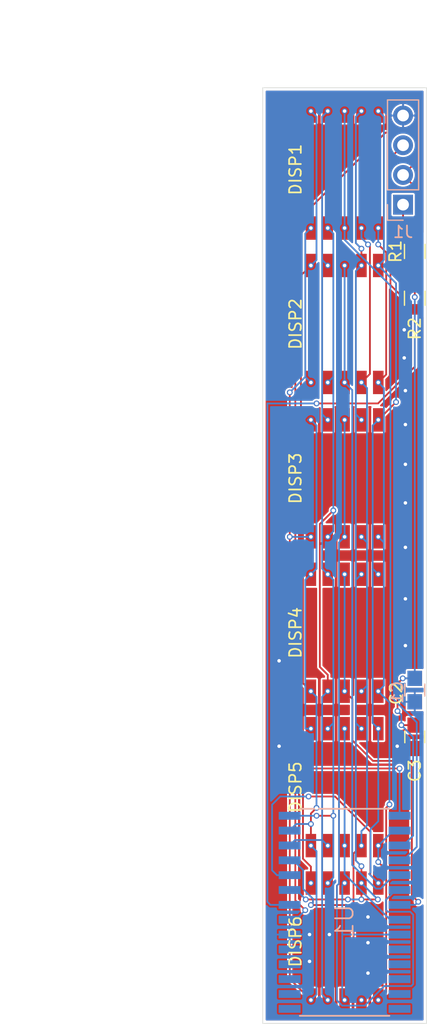
<source format=kicad_pcb>
(kicad_pcb (version 20171130) (host pcbnew "(5.1.8)-1")

  (general
    (thickness 1.6)
    (drawings 15)
    (tracks 305)
    (zones 0)
    (modules 13)
    (nets 29)
  )

  (page A4)
  (layers
    (0 F.Cu signal)
    (31 B.Cu signal hide)
    (32 B.Adhes user hide)
    (33 F.Adhes user hide)
    (34 B.Paste user hide)
    (35 F.Paste user hide)
    (36 B.SilkS user)
    (37 F.SilkS user)
    (38 B.Mask user)
    (39 F.Mask user)
    (40 Dwgs.User user)
    (41 Cmts.User user hide)
    (42 Eco1.User user hide)
    (43 Eco2.User user hide)
    (44 Edge.Cuts user)
    (45 Margin user hide)
    (46 B.CrtYd user hide)
    (47 F.CrtYd user hide)
    (48 B.Fab user hide)
    (49 F.Fab user hide)
  )

  (setup
    (last_trace_width 0.152)
    (trace_clearance 0.152)
    (zone_clearance 0.152)
    (zone_45_only no)
    (trace_min 0.152)
    (via_size 0.5)
    (via_drill 0.3)
    (via_min_size 0.4)
    (via_min_drill 0.3)
    (uvia_size 0.3)
    (uvia_drill 0.1)
    (uvias_allowed no)
    (uvia_min_size 0.2)
    (uvia_min_drill 0.1)
    (edge_width 0.05)
    (segment_width 0.2)
    (pcb_text_width 0.3)
    (pcb_text_size 1.5 1.5)
    (mod_edge_width 0.12)
    (mod_text_size 1 1)
    (mod_text_width 0.15)
    (pad_size 1.524 1.524)
    (pad_drill 0.762)
    (pad_to_mask_clearance 0)
    (aux_axis_origin 0 0)
    (visible_elements 7FFFFFFF)
    (pcbplotparams
      (layerselection 0x010e0_ffffffff)
      (usegerberextensions false)
      (usegerberattributes true)
      (usegerberadvancedattributes true)
      (creategerberjobfile true)
      (excludeedgelayer true)
      (linewidth 0.100000)
      (plotframeref false)
      (viasonmask false)
      (mode 1)
      (useauxorigin false)
      (hpglpennumber 1)
      (hpglpenspeed 20)
      (hpglpendiameter 15.000000)
      (psnegative false)
      (psa4output false)
      (plotreference true)
      (plotvalue true)
      (plotinvisibletext false)
      (padsonsilk false)
      (subtractmaskfromsilk false)
      (outputformat 1)
      (mirror false)
      (drillshape 0)
      (scaleselection 1)
      (outputdirectory "Gerber/"))
  )

  (net 0 "")
  (net 1 +5V)
  (net 2 GND)
  (net 3 /SEG5)
  (net 4 /SEG4)
  (net 5 /GRID1)
  (net 6 /SEG3)
  (net 7 /SEG8)
  (net 8 /SEG2)
  (net 9 /SEG1)
  (net 10 /SEG6)
  (net 11 /SEG7)
  (net 12 /GRID2)
  (net 13 /GRID3)
  (net 14 /GRID4)
  (net 15 /GRID5)
  (net 16 /GRID6)
  (net 17 /DIN)
  (net 18 /SCLK)
  (net 19 "Net-(U1-Pad28)")
  (net 20 "Net-(U1-Pad27)")
  (net 21 "Net-(U1-Pad26)")
  (net 22 "Net-(U1-Pad25)")
  (net 23 "Net-(U1-Pad24)")
  (net 24 "Net-(U1-Pad5)")
  (net 25 "Net-(U1-Pad4)")
  (net 26 "Net-(U1-Pad3)")
  (net 27 "Net-(U1-Pad2)")
  (net 28 "Net-(U1-Pad1)")

  (net_class Default "This is the default net class."
    (clearance 0.152)
    (trace_width 0.152)
    (via_dia 0.5)
    (via_drill 0.3)
    (uvia_dia 0.3)
    (uvia_drill 0.1)
    (add_net +5V)
    (add_net /DIN)
    (add_net /GRID1)
    (add_net /GRID2)
    (add_net /GRID3)
    (add_net /GRID4)
    (add_net /GRID5)
    (add_net /GRID6)
    (add_net /SCLK)
    (add_net /SEG1)
    (add_net /SEG2)
    (add_net /SEG3)
    (add_net /SEG4)
    (add_net /SEG5)
    (add_net /SEG6)
    (add_net /SEG7)
    (add_net /SEG8)
    (add_net GND)
    (add_net "Net-(U1-Pad1)")
    (add_net "Net-(U1-Pad2)")
    (add_net "Net-(U1-Pad24)")
    (add_net "Net-(U1-Pad25)")
    (add_net "Net-(U1-Pad26)")
    (add_net "Net-(U1-Pad27)")
    (add_net "Net-(U1-Pad28)")
    (add_net "Net-(U1-Pad3)")
    (add_net "Net-(U1-Pad4)")
    (add_net "Net-(U1-Pad5)")
  )

  (module display:HLS-2011_Via (layer F.Cu) (tedit 5FCE3A55) (tstamp 5FCC8BF4)
    (at 217 103)
    (descr "0.2 inch mini seven segment SMD with vias")
    (path /5FCEC3BE)
    (attr smd)
    (fp_text reference DISP6 (at -4.2 0 90) (layer F.SilkS)
      (effects (font (size 1 1) (thickness 0.15)))
    )
    (fp_text value HLS-2011AR (at 0.1 -6) (layer F.Fab)
      (effects (font (size 1 1) (thickness 0.15)))
    )
    (fp_line (start -1.4 -2.504) (end -1.4 2.5) (layer F.Fab) (width 0.12))
    (fp_line (start 1.4 -2.504) (end 1.4 2.504) (layer F.Fab) (width 0.12))
    (fp_line (start -1.4 2.504) (end 1.4 2.504) (layer F.Fab) (width 0.12))
    (fp_line (start -1.4 -2.504) (end 1.4 -2.504) (layer F.Fab) (width 0.12))
    (fp_line (start 3.45 5) (end -3.45 5) (layer F.Fab) (width 0.12))
    (fp_line (start 3.45 -5) (end -3.45 -5) (layer F.Fab) (width 0.12))
    (fp_line (start 3.45 -5) (end 3.45 5) (layer F.Fab) (width 0.12))
    (fp_line (start -3.45 -5) (end -3.45 5) (layer F.Fab) (width 0.12))
    (pad 10 thru_hole circle (at -2.88 -5) (size 0.5 0.5) (drill 0.3) (layers *.Cu *.Mask)
      (net 11 /SEG7))
    (pad 9 thru_hole circle (at -1.44 -5) (size 0.5 0.5) (drill 0.3) (layers *.Cu *.Mask)
      (net 10 /SEG6))
    (pad 8 thru_hole circle (at 0 -5) (size 0.5 0.5) (drill 0.3) (layers *.Cu *.Mask)
      (net 16 /GRID6))
    (pad 7 thru_hole circle (at 1.44 -5) (size 0.5 0.5) (drill 0.3) (layers *.Cu *.Mask)
      (net 9 /SEG1))
    (pad 6 thru_hole circle (at 2.88 -5) (size 0.5 0.5) (drill 0.3) (layers *.Cu *.Mask)
      (net 8 /SEG2))
    (pad 5 thru_hole circle (at 2.88 5) (size 0.5 0.5) (drill 0.3) (layers *.Cu *.Mask)
      (net 7 /SEG8))
    (pad 4 thru_hole circle (at 1.44 5) (size 0.5 0.5) (drill 0.3) (layers *.Cu *.Mask)
      (net 6 /SEG3))
    (pad 3 thru_hole circle (at 0 5) (size 0.5 0.5) (drill 0.3) (layers *.Cu *.Mask)
      (net 16 /GRID6))
    (pad 2 thru_hole circle (at -1.44 5) (size 0.5 0.5) (drill 0.3) (layers *.Cu *.Mask)
      (net 4 /SEG4))
    (pad 1 thru_hole circle (at -2.88 5) (size 0.5 0.5) (drill 0.3) (layers *.Cu *.Mask)
      (net 3 /SEG5))
    (pad 10 smd rect (at -2.88 -5) (size 0.9 2) (layers F.Cu F.Paste F.Mask)
      (net 11 /SEG7))
    (pad 9 smd rect (at -1.44 -5) (size 0.9 2) (layers F.Cu F.Paste F.Mask)
      (net 10 /SEG6))
    (pad 8 smd rect (at 0 -5) (size 0.9 2) (layers F.Cu F.Paste F.Mask)
      (net 16 /GRID6))
    (pad 7 smd rect (at 1.44 -5) (size 0.9 2) (layers F.Cu F.Paste F.Mask)
      (net 9 /SEG1))
    (pad 6 smd rect (at 2.88 -5) (size 0.9 2) (layers F.Cu F.Paste F.Mask)
      (net 8 /SEG2))
    (pad 5 smd rect (at 2.88 5) (size 0.9 2) (layers F.Cu F.Paste F.Mask)
      (net 7 /SEG8))
    (pad 4 smd rect (at 1.44 5) (size 0.9 2) (layers F.Cu F.Paste F.Mask)
      (net 6 /SEG3))
    (pad 3 smd rect (at 0 5) (size 0.9 2) (layers F.Cu F.Paste F.Mask)
      (net 16 /GRID6))
    (pad 2 smd rect (at -1.44 5) (size 0.9 2) (layers F.Cu F.Paste F.Mask)
      (net 4 /SEG4))
    (pad 1 smd rect (at -2.88 5) (size 0.9 2) (layers F.Cu F.Paste F.Mask)
      (net 3 /SEG5))
  )

  (module display:HLS-2011_Via (layer F.Cu) (tedit 5FCE3A55) (tstamp 5FCC8BDE)
    (at 217 89.8)
    (descr "0.2 inch mini seven segment SMD with vias")
    (path /5FCEC395)
    (attr smd)
    (fp_text reference DISP5 (at -4.2 0 90) (layer F.SilkS)
      (effects (font (size 1 1) (thickness 0.15)))
    )
    (fp_text value HLS-2011AR (at 0.1 -6) (layer F.Fab)
      (effects (font (size 1 1) (thickness 0.15)))
    )
    (fp_line (start -1.4 -2.504) (end -1.4 2.5) (layer F.Fab) (width 0.12))
    (fp_line (start 1.4 -2.504) (end 1.4 2.504) (layer F.Fab) (width 0.12))
    (fp_line (start -1.4 2.504) (end 1.4 2.504) (layer F.Fab) (width 0.12))
    (fp_line (start -1.4 -2.504) (end 1.4 -2.504) (layer F.Fab) (width 0.12))
    (fp_line (start 3.45 5) (end -3.45 5) (layer F.Fab) (width 0.12))
    (fp_line (start 3.45 -5) (end -3.45 -5) (layer F.Fab) (width 0.12))
    (fp_line (start 3.45 -5) (end 3.45 5) (layer F.Fab) (width 0.12))
    (fp_line (start -3.45 -5) (end -3.45 5) (layer F.Fab) (width 0.12))
    (pad 10 thru_hole circle (at -2.88 -5) (size 0.5 0.5) (drill 0.3) (layers *.Cu *.Mask)
      (net 11 /SEG7))
    (pad 9 thru_hole circle (at -1.44 -5) (size 0.5 0.5) (drill 0.3) (layers *.Cu *.Mask)
      (net 10 /SEG6))
    (pad 8 thru_hole circle (at 0 -5) (size 0.5 0.5) (drill 0.3) (layers *.Cu *.Mask)
      (net 15 /GRID5))
    (pad 7 thru_hole circle (at 1.44 -5) (size 0.5 0.5) (drill 0.3) (layers *.Cu *.Mask)
      (net 9 /SEG1))
    (pad 6 thru_hole circle (at 2.88 -5) (size 0.5 0.5) (drill 0.3) (layers *.Cu *.Mask)
      (net 8 /SEG2))
    (pad 5 thru_hole circle (at 2.88 5) (size 0.5 0.5) (drill 0.3) (layers *.Cu *.Mask)
      (net 7 /SEG8))
    (pad 4 thru_hole circle (at 1.44 5) (size 0.5 0.5) (drill 0.3) (layers *.Cu *.Mask)
      (net 6 /SEG3))
    (pad 3 thru_hole circle (at 0 5) (size 0.5 0.5) (drill 0.3) (layers *.Cu *.Mask)
      (net 15 /GRID5))
    (pad 2 thru_hole circle (at -1.44 5) (size 0.5 0.5) (drill 0.3) (layers *.Cu *.Mask)
      (net 4 /SEG4))
    (pad 1 thru_hole circle (at -2.88 5) (size 0.5 0.5) (drill 0.3) (layers *.Cu *.Mask)
      (net 3 /SEG5))
    (pad 10 smd rect (at -2.88 -5) (size 0.9 2) (layers F.Cu F.Paste F.Mask)
      (net 11 /SEG7))
    (pad 9 smd rect (at -1.44 -5) (size 0.9 2) (layers F.Cu F.Paste F.Mask)
      (net 10 /SEG6))
    (pad 8 smd rect (at 0 -5) (size 0.9 2) (layers F.Cu F.Paste F.Mask)
      (net 15 /GRID5))
    (pad 7 smd rect (at 1.44 -5) (size 0.9 2) (layers F.Cu F.Paste F.Mask)
      (net 9 /SEG1))
    (pad 6 smd rect (at 2.88 -5) (size 0.9 2) (layers F.Cu F.Paste F.Mask)
      (net 8 /SEG2))
    (pad 5 smd rect (at 2.88 5) (size 0.9 2) (layers F.Cu F.Paste F.Mask)
      (net 7 /SEG8))
    (pad 4 smd rect (at 1.44 5) (size 0.9 2) (layers F.Cu F.Paste F.Mask)
      (net 6 /SEG3))
    (pad 3 smd rect (at 0 5) (size 0.9 2) (layers F.Cu F.Paste F.Mask)
      (net 15 /GRID5))
    (pad 2 smd rect (at -1.44 5) (size 0.9 2) (layers F.Cu F.Paste F.Mask)
      (net 4 /SEG4))
    (pad 1 smd rect (at -2.88 5) (size 0.9 2) (layers F.Cu F.Paste F.Mask)
      (net 3 /SEG5))
  )

  (module display:HLS-2011_Via (layer F.Cu) (tedit 5FCE3A55) (tstamp 5FCC8BC8)
    (at 217 76.6)
    (descr "0.2 inch mini seven segment SMD with vias")
    (path /5FCEC278)
    (attr smd)
    (fp_text reference DISP4 (at -4.2 0 90) (layer F.SilkS)
      (effects (font (size 1 1) (thickness 0.15)))
    )
    (fp_text value HLS-2011AR (at 0.1 -6) (layer F.Fab)
      (effects (font (size 1 1) (thickness 0.15)))
    )
    (fp_line (start -1.4 -2.504) (end -1.4 2.5) (layer F.Fab) (width 0.12))
    (fp_line (start 1.4 -2.504) (end 1.4 2.504) (layer F.Fab) (width 0.12))
    (fp_line (start -1.4 2.504) (end 1.4 2.504) (layer F.Fab) (width 0.12))
    (fp_line (start -1.4 -2.504) (end 1.4 -2.504) (layer F.Fab) (width 0.12))
    (fp_line (start 3.45 5) (end -3.45 5) (layer F.Fab) (width 0.12))
    (fp_line (start 3.45 -5) (end -3.45 -5) (layer F.Fab) (width 0.12))
    (fp_line (start 3.45 -5) (end 3.45 5) (layer F.Fab) (width 0.12))
    (fp_line (start -3.45 -5) (end -3.45 5) (layer F.Fab) (width 0.12))
    (pad 10 thru_hole circle (at -2.88 -5) (size 0.5 0.5) (drill 0.3) (layers *.Cu *.Mask)
      (net 11 /SEG7))
    (pad 9 thru_hole circle (at -1.44 -5) (size 0.5 0.5) (drill 0.3) (layers *.Cu *.Mask)
      (net 10 /SEG6))
    (pad 8 thru_hole circle (at 0 -5) (size 0.5 0.5) (drill 0.3) (layers *.Cu *.Mask)
      (net 14 /GRID4))
    (pad 7 thru_hole circle (at 1.44 -5) (size 0.5 0.5) (drill 0.3) (layers *.Cu *.Mask)
      (net 9 /SEG1))
    (pad 6 thru_hole circle (at 2.88 -5) (size 0.5 0.5) (drill 0.3) (layers *.Cu *.Mask)
      (net 8 /SEG2))
    (pad 5 thru_hole circle (at 2.88 5) (size 0.5 0.5) (drill 0.3) (layers *.Cu *.Mask)
      (net 7 /SEG8))
    (pad 4 thru_hole circle (at 1.44 5) (size 0.5 0.5) (drill 0.3) (layers *.Cu *.Mask)
      (net 6 /SEG3))
    (pad 3 thru_hole circle (at 0 5) (size 0.5 0.5) (drill 0.3) (layers *.Cu *.Mask)
      (net 14 /GRID4))
    (pad 2 thru_hole circle (at -1.44 5) (size 0.5 0.5) (drill 0.3) (layers *.Cu *.Mask)
      (net 4 /SEG4))
    (pad 1 thru_hole circle (at -2.88 5) (size 0.5 0.5) (drill 0.3) (layers *.Cu *.Mask)
      (net 3 /SEG5))
    (pad 10 smd rect (at -2.88 -5) (size 0.9 2) (layers F.Cu F.Paste F.Mask)
      (net 11 /SEG7))
    (pad 9 smd rect (at -1.44 -5) (size 0.9 2) (layers F.Cu F.Paste F.Mask)
      (net 10 /SEG6))
    (pad 8 smd rect (at 0 -5) (size 0.9 2) (layers F.Cu F.Paste F.Mask)
      (net 14 /GRID4))
    (pad 7 smd rect (at 1.44 -5) (size 0.9 2) (layers F.Cu F.Paste F.Mask)
      (net 9 /SEG1))
    (pad 6 smd rect (at 2.88 -5) (size 0.9 2) (layers F.Cu F.Paste F.Mask)
      (net 8 /SEG2))
    (pad 5 smd rect (at 2.88 5) (size 0.9 2) (layers F.Cu F.Paste F.Mask)
      (net 7 /SEG8))
    (pad 4 smd rect (at 1.44 5) (size 0.9 2) (layers F.Cu F.Paste F.Mask)
      (net 6 /SEG3))
    (pad 3 smd rect (at 0 5) (size 0.9 2) (layers F.Cu F.Paste F.Mask)
      (net 14 /GRID4))
    (pad 2 smd rect (at -1.44 5) (size 0.9 2) (layers F.Cu F.Paste F.Mask)
      (net 4 /SEG4))
    (pad 1 smd rect (at -2.88 5) (size 0.9 2) (layers F.Cu F.Paste F.Mask)
      (net 3 /SEG5))
  )

  (module display:HLS-2011_Via (layer F.Cu) (tedit 5FCE3A55) (tstamp 5FCC8BB2)
    (at 217 63.4)
    (descr "0.2 inch mini seven segment SMD with vias")
    (path /5FCEBA2F)
    (attr smd)
    (fp_text reference DISP3 (at -4.2 0 90) (layer F.SilkS)
      (effects (font (size 1 1) (thickness 0.15)))
    )
    (fp_text value HLS-2011AR (at 0.1 -6) (layer F.Fab)
      (effects (font (size 1 1) (thickness 0.15)))
    )
    (fp_line (start -1.4 -2.504) (end -1.4 2.5) (layer F.Fab) (width 0.12))
    (fp_line (start 1.4 -2.504) (end 1.4 2.504) (layer F.Fab) (width 0.12))
    (fp_line (start -1.4 2.504) (end 1.4 2.504) (layer F.Fab) (width 0.12))
    (fp_line (start -1.4 -2.504) (end 1.4 -2.504) (layer F.Fab) (width 0.12))
    (fp_line (start 3.45 5) (end -3.45 5) (layer F.Fab) (width 0.12))
    (fp_line (start 3.45 -5) (end -3.45 -5) (layer F.Fab) (width 0.12))
    (fp_line (start 3.45 -5) (end 3.45 5) (layer F.Fab) (width 0.12))
    (fp_line (start -3.45 -5) (end -3.45 5) (layer F.Fab) (width 0.12))
    (pad 10 thru_hole circle (at -2.88 -5) (size 0.5 0.5) (drill 0.3) (layers *.Cu *.Mask)
      (net 11 /SEG7))
    (pad 9 thru_hole circle (at -1.44 -5) (size 0.5 0.5) (drill 0.3) (layers *.Cu *.Mask)
      (net 10 /SEG6))
    (pad 8 thru_hole circle (at 0 -5) (size 0.5 0.5) (drill 0.3) (layers *.Cu *.Mask)
      (net 13 /GRID3))
    (pad 7 thru_hole circle (at 1.44 -5) (size 0.5 0.5) (drill 0.3) (layers *.Cu *.Mask)
      (net 9 /SEG1))
    (pad 6 thru_hole circle (at 2.88 -5) (size 0.5 0.5) (drill 0.3) (layers *.Cu *.Mask)
      (net 8 /SEG2))
    (pad 5 thru_hole circle (at 2.88 5) (size 0.5 0.5) (drill 0.3) (layers *.Cu *.Mask)
      (net 7 /SEG8))
    (pad 4 thru_hole circle (at 1.44 5) (size 0.5 0.5) (drill 0.3) (layers *.Cu *.Mask)
      (net 6 /SEG3))
    (pad 3 thru_hole circle (at 0 5) (size 0.5 0.5) (drill 0.3) (layers *.Cu *.Mask)
      (net 13 /GRID3))
    (pad 2 thru_hole circle (at -1.44 5) (size 0.5 0.5) (drill 0.3) (layers *.Cu *.Mask)
      (net 4 /SEG4))
    (pad 1 thru_hole circle (at -2.88 5) (size 0.5 0.5) (drill 0.3) (layers *.Cu *.Mask)
      (net 3 /SEG5))
    (pad 10 smd rect (at -2.88 -5) (size 0.9 2) (layers F.Cu F.Paste F.Mask)
      (net 11 /SEG7))
    (pad 9 smd rect (at -1.44 -5) (size 0.9 2) (layers F.Cu F.Paste F.Mask)
      (net 10 /SEG6))
    (pad 8 smd rect (at 0 -5) (size 0.9 2) (layers F.Cu F.Paste F.Mask)
      (net 13 /GRID3))
    (pad 7 smd rect (at 1.44 -5) (size 0.9 2) (layers F.Cu F.Paste F.Mask)
      (net 9 /SEG1))
    (pad 6 smd rect (at 2.88 -5) (size 0.9 2) (layers F.Cu F.Paste F.Mask)
      (net 8 /SEG2))
    (pad 5 smd rect (at 2.88 5) (size 0.9 2) (layers F.Cu F.Paste F.Mask)
      (net 7 /SEG8))
    (pad 4 smd rect (at 1.44 5) (size 0.9 2) (layers F.Cu F.Paste F.Mask)
      (net 6 /SEG3))
    (pad 3 smd rect (at 0 5) (size 0.9 2) (layers F.Cu F.Paste F.Mask)
      (net 13 /GRID3))
    (pad 2 smd rect (at -1.44 5) (size 0.9 2) (layers F.Cu F.Paste F.Mask)
      (net 4 /SEG4))
    (pad 1 smd rect (at -2.88 5) (size 0.9 2) (layers F.Cu F.Paste F.Mask)
      (net 3 /SEG5))
  )

  (module display:HLS-2011_Via (layer F.Cu) (tedit 5FCE3A55) (tstamp 5FCC8B9C)
    (at 217 50.2)
    (descr "0.2 inch mini seven segment SMD with vias")
    (path /5FCEA163)
    (attr smd)
    (fp_text reference DISP2 (at -4.2 0 90) (layer F.SilkS)
      (effects (font (size 1 1) (thickness 0.15)))
    )
    (fp_text value HLS-2011AR (at 0.1 -6) (layer F.Fab)
      (effects (font (size 1 1) (thickness 0.15)))
    )
    (fp_line (start -1.4 -2.504) (end -1.4 2.5) (layer F.Fab) (width 0.12))
    (fp_line (start 1.4 -2.504) (end 1.4 2.504) (layer F.Fab) (width 0.12))
    (fp_line (start -1.4 2.504) (end 1.4 2.504) (layer F.Fab) (width 0.12))
    (fp_line (start -1.4 -2.504) (end 1.4 -2.504) (layer F.Fab) (width 0.12))
    (fp_line (start 3.45 5) (end -3.45 5) (layer F.Fab) (width 0.12))
    (fp_line (start 3.45 -5) (end -3.45 -5) (layer F.Fab) (width 0.12))
    (fp_line (start 3.45 -5) (end 3.45 5) (layer F.Fab) (width 0.12))
    (fp_line (start -3.45 -5) (end -3.45 5) (layer F.Fab) (width 0.12))
    (pad 10 thru_hole circle (at -2.88 -5) (size 0.5 0.5) (drill 0.3) (layers *.Cu *.Mask)
      (net 11 /SEG7))
    (pad 9 thru_hole circle (at -1.44 -5) (size 0.5 0.5) (drill 0.3) (layers *.Cu *.Mask)
      (net 10 /SEG6))
    (pad 8 thru_hole circle (at 0 -5) (size 0.5 0.5) (drill 0.3) (layers *.Cu *.Mask)
      (net 12 /GRID2))
    (pad 7 thru_hole circle (at 1.44 -5) (size 0.5 0.5) (drill 0.3) (layers *.Cu *.Mask)
      (net 9 /SEG1))
    (pad 6 thru_hole circle (at 2.88 -5) (size 0.5 0.5) (drill 0.3) (layers *.Cu *.Mask)
      (net 8 /SEG2))
    (pad 5 thru_hole circle (at 2.88 5) (size 0.5 0.5) (drill 0.3) (layers *.Cu *.Mask)
      (net 7 /SEG8))
    (pad 4 thru_hole circle (at 1.44 5) (size 0.5 0.5) (drill 0.3) (layers *.Cu *.Mask)
      (net 6 /SEG3))
    (pad 3 thru_hole circle (at 0 5) (size 0.5 0.5) (drill 0.3) (layers *.Cu *.Mask)
      (net 12 /GRID2))
    (pad 2 thru_hole circle (at -1.44 5) (size 0.5 0.5) (drill 0.3) (layers *.Cu *.Mask)
      (net 4 /SEG4))
    (pad 1 thru_hole circle (at -2.88 5) (size 0.5 0.5) (drill 0.3) (layers *.Cu *.Mask)
      (net 3 /SEG5))
    (pad 10 smd rect (at -2.88 -5) (size 0.9 2) (layers F.Cu F.Paste F.Mask)
      (net 11 /SEG7))
    (pad 9 smd rect (at -1.44 -5) (size 0.9 2) (layers F.Cu F.Paste F.Mask)
      (net 10 /SEG6))
    (pad 8 smd rect (at 0 -5) (size 0.9 2) (layers F.Cu F.Paste F.Mask)
      (net 12 /GRID2))
    (pad 7 smd rect (at 1.44 -5) (size 0.9 2) (layers F.Cu F.Paste F.Mask)
      (net 9 /SEG1))
    (pad 6 smd rect (at 2.88 -5) (size 0.9 2) (layers F.Cu F.Paste F.Mask)
      (net 8 /SEG2))
    (pad 5 smd rect (at 2.88 5) (size 0.9 2) (layers F.Cu F.Paste F.Mask)
      (net 7 /SEG8))
    (pad 4 smd rect (at 1.44 5) (size 0.9 2) (layers F.Cu F.Paste F.Mask)
      (net 6 /SEG3))
    (pad 3 smd rect (at 0 5) (size 0.9 2) (layers F.Cu F.Paste F.Mask)
      (net 12 /GRID2))
    (pad 2 smd rect (at -1.44 5) (size 0.9 2) (layers F.Cu F.Paste F.Mask)
      (net 4 /SEG4))
    (pad 1 smd rect (at -2.88 5) (size 0.9 2) (layers F.Cu F.Paste F.Mask)
      (net 3 /SEG5))
  )

  (module display:HLS-2011_Via (layer F.Cu) (tedit 5FCE3A55) (tstamp 5FCC8B86)
    (at 217 37)
    (descr "0.2 inch mini seven segment SMD with vias")
    (path /5FCDBC63)
    (attr smd)
    (fp_text reference DISP1 (at -4.2 0 90) (layer F.SilkS)
      (effects (font (size 1 1) (thickness 0.15)))
    )
    (fp_text value HLS-2011AR (at 0.1 -6) (layer F.Fab)
      (effects (font (size 1 1) (thickness 0.15)))
    )
    (fp_line (start -1.4 -2.504) (end -1.4 2.5) (layer F.Fab) (width 0.12))
    (fp_line (start 1.4 -2.504) (end 1.4 2.504) (layer F.Fab) (width 0.12))
    (fp_line (start -1.4 2.504) (end 1.4 2.504) (layer F.Fab) (width 0.12))
    (fp_line (start -1.4 -2.504) (end 1.4 -2.504) (layer F.Fab) (width 0.12))
    (fp_line (start 3.45 5) (end -3.45 5) (layer F.Fab) (width 0.12))
    (fp_line (start 3.45 -5) (end -3.45 -5) (layer F.Fab) (width 0.12))
    (fp_line (start 3.45 -5) (end 3.45 5) (layer F.Fab) (width 0.12))
    (fp_line (start -3.45 -5) (end -3.45 5) (layer F.Fab) (width 0.12))
    (pad 10 thru_hole circle (at -2.88 -5) (size 0.5 0.5) (drill 0.3) (layers *.Cu *.Mask)
      (net 11 /SEG7))
    (pad 9 thru_hole circle (at -1.44 -5) (size 0.5 0.5) (drill 0.3) (layers *.Cu *.Mask)
      (net 10 /SEG6))
    (pad 8 thru_hole circle (at 0 -5) (size 0.5 0.5) (drill 0.3) (layers *.Cu *.Mask)
      (net 5 /GRID1))
    (pad 7 thru_hole circle (at 1.44 -5) (size 0.5 0.5) (drill 0.3) (layers *.Cu *.Mask)
      (net 9 /SEG1))
    (pad 6 thru_hole circle (at 2.88 -5) (size 0.5 0.5) (drill 0.3) (layers *.Cu *.Mask)
      (net 8 /SEG2))
    (pad 5 thru_hole circle (at 2.88 5) (size 0.5 0.5) (drill 0.3) (layers *.Cu *.Mask)
      (net 7 /SEG8))
    (pad 4 thru_hole circle (at 1.44 5) (size 0.5 0.5) (drill 0.3) (layers *.Cu *.Mask)
      (net 6 /SEG3))
    (pad 3 thru_hole circle (at 0 5) (size 0.5 0.5) (drill 0.3) (layers *.Cu *.Mask)
      (net 5 /GRID1))
    (pad 2 thru_hole circle (at -1.44 5) (size 0.5 0.5) (drill 0.3) (layers *.Cu *.Mask)
      (net 4 /SEG4))
    (pad 1 thru_hole circle (at -2.88 5) (size 0.5 0.5) (drill 0.3) (layers *.Cu *.Mask)
      (net 3 /SEG5))
    (pad 10 smd rect (at -2.88 -5) (size 0.9 2) (layers F.Cu F.Paste F.Mask)
      (net 11 /SEG7))
    (pad 9 smd rect (at -1.44 -5) (size 0.9 2) (layers F.Cu F.Paste F.Mask)
      (net 10 /SEG6))
    (pad 8 smd rect (at 0 -5) (size 0.9 2) (layers F.Cu F.Paste F.Mask)
      (net 5 /GRID1))
    (pad 7 smd rect (at 1.44 -5) (size 0.9 2) (layers F.Cu F.Paste F.Mask)
      (net 9 /SEG1))
    (pad 6 smd rect (at 2.88 -5) (size 0.9 2) (layers F.Cu F.Paste F.Mask)
      (net 8 /SEG2))
    (pad 5 smd rect (at 2.88 5) (size 0.9 2) (layers F.Cu F.Paste F.Mask)
      (net 7 /SEG8))
    (pad 4 smd rect (at 1.44 5) (size 0.9 2) (layers F.Cu F.Paste F.Mask)
      (net 6 /SEG3))
    (pad 3 smd rect (at 0 5) (size 0.9 2) (layers F.Cu F.Paste F.Mask)
      (net 5 /GRID1))
    (pad 2 smd rect (at -1.44 5) (size 0.9 2) (layers F.Cu F.Paste F.Mask)
      (net 4 /SEG4))
    (pad 1 smd rect (at -2.88 5) (size 0.9 2) (layers F.Cu F.Paste F.Mask)
      (net 3 /SEG5))
  )

  (module ic:SOIC28P127_1740X1015X255L60X40M (layer B.Cu) (tedit 0) (tstamp 5FCC8C63)
    (at 217 100.5 90)
    (descr "Small Outline IC (SOIC), 1.27 mm pitch; 28 pin, 17.40 mm L X 7.40 mm W X 2.55 mm H body")
    (path /5FD01782)
    (attr smd)
    (fp_text reference U1 (at -0.8 0 90) (layer B.SilkS)
      (effects (font (size 1.5 1.5) (thickness 0.15)) (justify mirror))
    )
    (fp_text value TM1640 (at -2.7 2.2 90) (layer B.SilkS) hide
      (effects (font (size 1.524 1.524) (thickness 0.15)) (justify mirror))
    )
    (fp_line (start 8.85 -3.83) (end 8.85 3.83) (layer B.SilkS) (width 0.15))
    (fp_line (start -8.85 -3.83) (end -8.85 3.83) (layer B.SilkS) (width 0.15))
    (fp_line (start 8.99 -4.23) (end 9.25 -4.23) (layer B.CrtYd) (width 0.05))
    (fp_line (start 8.99 -6.035) (end 8.99 -4.23) (layer B.CrtYd) (width 0.05))
    (fp_line (start -8.99 -6.035) (end 8.99 -6.035) (layer B.CrtYd) (width 0.05))
    (fp_line (start -8.99 -4.23) (end -8.99 -6.035) (layer B.CrtYd) (width 0.05))
    (fp_line (start -9.25 -4.23) (end -8.99 -4.23) (layer B.CrtYd) (width 0.05))
    (fp_line (start -9.25 4.23) (end -9.25 -4.23) (layer B.CrtYd) (width 0.05))
    (fp_line (start -8.99 4.23) (end -9.25 4.23) (layer B.CrtYd) (width 0.05))
    (fp_line (start -8.99 6.035) (end -8.99 4.23) (layer B.CrtYd) (width 0.05))
    (fp_line (start 8.99 6.035) (end -8.99 6.035) (layer B.CrtYd) (width 0.05))
    (fp_line (start 8.99 4.23) (end 8.99 6.035) (layer B.CrtYd) (width 0.05))
    (fp_line (start 9.25 4.23) (end 8.99 4.23) (layer B.CrtYd) (width 0.05))
    (fp_line (start 9.25 -4.23) (end 9.25 4.23) (layer B.CrtYd) (width 0.05))
    (fp_line (start 8.85 -3.83) (end -8.85 -3.83) (layer B.Fab) (width 0.12))
    (fp_line (start 8.85 3.83) (end 8.85 -3.83) (layer B.Fab) (width 0.12))
    (fp_line (start -8.85 3.83) (end 8.85 3.83) (layer B.Fab) (width 0.12))
    (fp_line (start -8.85 -3.83) (end -8.85 3.83) (layer B.Fab) (width 0.12))
    (fp_line (start -0.35 0) (end 0.35 0) (layer B.CrtYd) (width 0.05))
    (fp_line (start 0 0.35) (end 0 -0.35) (layer B.CrtYd) (width 0.05))
    (fp_circle (center 0 0) (end 0 -0.25) (layer B.CrtYd) (width 0.05))
    (pad 28 smd rect (at -8.255 4.7) (size 1.87 0.67) (layers B.Cu B.Paste B.Mask)
      (net 19 "Net-(U1-Pad28)"))
    (pad 27 smd rect (at -6.985 4.7) (size 1.87 0.67) (layers B.Cu B.Paste B.Mask)
      (net 20 "Net-(U1-Pad27)"))
    (pad 26 smd rect (at -5.715 4.7) (size 1.87 0.67) (layers B.Cu B.Paste B.Mask)
      (net 21 "Net-(U1-Pad26)"))
    (pad 25 smd rect (at -4.445 4.7) (size 1.87 0.67) (layers B.Cu B.Paste B.Mask)
      (net 22 "Net-(U1-Pad25)"))
    (pad 24 smd rect (at -3.175 4.7) (size 1.87 0.67) (layers B.Cu B.Paste B.Mask)
      (net 23 "Net-(U1-Pad24)"))
    (pad 23 smd rect (at -1.905 4.7) (size 1.87 0.67) (layers B.Cu B.Paste B.Mask)
      (net 16 /GRID6))
    (pad 22 smd rect (at -0.635 4.7) (size 1.87 0.67) (layers B.Cu B.Paste B.Mask)
      (net 15 /GRID5))
    (pad 21 smd rect (at 0.635 4.7) (size 1.87 0.67) (layers B.Cu B.Paste B.Mask)
      (net 14 /GRID4))
    (pad 20 smd rect (at 1.905 4.7) (size 1.87 0.67) (layers B.Cu B.Paste B.Mask)
      (net 13 /GRID3))
    (pad 19 smd rect (at 3.175 4.7) (size 1.87 0.67) (layers B.Cu B.Paste B.Mask)
      (net 12 /GRID2))
    (pad 18 smd rect (at 4.445 4.7) (size 1.87 0.67) (layers B.Cu B.Paste B.Mask)
      (net 5 /GRID1))
    (pad 17 smd rect (at 5.715 4.7) (size 1.87 0.67) (layers B.Cu B.Paste B.Mask)
      (net 1 +5V))
    (pad 16 smd rect (at 6.985 4.7) (size 1.87 0.67) (layers B.Cu B.Paste B.Mask)
      (net 7 /SEG8))
    (pad 15 smd rect (at 8.255 4.7) (size 1.87 0.67) (layers B.Cu B.Paste B.Mask)
      (net 11 /SEG7))
    (pad 14 smd rect (at 8.255 -4.7) (size 1.87 0.67) (layers B.Cu B.Paste B.Mask)
      (net 10 /SEG6))
    (pad 13 smd rect (at 6.985 -4.7) (size 1.87 0.67) (layers B.Cu B.Paste B.Mask)
      (net 3 /SEG5))
    (pad 12 smd rect (at 5.715 -4.7) (size 1.87 0.67) (layers B.Cu B.Paste B.Mask)
      (net 4 /SEG4))
    (pad 11 smd rect (at 4.445 -4.7) (size 1.87 0.67) (layers B.Cu B.Paste B.Mask)
      (net 6 /SEG3))
    (pad 10 smd rect (at 3.175 -4.7) (size 1.87 0.67) (layers B.Cu B.Paste B.Mask)
      (net 8 /SEG2))
    (pad 9 smd rect (at 1.905 -4.7) (size 1.87 0.67) (layers B.Cu B.Paste B.Mask)
      (net 9 /SEG1))
    (pad 8 smd rect (at 0.635 -4.7) (size 1.87 0.67) (layers B.Cu B.Paste B.Mask)
      (net 18 /SCLK))
    (pad 7 smd rect (at -0.635 -4.7) (size 1.87 0.67) (layers B.Cu B.Paste B.Mask)
      (net 17 /DIN))
    (pad 6 smd rect (at -1.905 -4.7) (size 1.87 0.67) (layers B.Cu B.Paste B.Mask)
      (net 2 GND))
    (pad 5 smd rect (at -3.175 -4.7) (size 1.87 0.67) (layers B.Cu B.Paste B.Mask)
      (net 24 "Net-(U1-Pad5)"))
    (pad 4 smd rect (at -4.445 -4.7) (size 1.87 0.67) (layers B.Cu B.Paste B.Mask)
      (net 25 "Net-(U1-Pad4)"))
    (pad 3 smd rect (at -5.715 -4.7) (size 1.87 0.67) (layers B.Cu B.Paste B.Mask)
      (net 26 "Net-(U1-Pad3)"))
    (pad 2 smd rect (at -6.985 -4.7) (size 1.87 0.67) (layers B.Cu B.Paste B.Mask)
      (net 27 "Net-(U1-Pad2)"))
    (pad 1 smd rect (at -8.255 -4.7) (size 1.87 0.67) (layers B.Cu B.Paste B.Mask)
      (net 28 "Net-(U1-Pad1)"))
  )

  (module resistor:R_0805 (layer F.Cu) (tedit 5EB7BDAD) (tstamp 5FCC8C2E)
    (at 223 48 270)
    (descr "Resistor SMD 0805, reflow soldering, Vishay (see dcrcw.pdf)")
    (tags "resistor 0805")
    (path /5FD4CE48)
    (attr smd)
    (fp_text reference R2 (at 2.6 0 90) (layer F.SilkS)
      (effects (font (size 1 1) (thickness 0.15)))
    )
    (fp_text value 10k (at 0 1.75 90) (layer F.Fab)
      (effects (font (size 1 1) (thickness 0.15)))
    )
    (fp_line (start -1 0.62) (end -1 -0.62) (layer F.Fab) (width 0.1))
    (fp_line (start 1 0.62) (end -1 0.62) (layer F.Fab) (width 0.1))
    (fp_line (start 1 -0.62) (end 1 0.62) (layer F.Fab) (width 0.1))
    (fp_line (start -1 -0.62) (end 1 -0.62) (layer F.Fab) (width 0.1))
    (fp_line (start 0.6 0.88) (end -0.6 0.88) (layer F.SilkS) (width 0.12))
    (fp_line (start -0.6 -0.88) (end 0.6 -0.88) (layer F.SilkS) (width 0.12))
    (fp_line (start -1.55 -0.9) (end 1.55 -0.9) (layer F.CrtYd) (width 0.05))
    (fp_line (start -1.55 -0.9) (end -1.55 0.9) (layer F.CrtYd) (width 0.05))
    (fp_line (start 1.55 0.9) (end 1.55 -0.9) (layer F.CrtYd) (width 0.05))
    (fp_line (start 1.55 0.9) (end -1.55 0.9) (layer F.CrtYd) (width 0.05))
    (fp_text user %R (at 0 0 90) (layer F.Fab)
      (effects (font (size 0.5 0.5) (thickness 0.075)))
    )
    (pad 1 smd rect (at -0.95 0 270) (size 0.9 1.3) (layers F.Cu F.Paste F.Mask)
      (net 1 +5V))
    (pad 2 smd rect (at 0.95 0 270) (size 0.9 1.3) (layers F.Cu F.Paste F.Mask)
      (net 18 /SCLK))
    (model ${KISYS3DMOD}/Resistor_SMD.3dshapes/R_0805_2012Metric.step
      (at (xyz 0 0 0))
      (scale (xyz 1 1 1))
      (rotate (xyz 0 0 0))
    )
  )

  (module resistor:R_0805 (layer F.Cu) (tedit 5EB7BDAD) (tstamp 5FCCD60B)
    (at 223 44 90)
    (descr "Resistor SMD 0805, reflow soldering, Vishay (see dcrcw.pdf)")
    (tags "resistor 0805")
    (path /5FD4B102)
    (attr smd)
    (fp_text reference R1 (at 0 -1.65 90) (layer F.SilkS)
      (effects (font (size 1 1) (thickness 0.15)))
    )
    (fp_text value 10k (at 0 1.75 90) (layer F.Fab)
      (effects (font (size 1 1) (thickness 0.15)))
    )
    (fp_line (start -1 0.62) (end -1 -0.62) (layer F.Fab) (width 0.1))
    (fp_line (start 1 0.62) (end -1 0.62) (layer F.Fab) (width 0.1))
    (fp_line (start 1 -0.62) (end 1 0.62) (layer F.Fab) (width 0.1))
    (fp_line (start -1 -0.62) (end 1 -0.62) (layer F.Fab) (width 0.1))
    (fp_line (start 0.6 0.88) (end -0.6 0.88) (layer F.SilkS) (width 0.12))
    (fp_line (start -0.6 -0.88) (end 0.6 -0.88) (layer F.SilkS) (width 0.12))
    (fp_line (start -1.55 -0.9) (end 1.55 -0.9) (layer F.CrtYd) (width 0.05))
    (fp_line (start -1.55 -0.9) (end -1.55 0.9) (layer F.CrtYd) (width 0.05))
    (fp_line (start 1.55 0.9) (end 1.55 -0.9) (layer F.CrtYd) (width 0.05))
    (fp_line (start 1.55 0.9) (end -1.55 0.9) (layer F.CrtYd) (width 0.05))
    (fp_text user %R (at 0 0 90) (layer F.Fab)
      (effects (font (size 0.5 0.5) (thickness 0.075)))
    )
    (pad 1 smd rect (at -0.95 0 90) (size 0.9 1.3) (layers F.Cu F.Paste F.Mask)
      (net 1 +5V))
    (pad 2 smd rect (at 0.95 0 90) (size 0.9 1.3) (layers F.Cu F.Paste F.Mask)
      (net 17 /DIN))
    (model ${KISYS3DMOD}/Resistor_SMD.3dshapes/R_0805_2012Metric.step
      (at (xyz 0 0 0))
      (scale (xyz 1 1 1))
      (rotate (xyz 0 0 0))
    )
  )

  (module jack:PinHeader_1x04_P2.54mm_Vertical (layer B.Cu) (tedit 59FED5CC) (tstamp 5FCC8C0C)
    (at 222 40)
    (descr "Through hole straight pin header, 1x04, 2.54mm pitch, single row")
    (tags "Through hole pin header THT 1x04 2.54mm single row")
    (path /5FD9C7F4)
    (fp_text reference J1 (at 0 2.33) (layer B.SilkS)
      (effects (font (size 1 1) (thickness 0.15)) (justify mirror))
    )
    (fp_text value Header_4x2.54 (at 0 -9.95) (layer B.Fab)
      (effects (font (size 1 1) (thickness 0.15)) (justify mirror))
    )
    (fp_line (start 1.8 1.8) (end -1.8 1.8) (layer B.CrtYd) (width 0.05))
    (fp_line (start 1.8 -9.4) (end 1.8 1.8) (layer B.CrtYd) (width 0.05))
    (fp_line (start -1.8 -9.4) (end 1.8 -9.4) (layer B.CrtYd) (width 0.05))
    (fp_line (start -1.8 1.8) (end -1.8 -9.4) (layer B.CrtYd) (width 0.05))
    (fp_line (start -1.33 1.33) (end 0 1.33) (layer B.SilkS) (width 0.12))
    (fp_line (start -1.33 0) (end -1.33 1.33) (layer B.SilkS) (width 0.12))
    (fp_line (start -1.33 -1.27) (end 1.33 -1.27) (layer B.SilkS) (width 0.12))
    (fp_line (start 1.33 -1.27) (end 1.33 -8.95) (layer B.SilkS) (width 0.12))
    (fp_line (start -1.33 -1.27) (end -1.33 -8.95) (layer B.SilkS) (width 0.12))
    (fp_line (start -1.33 -8.95) (end 1.33 -8.95) (layer B.SilkS) (width 0.12))
    (fp_line (start -1.27 0.635) (end -0.635 1.27) (layer B.Fab) (width 0.1))
    (fp_line (start -1.27 -8.89) (end -1.27 0.635) (layer B.Fab) (width 0.1))
    (fp_line (start 1.27 -8.89) (end -1.27 -8.89) (layer B.Fab) (width 0.1))
    (fp_line (start 1.27 1.27) (end 1.27 -8.89) (layer B.Fab) (width 0.1))
    (fp_line (start -0.635 1.27) (end 1.27 1.27) (layer B.Fab) (width 0.1))
    (fp_text user %R (at 0 -3.81 270) (layer B.Fab)
      (effects (font (size 1 1) (thickness 0.15)) (justify mirror))
    )
    (pad 1 thru_hole rect (at 0 0) (size 1.7 1.7) (drill 1) (layers *.Cu *.Mask)
      (net 1 +5V))
    (pad 2 thru_hole oval (at 0 -2.54) (size 1.7 1.7) (drill 1) (layers *.Cu *.Mask)
      (net 17 /DIN))
    (pad 3 thru_hole oval (at 0 -5.08) (size 1.7 1.7) (drill 1) (layers *.Cu *.Mask)
      (net 18 /SCLK))
    (pad 4 thru_hole oval (at 0 -7.62) (size 1.7 1.7) (drill 1) (layers *.Cu *.Mask)
      (net 2 GND))
    (model ${KISYS3DMOD}/Connector_PinHeader_2.54mm.3dshapes/PinHeader_1x04_P2.54mm_Vertical.wrl
      (at (xyz 0 0 0))
      (scale (xyz 1 1 1))
      (rotate (xyz 0 0 0))
    )
  )

  (module capacitor:C_0805 (layer F.Cu) (tedit 5EB7BEE4) (tstamp 5FCC8B70)
    (at 223 85.5 270)
    (descr "Capacitor SMD 0805, reflow soldering, AVX (see smccp.pdf)")
    (tags "capacitor 0805")
    (path /5FD552B8)
    (attr smd)
    (fp_text reference C3 (at 2.9 0 90) (layer F.SilkS)
      (effects (font (size 1 1) (thickness 0.15)))
    )
    (fp_text value 22uF (at 0 1.75 90) (layer F.Fab)
      (effects (font (size 1 1) (thickness 0.15)))
    )
    (fp_line (start -1 0.62) (end -1 -0.62) (layer F.Fab) (width 0.1))
    (fp_line (start 1 0.62) (end -1 0.62) (layer F.Fab) (width 0.1))
    (fp_line (start 1 -0.62) (end 1 0.62) (layer F.Fab) (width 0.1))
    (fp_line (start -1 -0.62) (end 1 -0.62) (layer F.Fab) (width 0.1))
    (fp_line (start 0.5 -0.85) (end -0.5 -0.85) (layer F.SilkS) (width 0.12))
    (fp_line (start -0.5 0.85) (end 0.5 0.85) (layer F.SilkS) (width 0.12))
    (fp_line (start -1.75 -0.88) (end 1.75 -0.88) (layer F.CrtYd) (width 0.05))
    (fp_line (start -1.75 -0.88) (end -1.75 0.87) (layer F.CrtYd) (width 0.05))
    (fp_line (start 1.75 0.87) (end 1.75 -0.88) (layer F.CrtYd) (width 0.05))
    (fp_line (start 1.75 0.87) (end -1.75 0.87) (layer F.CrtYd) (width 0.05))
    (fp_text user %R (at 0 -1.5 90) (layer F.Fab)
      (effects (font (size 1 1) (thickness 0.15)))
    )
    (pad 1 smd rect (at -1 0 270) (size 1.3 1.25) (layers F.Cu F.Paste F.Mask)
      (net 1 +5V))
    (pad 2 smd rect (at 1 0 270) (size 1.3 1.25) (layers F.Cu F.Paste F.Mask)
      (net 2 GND))
    (model ${KISYS3DMOD}/Capacitor_SMD.3dshapes/C_0805_2012Metric.step
      (at (xyz 0 0 0))
      (scale (xyz 1 1 1))
      (rotate (xyz 0 0 0))
    )
  )

  (module capacitor:C_0805 (layer F.Cu) (tedit 5EB7BEE4) (tstamp 5FCC8B5F)
    (at 223 81.5 270)
    (descr "Capacitor SMD 0805, reflow soldering, AVX (see smccp.pdf)")
    (tags "capacitor 0805")
    (path /5FD54873)
    (attr smd)
    (fp_text reference C2 (at 0.3 1.6 90) (layer F.SilkS)
      (effects (font (size 1 1) (thickness 0.15)))
    )
    (fp_text value 22uF (at 0 1.75 90) (layer F.Fab)
      (effects (font (size 1 1) (thickness 0.15)))
    )
    (fp_line (start -1 0.62) (end -1 -0.62) (layer F.Fab) (width 0.1))
    (fp_line (start 1 0.62) (end -1 0.62) (layer F.Fab) (width 0.1))
    (fp_line (start 1 -0.62) (end 1 0.62) (layer F.Fab) (width 0.1))
    (fp_line (start -1 -0.62) (end 1 -0.62) (layer F.Fab) (width 0.1))
    (fp_line (start 0.5 -0.85) (end -0.5 -0.85) (layer F.SilkS) (width 0.12))
    (fp_line (start -0.5 0.85) (end 0.5 0.85) (layer F.SilkS) (width 0.12))
    (fp_line (start -1.75 -0.88) (end 1.75 -0.88) (layer F.CrtYd) (width 0.05))
    (fp_line (start -1.75 -0.88) (end -1.75 0.87) (layer F.CrtYd) (width 0.05))
    (fp_line (start 1.75 0.87) (end 1.75 -0.88) (layer F.CrtYd) (width 0.05))
    (fp_line (start 1.75 0.87) (end -1.75 0.87) (layer F.CrtYd) (width 0.05))
    (fp_text user %R (at 0 -1.5 90) (layer F.Fab)
      (effects (font (size 1 1) (thickness 0.15)))
    )
    (pad 1 smd rect (at -1 0 270) (size 1.3 1.25) (layers F.Cu F.Paste F.Mask)
      (net 1 +5V))
    (pad 2 smd rect (at 1 0 270) (size 1.3 1.25) (layers F.Cu F.Paste F.Mask)
      (net 2 GND))
    (model ${KISYS3DMOD}/Capacitor_SMD.3dshapes/C_0805_2012Metric.step
      (at (xyz 0 0 0))
      (scale (xyz 1 1 1))
      (rotate (xyz 0 0 0))
    )
  )

  (module capacitor:C_0805 (layer B.Cu) (tedit 5EB7BEE4) (tstamp 5FCC8B4E)
    (at 223 81.5 270)
    (descr "Capacitor SMD 0805, reflow soldering, AVX (see smccp.pdf)")
    (tags "capacitor 0805")
    (path /5FD4BA1A)
    (attr smd)
    (fp_text reference C1 (at 0.2 1.5 90) (layer B.SilkS)
      (effects (font (size 1 1) (thickness 0.15)) (justify mirror))
    )
    (fp_text value 100nF (at 0 -1.75 90) (layer B.Fab)
      (effects (font (size 1 1) (thickness 0.15)) (justify mirror))
    )
    (fp_line (start -1 -0.62) (end -1 0.62) (layer B.Fab) (width 0.1))
    (fp_line (start 1 -0.62) (end -1 -0.62) (layer B.Fab) (width 0.1))
    (fp_line (start 1 0.62) (end 1 -0.62) (layer B.Fab) (width 0.1))
    (fp_line (start -1 0.62) (end 1 0.62) (layer B.Fab) (width 0.1))
    (fp_line (start 0.5 0.85) (end -0.5 0.85) (layer B.SilkS) (width 0.12))
    (fp_line (start -0.5 -0.85) (end 0.5 -0.85) (layer B.SilkS) (width 0.12))
    (fp_line (start -1.75 0.88) (end 1.75 0.88) (layer B.CrtYd) (width 0.05))
    (fp_line (start -1.75 0.88) (end -1.75 -0.87) (layer B.CrtYd) (width 0.05))
    (fp_line (start 1.75 -0.87) (end 1.75 0.88) (layer B.CrtYd) (width 0.05))
    (fp_line (start 1.75 -0.87) (end -1.75 -0.87) (layer B.CrtYd) (width 0.05))
    (fp_text user %R (at 0 1.5 90) (layer B.Fab)
      (effects (font (size 1 1) (thickness 0.15)) (justify mirror))
    )
    (pad 1 smd rect (at -1 0 270) (size 1.3 1.25) (layers B.Cu B.Paste B.Mask)
      (net 1 +5V))
    (pad 2 smd rect (at 1 0 270) (size 1.3 1.25) (layers B.Cu B.Paste B.Mask)
      (net 2 GND))
    (model ${KISYS3DMOD}/Capacitor_SMD.3dshapes/C_0805_2012Metric.step
      (at (xyz 0 0 0))
      (scale (xyz 1 1 1))
      (rotate (xyz 0 0 0))
    )
  )

  (dimension 80 (width 0.15) (layer Dwgs.User)
    (gr_text "80.000 mm" (at 191.2 70 270) (layer Dwgs.User)
      (effects (font (size 1 1) (thickness 0.15)))
    )
    (feature1 (pts (xy 217 110) (xy 191.913579 110)))
    (feature2 (pts (xy 217 30) (xy 191.913579 30)))
    (crossbar (pts (xy 192.5 30) (xy 192.5 110)))
    (arrow1a (pts (xy 192.5 110) (xy 191.913579 108.873496)))
    (arrow1b (pts (xy 192.5 110) (xy 193.086421 108.873496)))
    (arrow2a (pts (xy 192.5 30) (xy 191.913579 31.126504)))
    (arrow2b (pts (xy 192.5 30) (xy 193.086421 31.126504)))
  )
  (dimension 14 (width 0.15) (layer Dwgs.User)
    (gr_text "14.000 mm" (at 217 23.2) (layer Dwgs.User)
      (effects (font (size 1 1) (thickness 0.15)))
    )
    (feature1 (pts (xy 224 30) (xy 224 23.913579)))
    (feature2 (pts (xy 210 30) (xy 210 23.913579)))
    (crossbar (pts (xy 210 24.5) (xy 224 24.5)))
    (arrow1a (pts (xy 224 24.5) (xy 222.873496 25.086421)))
    (arrow1b (pts (xy 224 24.5) (xy 222.873496 23.913579)))
    (arrow2a (pts (xy 210 24.5) (xy 211.126504 25.086421)))
    (arrow2b (pts (xy 210 24.5) (xy 211.126504 23.913579)))
  )
  (dimension 7 (width 0.15) (layer Dwgs.User)
    (gr_text "7.000 mm" (at 213.5 26.2) (layer Dwgs.User)
      (effects (font (size 1 1) (thickness 0.15)) (justify left))
    )
    (feature1 (pts (xy 217 30) (xy 217 26.913579)))
    (feature2 (pts (xy 210 30) (xy 210 26.913579)))
    (crossbar (pts (xy 210 27.5) (xy 217 27.5)))
    (arrow1a (pts (xy 217 27.5) (xy 215.873496 28.086421)))
    (arrow1b (pts (xy 217 27.5) (xy 215.873496 26.913579)))
    (arrow2a (pts (xy 210 27.5) (xy 211.126504 28.086421)))
    (arrow2b (pts (xy 210 27.5) (xy 211.126504 26.913579)))
  )
  (dimension 73 (width 0.15) (layer Dwgs.User)
    (gr_text "73.000 mm" (at 194.7 66.5 270) (layer Dwgs.User)
      (effects (font (size 1 1) (thickness 0.15)))
    )
    (feature1 (pts (xy 217 103) (xy 195.413579 103)))
    (feature2 (pts (xy 217 30) (xy 195.413579 30)))
    (crossbar (pts (xy 196 30) (xy 196 103)))
    (arrow1a (pts (xy 196 103) (xy 195.413579 101.873496)))
    (arrow1b (pts (xy 196 103) (xy 196.586421 101.873496)))
    (arrow2a (pts (xy 196 30) (xy 195.413579 31.126504)))
    (arrow2b (pts (xy 196 30) (xy 196.586421 31.126504)))
  )
  (dimension 59.8 (width 0.15) (layer Dwgs.User)
    (gr_text "59.800 mm" (at 197.2 59.9 270) (layer Dwgs.User)
      (effects (font (size 1 1) (thickness 0.15)))
    )
    (feature1 (pts (xy 217 89.8) (xy 197.913579 89.8)))
    (feature2 (pts (xy 217 30) (xy 197.913579 30)))
    (crossbar (pts (xy 198.5 30) (xy 198.5 89.8)))
    (arrow1a (pts (xy 198.5 89.8) (xy 197.913579 88.673496)))
    (arrow1b (pts (xy 198.5 89.8) (xy 199.086421 88.673496)))
    (arrow2a (pts (xy 198.5 30) (xy 197.913579 31.126504)))
    (arrow2b (pts (xy 198.5 30) (xy 199.086421 31.126504)))
  )
  (dimension 46.6 (width 0.15) (layer Dwgs.User)
    (gr_text "46.600 mm" (at 199.7 53.3 270) (layer Dwgs.User)
      (effects (font (size 1 1) (thickness 0.15)))
    )
    (feature1 (pts (xy 217 76.6) (xy 200.413579 76.6)))
    (feature2 (pts (xy 217 30) (xy 200.413579 30)))
    (crossbar (pts (xy 201 30) (xy 201 76.6)))
    (arrow1a (pts (xy 201 76.6) (xy 200.413579 75.473496)))
    (arrow1b (pts (xy 201 76.6) (xy 201.586421 75.473496)))
    (arrow2a (pts (xy 201 30) (xy 200.413579 31.126504)))
    (arrow2b (pts (xy 201 30) (xy 201.586421 31.126504)))
  )
  (dimension 33.4 (width 0.15) (layer Dwgs.User)
    (gr_text "33.400 mm" (at 202.2 46.7 270) (layer Dwgs.User)
      (effects (font (size 1 1) (thickness 0.15)))
    )
    (feature1 (pts (xy 217 63.4) (xy 202.913579 63.4)))
    (feature2 (pts (xy 217 30) (xy 202.913579 30)))
    (crossbar (pts (xy 203.5 30) (xy 203.5 63.4)))
    (arrow1a (pts (xy 203.5 63.4) (xy 202.913579 62.273496)))
    (arrow1b (pts (xy 203.5 63.4) (xy 204.086421 62.273496)))
    (arrow2a (pts (xy 203.5 30) (xy 202.913579 31.126504)))
    (arrow2b (pts (xy 203.5 30) (xy 204.086421 31.126504)))
  )
  (dimension 20.2 (width 0.15) (layer Dwgs.User)
    (gr_text "20.200 mm" (at 204.7 40.1 270) (layer Dwgs.User)
      (effects (font (size 1 1) (thickness 0.15)))
    )
    (feature1 (pts (xy 217 50.2) (xy 205.413579 50.2)))
    (feature2 (pts (xy 217 30) (xy 205.413579 30)))
    (crossbar (pts (xy 206 30) (xy 206 50.2)))
    (arrow1a (pts (xy 206 50.2) (xy 205.413579 49.073496)))
    (arrow1b (pts (xy 206 50.2) (xy 206.586421 49.073496)))
    (arrow2a (pts (xy 206 30) (xy 205.413579 31.126504)))
    (arrow2b (pts (xy 206 30) (xy 206.586421 31.126504)))
  )
  (dimension 7 (width 0.15) (layer Dwgs.User)
    (gr_text "7.000 mm" (at 207.7 33.5 270) (layer Dwgs.User)
      (effects (font (size 1 1) (thickness 0.15)) (justify left))
    )
    (feature1 (pts (xy 217 37) (xy 208.413579 37)))
    (feature2 (pts (xy 217 30) (xy 208.413579 30)))
    (crossbar (pts (xy 209 30) (xy 209 37)))
    (arrow1a (pts (xy 209 37) (xy 208.413579 35.873496)))
    (arrow1b (pts (xy 209 37) (xy 209.586421 35.873496)))
    (arrow2a (pts (xy 209 30) (xy 208.413579 31.126504)))
    (arrow2b (pts (xy 209 30) (xy 209.586421 31.126504)))
  )
  (gr_line (start 211 109) (end 223 109) (layer Dwgs.User) (width 0.15))
  (gr_line (start 211 31) (end 223 31) (layer Dwgs.User) (width 0.15))
  (gr_line (start 224 30) (end 210 30) (layer Edge.Cuts) (width 0.05) (tstamp 5FCCD3D3))
  (gr_line (start 224 110) (end 224 30) (layer Edge.Cuts) (width 0.05))
  (gr_line (start 210 110) (end 224 110) (layer Edge.Cuts) (width 0.05))
  (gr_line (start 210 30) (end 210 110) (layer Edge.Cuts) (width 0.05))

  (segment (start 221.7 94.785) (end 222.0231 94.785) (width 0.152) (layer B.Cu) (net 1))
  (segment (start 222.0231 94.785) (end 222.8634 93.9447) (width 0.152) (layer B.Cu) (net 1))
  (segment (start 222.8634 93.9447) (end 222.8634 85.5061) (width 0.152) (layer B.Cu) (net 1))
  (segment (start 221.8573 84.5) (end 223 84.5) (width 0.152) (layer F.Cu) (net 1))
  (via (at 221.8573 84.5) (size 0.5) (layers F.Cu B.Cu) (net 1))
  (segment (start 223 80.5) (end 221.9726 80.5) (width 0.152) (layer F.Cu) (net 1))
  (via (at 221.9726 80.5) (size 0.5) (layers F.Cu B.Cu) (net 1))
  (segment (start 221.8573 84.5) (end 221.8573 83.632) (width 0.152) (layer B.Cu) (net 1))
  (segment (start 221.8573 83.632) (end 221.5243 83.299) (width 0.152) (layer B.Cu) (net 1))
  (segment (start 221.5243 83.299) (end 221.5243 80.9483) (width 0.152) (layer F.Cu) (net 1))
  (segment (start 221.5243 80.9483) (end 221.9726 80.5) (width 0.152) (layer F.Cu) (net 1))
  (via (at 221.5243 83.299) (size 0.5) (layers F.Cu B.Cu) (net 1))
  (segment (start 222 40) (end 222 43.95) (width 0.152) (layer F.Cu) (net 1))
  (segment (start 222 43.95) (end 223 44.95) (width 0.152) (layer F.Cu) (net 1))
  (segment (start 223 80.5) (end 223 47.9024) (width 0.152) (layer B.Cu) (net 1))
  (segment (start 223 47.9024) (end 223 47.05) (width 0.152) (layer F.Cu) (net 1))
  (via (at 223 47.9024) (size 0.5) (layers F.Cu B.Cu) (net 1))
  (segment (start 223 47.05) (end 223 44.95) (width 0.152) (layer F.Cu) (net 1))
  (segment (start 222.8634 85.5061) (end 221.8573 84.5) (width 0.152) (layer B.Cu) (net 1))
  (segment (start 221.9726 80.5) (end 223 80.5) (width 0.152) (layer B.Cu) (net 1))
  (via (at 222.1 50.7) (size 0.5) (drill 0.3) (layers F.Cu B.Cu) (net 2) (tstamp 5FD246DC))
  (via (at 214 102.4) (size 0.5) (drill 0.3) (layers F.Cu B.Cu) (net 2))
  (segment (start 213.995 102.405) (end 214 102.4) (width 0.152) (layer B.Cu) (net 2))
  (segment (start 212.3 102.405) (end 213.995 102.405) (width 0.152) (layer B.Cu) (net 2))
  (via (at 222.1 53.1) (size 0.5) (drill 0.3) (layers F.Cu B.Cu) (net 2) (tstamp 5FD246EE))
  (via (at 222.2 55.9) (size 0.5) (drill 0.3) (layers F.Cu B.Cu) (net 2) (tstamp 5FD246F0))
  (via (at 222.2 58.8) (size 0.5) (drill 0.3) (layers F.Cu B.Cu) (net 2) (tstamp 5FD246F2))
  (via (at 222.2 62.2) (size 0.5) (drill 0.3) (layers F.Cu B.Cu) (net 2) (tstamp 5FD246F4))
  (via (at 222.2 65.5) (size 0.5) (drill 0.3) (layers F.Cu B.Cu) (net 2) (tstamp 5FD246F6))
  (via (at 222.2 69.3) (size 0.5) (drill 0.3) (layers F.Cu B.Cu) (net 2) (tstamp 5FD246F8))
  (via (at 222.2 73.7) (size 0.5) (drill 0.3) (layers F.Cu B.Cu) (net 2) (tstamp 5FD246FA))
  (via (at 222.2 77.7) (size 0.5) (drill 0.3) (layers F.Cu B.Cu) (net 2) (tstamp 5FD246FC))
  (via (at 221.5 86.3) (size 0.5) (drill 0.3) (layers F.Cu B.Cu) (net 2) (tstamp 5FD24700))
  (via (at 214 104.7) (size 0.5) (drill 0.3) (layers F.Cu B.Cu) (net 2) (tstamp 5FD24702))
  (via (at 215.7 102.4) (size 0.5) (drill 0.3) (layers F.Cu B.Cu) (net 2) (tstamp 5FD24704))
  (via (at 219 103.1) (size 0.5) (drill 0.3) (layers F.Cu B.Cu) (net 2) (tstamp 5FD24706))
  (via (at 219 100.9) (size 0.5) (drill 0.3) (layers F.Cu B.Cu) (net 2) (tstamp 5FD24708))
  (via (at 219 105.7) (size 0.5) (drill 0.3) (layers F.Cu B.Cu) (net 2) (tstamp 5FD2470A))
  (via (at 211.4 86.3) (size 0.5) (drill 0.3) (layers F.Cu B.Cu) (net 2) (tstamp 5FD2470C))
  (via (at 211.4 79) (size 0.5) (drill 0.3) (layers F.Cu B.Cu) (net 2) (tstamp 5FD2470E))
  (segment (start 214.12 108) (end 214.5984 107.5216) (width 0.152) (layer B.Cu) (net 3))
  (segment (start 214.5984 107.5216) (end 214.5984 95.2784) (width 0.152) (layer B.Cu) (net 3))
  (segment (start 214.5984 95.2784) (end 214.12 94.8) (width 0.152) (layer B.Cu) (net 3))
  (segment (start 212.3 93.515) (end 212.8634 92.9516) (width 0.152) (layer B.Cu) (net 3))
  (segment (start 212.8634 92.9516) (end 214.12 92.9516) (width 0.152) (layer B.Cu) (net 3))
  (segment (start 214.12 92.9516) (end 214.12 94.8) (width 0.152) (layer F.Cu) (net 3))
  (via (at 214.12 92.9516) (size 0.5) (layers F.Cu B.Cu) (net 3))
  (segment (start 214.12 42) (end 213.6416 42.4784) (width 0.152) (layer B.Cu) (net 3))
  (segment (start 213.6416 42.4784) (end 213.6416 54.7216) (width 0.152) (layer B.Cu) (net 3))
  (segment (start 213.6416 54.7216) (end 214.12 55.2) (width 0.152) (layer B.Cu) (net 3))
  (segment (start 214.12 81.6) (end 214.5984 82.0784) (width 0.152) (layer B.Cu) (net 3))
  (segment (start 214.5984 82.0784) (end 214.5984 91.5731) (width 0.152) (layer B.Cu) (net 3))
  (segment (start 214.5984 91.5731) (end 214.12 92.0515) (width 0.152) (layer F.Cu) (net 3))
  (segment (start 214.12 92.0515) (end 214.12 92.9516) (width 0.152) (layer F.Cu) (net 3))
  (via (at 214.5984 91.5731) (size 0.5) (layers F.Cu B.Cu) (net 3))
  (segment (start 214.12 69.8024) (end 213.4416 70.4808) (width 0.152) (layer F.Cu) (net 3))
  (segment (start 213.4416 70.4808) (end 213.4416 80.9216) (width 0.152) (layer F.Cu) (net 3))
  (segment (start 213.4416 80.9216) (end 214.12 81.6) (width 0.152) (layer F.Cu) (net 3))
  (segment (start 213.6416 54.7216) (end 212.3108 56.0524) (width 0.152) (layer B.Cu) (net 3))
  (segment (start 212.3108 56.0524) (end 212.3108 106.1908) (width 0.152) (layer F.Cu) (net 3))
  (segment (start 212.3108 106.1908) (end 214.12 108) (width 0.152) (layer F.Cu) (net 3))
  (via (at 212.3108 56.0524) (size 0.5) (layers F.Cu B.Cu) (net 3))
  (segment (start 214.12 68.4) (end 212.3108 68.4) (width 0.152) (layer B.Cu) (net 3))
  (via (at 212.3108 68.4) (size 0.5) (layers F.Cu B.Cu) (net 3))
  (segment (start 214.12 69.8024) (end 214.12 68.4) (width 0.152) (layer F.Cu) (net 3))
  (segment (start 212.3 94.785) (end 212.7634 94.3216) (width 0.152) (layer B.Cu) (net 4))
  (segment (start 212.7634 94.3216) (end 215.0816 94.3216) (width 0.152) (layer B.Cu) (net 4))
  (segment (start 215.0816 94.3216) (end 215.56 94.8) (width 0.152) (layer B.Cu) (net 4))
  (segment (start 215.0816 94.3216) (end 215.0816 82.0784) (width 0.152) (layer B.Cu) (net 4))
  (segment (start 215.0816 82.0784) (end 215.56 81.6) (width 0.152) (layer B.Cu) (net 4))
  (segment (start 215.56 55.2) (end 216.0384 54.7216) (width 0.152) (layer B.Cu) (net 4))
  (segment (start 216.0384 54.7216) (end 216.0384 42.4784) (width 0.152) (layer B.Cu) (net 4))
  (segment (start 216.0384 42.4784) (end 215.56 42) (width 0.152) (layer B.Cu) (net 4))
  (segment (start 215.56 68.4) (end 216.0384 67.9216) (width 0.152) (layer B.Cu) (net 4))
  (segment (start 216.0384 67.9216) (end 216.0384 54.7216) (width 0.152) (layer B.Cu) (net 4))
  (segment (start 215.56 108) (end 215.0816 107.5216) (width 0.152) (layer B.Cu) (net 4))
  (segment (start 215.0816 107.5216) (end 215.0816 94.3216) (width 0.152) (layer B.Cu) (net 4))
  (segment (start 215.56 80.1976) (end 214.8816 79.5192) (width 0.152) (layer F.Cu) (net 4))
  (segment (start 214.8816 79.5192) (end 214.8816 69.0784) (width 0.152) (layer F.Cu) (net 4))
  (segment (start 214.8816 69.0784) (end 215.56 68.4) (width 0.152) (layer F.Cu) (net 4))
  (segment (start 214.8816 69.0784) (end 214.8816 67.3053) (width 0.152) (layer F.Cu) (net 4))
  (segment (start 214.8816 67.3053) (end 216.0384 66.1485) (width 0.152) (layer F.Cu) (net 4))
  (via (at 216.0384 66.1485) (size 0.5) (layers F.Cu B.Cu) (net 4))
  (segment (start 215.56 80.1976) (end 215.56 81.6) (width 0.152) (layer F.Cu) (net 4))
  (segment (start 217 42) (end 217 32) (width 0.152) (layer B.Cu) (net 5))
  (segment (start 221.7 96.055) (end 222.0231 96.055) (width 0.152) (layer B.Cu) (net 5))
  (segment (start 222.0231 96.055) (end 223.1678 94.9103) (width 0.152) (layer B.Cu) (net 5))
  (segment (start 223.1678 84.2659) (end 220.9216 82.0197) (width 0.152) (layer B.Cu) (net 5))
  (segment (start 223.1678 94.9103) (end 223.1678 84.2659) (width 0.152) (layer B.Cu) (net 5))
  (segment (start 220.9216 82.0197) (end 220.9216 46.9183) (width 0.152) (layer B.Cu) (net 5))
  (segment (start 220.9216 46.9183) (end 217 42.9967) (width 0.152) (layer B.Cu) (net 5))
  (segment (start 217 42.9967) (end 217 42) (width 0.152) (layer B.Cu) (net 5))
  (segment (start 218.44 106.5976) (end 217.7616 105.9192) (width 0.152) (layer F.Cu) (net 6))
  (segment (start 217.7616 105.9192) (end 217.7616 95.4784) (width 0.152) (layer F.Cu) (net 6))
  (segment (start 217.7616 95.4784) (end 218.44 94.8) (width 0.152) (layer F.Cu) (net 6))
  (segment (start 218.44 81.6) (end 218.9184 81.1216) (width 0.152) (layer B.Cu) (net 6))
  (segment (start 218.9184 81.1216) (end 218.9184 68.8784) (width 0.152) (layer B.Cu) (net 6))
  (segment (start 218.9184 68.8784) (end 218.44 68.4) (width 0.152) (layer B.Cu) (net 6))
  (segment (start 218.9184 68.8784) (end 218.9184 55.6784) (width 0.152) (layer B.Cu) (net 6))
  (segment (start 218.9184 55.6784) (end 218.44 55.2) (width 0.152) (layer B.Cu) (net 6))
  (segment (start 218.44 42) (end 218.44 42.8373) (width 0.152) (layer B.Cu) (net 6))
  (segment (start 218.44 42.8373) (end 219.0051 43.4024) (width 0.152) (layer B.Cu) (net 6))
  (segment (start 219.0051 43.4024) (end 219.1668 43.5641) (width 0.152) (layer F.Cu) (net 6))
  (segment (start 219.1668 43.5641) (end 219.1668 54.4732) (width 0.152) (layer F.Cu) (net 6))
  (segment (start 219.1668 54.4732) (end 218.44 55.2) (width 0.152) (layer F.Cu) (net 6))
  (via (at 219.0051 43.4024) (size 0.5) (layers F.Cu B.Cu) (net 6))
  (segment (start 212.3 96.055) (end 212.6231 96.055) (width 0.152) (layer B.Cu) (net 6))
  (segment (start 212.6231 96.055) (end 213.4634 96.8953) (width 0.152) (layer B.Cu) (net 6))
  (segment (start 213.4634 96.8953) (end 213.4634 98.5126) (width 0.152) (layer B.Cu) (net 6))
  (segment (start 213.4634 98.5126) (end 214.294 99.3432) (width 0.152) (layer B.Cu) (net 6))
  (segment (start 214.294 99.3432) (end 214.294 99.7076) (width 0.152) (layer B.Cu) (net 6))
  (segment (start 214.294 99.7076) (end 214.12 99.8816) (width 0.152) (layer B.Cu) (net 6))
  (segment (start 214.12 99.8816) (end 217.7616 99.8816) (width 0.152) (layer F.Cu) (net 6))
  (via (at 214.12 99.8816) (size 0.5) (layers F.Cu B.Cu) (net 6))
  (segment (start 218.44 93.56) (end 218.44 94.8) (width 0.152) (layer B.Cu) (net 6))
  (segment (start 218.9184 93.0816) (end 218.44 93.56) (width 0.152) (layer B.Cu) (net 6))
  (segment (start 218.9184 81.1216) (end 218.9184 93.0816) (width 0.152) (layer B.Cu) (net 6))
  (segment (start 218.44 106.5976) (end 218.44 108) (width 0.152) (layer F.Cu) (net 6))
  (segment (start 219.88 68.4) (end 220.3584 68.8784) (width 0.152) (layer B.Cu) (net 7))
  (segment (start 220.3584 68.8784) (end 220.3584 81.1216) (width 0.152) (layer B.Cu) (net 7))
  (segment (start 220.3584 81.1216) (end 219.88 81.6) (width 0.152) (layer B.Cu) (net 7))
  (segment (start 219.88 42) (end 219.88 43.4024) (width 0.152) (layer B.Cu) (net 7))
  (segment (start 219.88 43.4024) (end 220.5584 44.0808) (width 0.152) (layer F.Cu) (net 7))
  (segment (start 220.5584 44.0808) (end 220.5584 54.5216) (width 0.152) (layer F.Cu) (net 7))
  (segment (start 220.5584 54.5216) (end 219.88 55.2) (width 0.152) (layer F.Cu) (net 7))
  (via (at 219.88 43.4024) (size 0.5) (layers F.Cu B.Cu) (net 7))
  (segment (start 220.3584 68.8784) (end 220.3584 55.6784) (width 0.152) (layer B.Cu) (net 7))
  (segment (start 220.3584 55.6784) (end 219.88 55.2) (width 0.152) (layer B.Cu) (net 7))
  (segment (start 219.88 94.8) (end 219.88 96.2024) (width 0.152) (layer B.Cu) (net 7))
  (segment (start 219.88 96.2024) (end 220.5584 96.8808) (width 0.152) (layer F.Cu) (net 7))
  (segment (start 220.5584 96.8808) (end 220.5584 107.3216) (width 0.152) (layer F.Cu) (net 7))
  (segment (start 220.5584 107.3216) (end 219.88 108) (width 0.152) (layer F.Cu) (net 7))
  (via (at 219.88 96.2024) (size 0.5) (layers F.Cu B.Cu) (net 7))
  (segment (start 220.5584 96.8808) (end 220.5584 91.5629) (width 0.152) (layer F.Cu) (net 7))
  (segment (start 220.5584 91.5629) (end 220.8368 91.2845) (width 0.152) (layer F.Cu) (net 7))
  (segment (start 220.8368 91.2845) (end 220.8368 82.5568) (width 0.152) (layer B.Cu) (net 7))
  (segment (start 220.8368 82.5568) (end 219.88 81.6) (width 0.152) (layer B.Cu) (net 7))
  (via (at 220.8368 91.2845) (size 0.5) (layers F.Cu B.Cu) (net 7))
  (segment (start 221.165 93.515) (end 221.7 93.515) (width 0.152) (layer B.Cu) (net 7))
  (segment (start 219.88 94.8) (end 221.165 93.515) (width 0.152) (layer B.Cu) (net 7))
  (segment (start 219.88 58.4) (end 219.4016 58.8784) (width 0.152) (layer B.Cu) (net 8))
  (segment (start 219.4016 58.8784) (end 219.4016 71.1216) (width 0.152) (layer B.Cu) (net 8))
  (segment (start 219.4016 71.1216) (end 219.88 71.6) (width 0.152) (layer B.Cu) (net 8))
  (segment (start 219.4016 71.1216) (end 219.4016 84.3216) (width 0.152) (layer B.Cu) (net 8))
  (segment (start 219.4016 84.3216) (end 219.88 84.8) (width 0.152) (layer B.Cu) (net 8))
  (segment (start 219.88 32) (end 220.3584 32.4784) (width 0.152) (layer B.Cu) (net 8))
  (segment (start 220.3584 32.4784) (end 220.3584 44.7216) (width 0.152) (layer B.Cu) (net 8))
  (segment (start 220.3584 44.7216) (end 219.88 45.2) (width 0.152) (layer B.Cu) (net 8))
  (segment (start 219.88 45.2) (end 221.4 46.72) (width 0.152) (layer B.Cu) (net 8))
  (segment (start 221.4 46.72) (end 221.4 56.88) (width 0.152) (layer B.Cu) (net 8))
  (segment (start 221.4 56.88) (end 219.88 58.4) (width 0.152) (layer F.Cu) (net 8))
  (via (at 221.4 56.88) (size 0.5) (layers F.Cu B.Cu) (net 8))
  (segment (start 211.213 97.325) (end 210.8 96.912) (width 0.152) (layer B.Cu) (net 8))
  (segment (start 212.3 97.325) (end 211.213 97.325) (width 0.152) (layer B.Cu) (net 8))
  (segment (start 210.8 96.912) (end 210.8 92.064598) (width 0.152) (layer B.Cu) (net 8))
  (segment (start 210.8 92.064598) (end 210.8 91.3) (width 0.152) (layer B.Cu) (net 8))
  (via (at 213.9196 90.6) (size 0.5) (drill 0.3) (layers F.Cu B.Cu) (net 8))
  (segment (start 211.5 90.6) (end 213.9196 90.6) (width 0.152) (layer B.Cu) (net 8))
  (segment (start 210.8 91.3) (end 211.5 90.6) (width 0.152) (layer B.Cu) (net 8))
  (segment (start 219.201999 97.321999) (end 219.88 98) (width 0.152) (layer F.Cu) (net 8))
  (segment (start 219.201999 93.617599) (end 219.201999 97.321999) (width 0.152) (layer F.Cu) (net 8))
  (segment (start 216.1844 90.6) (end 219.201999 93.617599) (width 0.152) (layer F.Cu) (net 8))
  (segment (start 213.9196 90.6) (end 216.1844 90.6) (width 0.152) (layer F.Cu) (net 8))
  (segment (start 219.88 98) (end 219.1 97.22) (width 0.152) (layer B.Cu) (net 8))
  (segment (start 219.22241 97.09759) (end 219.22241 93.37759) (width 0.152) (layer B.Cu) (net 8))
  (segment (start 219.1 97.22) (end 219.22241 97.09759) (width 0.152) (layer B.Cu) (net 8))
  (segment (start 219.88 92.72) (end 219.88 84.8) (width 0.152) (layer B.Cu) (net 8))
  (segment (start 219.22241 93.37759) (end 219.88 92.72) (width 0.152) (layer B.Cu) (net 8))
  (segment (start 218.44 71.6) (end 217.9616 72.0784) (width 0.152) (layer B.Cu) (net 9))
  (segment (start 217.9616 72.0784) (end 217.9616 84.3216) (width 0.152) (layer B.Cu) (net 9))
  (segment (start 217.9616 84.3216) (end 218.44 84.8) (width 0.152) (layer B.Cu) (net 9))
  (segment (start 212.3 98.595) (end 212.8691 98.595) (width 0.152) (layer B.Cu) (net 9))
  (segment (start 212.8691 98.595) (end 213.6765 99.4024) (width 0.152) (layer B.Cu) (net 9))
  (segment (start 213.6765 99.4024) (end 217.2832 99.4024) (width 0.152) (layer F.Cu) (net 9))
  (segment (start 217.2832 99.4024) (end 218.44 99.4024) (width 0.152) (layer B.Cu) (net 9))
  (segment (start 218.44 99.4024) (end 218.44 98) (width 0.152) (layer F.Cu) (net 9))
  (via (at 213.6765 99.4024) (size 0.5) (layers F.Cu B.Cu) (net 9))
  (via (at 217.2832 99.4024) (size 0.5) (layers F.Cu B.Cu) (net 9))
  (via (at 218.44 99.4024) (size 0.5) (layers F.Cu B.Cu) (net 9))
  (segment (start 218.44 32) (end 217.9616 32.4784) (width 0.152) (layer B.Cu) (net 9))
  (segment (start 217.9616 32.4784) (end 217.9616 43.2817) (width 0.152) (layer B.Cu) (net 9))
  (segment (start 217.9616 43.2817) (end 218.44 43.7601) (width 0.152) (layer B.Cu) (net 9))
  (segment (start 218.44 43.7601) (end 218.44 45.2) (width 0.152) (layer F.Cu) (net 9))
  (via (at 218.44 43.7601) (size 0.5) (layers F.Cu B.Cu) (net 9))
  (segment (start 218.44 45.2) (end 217.9616 45.6784) (width 0.152) (layer B.Cu) (net 9))
  (segment (start 217.9616 45.6784) (end 217.9616 57.9216) (width 0.152) (layer B.Cu) (net 9))
  (segment (start 217.9616 57.9216) (end 218.44 58.4) (width 0.152) (layer B.Cu) (net 9))
  (segment (start 218.44 98) (end 219.8424 99.4024) (width 0.152) (layer B.Cu) (net 9))
  (segment (start 219.8424 99.4024) (end 218.44 99.4024) (width 0.152) (layer F.Cu) (net 9))
  (via (at 219.8424 99.4024) (size 0.5) (layers F.Cu B.Cu) (net 9))
  (segment (start 217.9616 57.9216) (end 217.9616 72.0784) (width 0.152) (layer B.Cu) (net 9))
  (segment (start 217.9616 84.3216) (end 217.9616 96.0817) (width 0.152) (layer B.Cu) (net 9))
  (segment (start 217.9616 96.0817) (end 218.44 96.5601) (width 0.152) (layer B.Cu) (net 9))
  (segment (start 218.44 96.5601) (end 218.44 98) (width 0.152) (layer F.Cu) (net 9))
  (via (at 218.44 96.5601) (size 0.5) (layers F.Cu B.Cu) (net 9))
  (segment (start 215.56 32) (end 215.0816 32.4784) (width 0.152) (layer B.Cu) (net 10))
  (segment (start 215.0816 32.4784) (end 215.0816 44.7216) (width 0.152) (layer B.Cu) (net 10))
  (segment (start 215.0816 44.7216) (end 215.56 45.2) (width 0.152) (layer B.Cu) (net 10))
  (segment (start 215.56 58.4) (end 215.0816 57.9216) (width 0.152) (layer B.Cu) (net 10))
  (segment (start 215.0816 57.9216) (end 215.0816 44.7216) (width 0.152) (layer B.Cu) (net 10))
  (segment (start 215.56 84.8) (end 216.0384 84.3216) (width 0.152) (layer B.Cu) (net 10))
  (segment (start 216.0384 84.3216) (end 216.0384 72.0784) (width 0.152) (layer B.Cu) (net 10))
  (segment (start 216.0384 72.0784) (end 215.56 71.6) (width 0.152) (layer B.Cu) (net 10))
  (segment (start 215.0816 57.9216) (end 215.0816 71.1216) (width 0.152) (layer B.Cu) (net 10))
  (segment (start 215.0816 71.1216) (end 215.56 71.6) (width 0.152) (layer B.Cu) (net 10))
  (segment (start 215.56 98) (end 216.0384 97.5216) (width 0.152) (layer B.Cu) (net 10))
  (segment (start 216.0384 97.5216) (end 216.0384 84.3216) (width 0.152) (layer B.Cu) (net 10))
  (segment (start 212.3 92.245) (end 214.6032 92.245) (width 0.152) (layer B.Cu) (net 10))
  (segment (start 214.6032 92.245) (end 216.0384 92.245) (width 0.152) (layer F.Cu) (net 10))
  (via (at 214.6032 92.245) (size 0.5) (layers F.Cu B.Cu) (net 10))
  (via (at 216.0384 92.245) (size 0.5) (layers F.Cu B.Cu) (net 10))
  (segment (start 214.12 71.6) (end 214.5984 71.1216) (width 0.152) (layer B.Cu) (net 11))
  (segment (start 214.5984 71.1216) (end 214.5984 58.8784) (width 0.152) (layer B.Cu) (net 11))
  (segment (start 214.5984 58.8784) (end 214.12 58.4) (width 0.152) (layer B.Cu) (net 11))
  (segment (start 214.12 96.5976) (end 213.4416 95.9192) (width 0.152) (layer F.Cu) (net 11))
  (segment (start 213.4416 85.4784) (end 214.12 84.8) (width 0.152) (layer F.Cu) (net 11))
  (segment (start 214.12 71.6) (end 213.6416 72.0784) (width 0.152) (layer B.Cu) (net 11))
  (segment (start 213.6416 72.0784) (end 213.6416 84.8) (width 0.152) (layer B.Cu) (net 11))
  (segment (start 214.12 32) (end 214.5984 32.4784) (width 0.152) (layer B.Cu) (net 11))
  (segment (start 214.5984 32.4784) (end 214.5984 44.7216) (width 0.152) (layer B.Cu) (net 11))
  (segment (start 214.5984 44.7216) (end 214.12 45.2) (width 0.152) (layer B.Cu) (net 11))
  (segment (start 221.7 88.2048) (end 221.7 92.245) (width 0.152) (layer B.Cu) (net 11))
  (via (at 221.7 88.2048) (size 0.5) (layers F.Cu B.Cu) (net 11))
  (segment (start 214.12 58.4) (end 213.8739 58.4) (width 0.152) (layer B.Cu) (net 11))
  (segment (start 213.2676 46.0524) (end 214.12 45.2) (width 0.152) (layer F.Cu) (net 11))
  (segment (start 214.12 96.5976) (end 214.12 98) (width 0.152) (layer F.Cu) (net 11))
  (segment (start 214.12 84.8) (end 213.65 84.8) (width 0.152) (layer B.Cu) (net 11))
  (segment (start 213.4548 88.2048) (end 213.4416 88.1916) (width 0.152) (layer F.Cu) (net 11))
  (segment (start 221.7 88.2048) (end 213.4548 88.2048) (width 0.152) (layer F.Cu) (net 11))
  (segment (start 213.4416 88.1916) (end 213.4416 85.4784) (width 0.152) (layer F.Cu) (net 11))
  (segment (start 213.4416 95.9192) (end 213.4416 88.1916) (width 0.152) (layer F.Cu) (net 11))
  (segment (start 214.12 58.4) (end 213.6 58.4) (width 0.152) (layer F.Cu) (net 11))
  (segment (start 213.2676 58.0676) (end 213.2676 46.0524) (width 0.152) (layer F.Cu) (net 11))
  (segment (start 213.6 58.4) (end 213.2676 58.0676) (width 0.152) (layer F.Cu) (net 11))
  (segment (start 221.7 97.325) (end 221.2317 97.325) (width 0.152) (layer B.Cu) (net 12))
  (segment (start 221.2317 97.325) (end 220.0783 98.4784) (width 0.152) (layer B.Cu) (net 12))
  (segment (start 220.0783 98.4784) (end 219.6817 98.4784) (width 0.152) (layer B.Cu) (net 12))
  (segment (start 219.6817 98.4784) (end 217.6572 96.4539) (width 0.152) (layer B.Cu) (net 12))
  (segment (start 217.6572 96.4539) (end 217.6572 55.8572) (width 0.152) (layer B.Cu) (net 12))
  (segment (start 217.6572 55.8572) (end 217 55.2) (width 0.152) (layer B.Cu) (net 12))
  (segment (start 217 55.2) (end 217 45.2) (width 0.152) (layer B.Cu) (net 12))
  (segment (start 217 58.4) (end 217 68.4) (width 0.152) (layer B.Cu) (net 13))
  (segment (start 221.7 98.595) (end 221.3769 98.595) (width 0.152) (layer B.Cu) (net 13))
  (segment (start 221.3769 98.595) (end 220.5366 99.4353) (width 0.152) (layer B.Cu) (net 13))
  (segment (start 220.5366 99.4353) (end 220.5366 100.2947) (width 0.152) (layer B.Cu) (net 13))
  (segment (start 220.5366 100.2947) (end 220.6983 100.4564) (width 0.152) (layer B.Cu) (net 13))
  (segment (start 220.6983 100.4564) (end 222.6145 100.4564) (width 0.152) (layer B.Cu) (net 13))
  (segment (start 222.6145 100.4564) (end 222.8634 100.7053) (width 0.152) (layer B.Cu) (net 13))
  (segment (start 222.8634 100.7053) (end 222.8634 106.6447) (width 0.152) (layer B.Cu) (net 13))
  (segment (start 222.8634 106.6447) (end 222.7017 106.8064) (width 0.152) (layer B.Cu) (net 13))
  (segment (start 222.7017 106.8064) (end 220.3969 106.8064) (width 0.152) (layer B.Cu) (net 13))
  (segment (start 220.3969 106.8064) (end 218.7249 108.4784) (width 0.152) (layer B.Cu) (net 13))
  (segment (start 218.7249 108.4784) (end 216.8017 108.4784) (width 0.152) (layer B.Cu) (net 13))
  (segment (start 216.8017 108.4784) (end 216.3428 108.0195) (width 0.152) (layer B.Cu) (net 13))
  (segment (start 216.3428 108.0195) (end 216.3428 98.2266) (width 0.152) (layer B.Cu) (net 13))
  (segment (start 216.3428 98.2266) (end 216.5216 98.0478) (width 0.152) (layer B.Cu) (net 13))
  (segment (start 216.5216 98.0478) (end 216.5216 68.8784) (width 0.152) (layer B.Cu) (net 13))
  (segment (start 216.5216 68.8784) (end 217 68.4) (width 0.152) (layer B.Cu) (net 13))
  (segment (start 217 81.6) (end 217 71.6) (width 0.152) (layer B.Cu) (net 14))
  (segment (start 219.4193 87.5524) (end 217.6784 85.8115) (width 0.152) (layer F.Cu) (net 14))
  (segment (start 217.6784 85.8115) (end 217.6784 82.2784) (width 0.152) (layer F.Cu) (net 14))
  (segment (start 217.6784 82.2784) (end 217 81.6) (width 0.152) (layer F.Cu) (net 14))
  (segment (start 221.7 99.865) (end 222.0231 99.865) (width 0.152) (layer B.Cu) (net 14))
  (via (at 223.3 99.6) (size 0.5) (drill 0.3) (layers F.Cu B.Cu) (net 14))
  (segment (start 223.035 99.865) (end 223.3 99.6) (width 0.152) (layer B.Cu) (net 14))
  (segment (start 221.7 99.865) (end 223.035 99.865) (width 0.152) (layer B.Cu) (net 14))
  (segment (start 222.7524 99.0524) (end 222.7524 87.5524) (width 0.152) (layer F.Cu) (net 14))
  (segment (start 223.3 99.6) (end 222.7524 99.0524) (width 0.152) (layer F.Cu) (net 14))
  (segment (start 222.7524 87.5524) (end 219.4193 87.5524) (width 0.152) (layer F.Cu) (net 14))
  (segment (start 221.7 101.135) (end 220.8983 101.135) (width 0.152) (layer B.Cu) (net 15))
  (segment (start 220.8983 101.135) (end 217 97.2367) (width 0.152) (layer B.Cu) (net 15))
  (segment (start 217 97.2367) (end 217 94.8) (width 0.152) (layer B.Cu) (net 15))
  (segment (start 217 94.8) (end 217 84.8) (width 0.152) (layer B.Cu) (net 15))
  (segment (start 216.8048 98.1952) (end 217 98) (width 0.152) (layer B.Cu) (net 16))
  (segment (start 216.8048 99.6007) (end 216.8048 98.1952) (width 0.152) (layer B.Cu) (net 16))
  (segment (start 216.8 102.4) (end 216.8048 99.6007) (width 0.152) (layer B.Cu) (net 16))
  (segment (start 221.3769 102.405) (end 216.8 102.4) (width 0.152) (layer B.Cu) (net 16))
  (segment (start 221.7 102.405) (end 221.3769 102.405) (width 0.152) (layer B.Cu) (net 16))
  (segment (start 216.8 107.8) (end 217 108) (width 0.152) (layer B.Cu) (net 16))
  (segment (start 216.8 102.4) (end 216.8 107.8) (width 0.152) (layer B.Cu) (net 16))
  (segment (start 223 43.05) (end 223.0784 42.9716) (width 0.152) (layer F.Cu) (net 17))
  (segment (start 223.0784 42.9716) (end 223.0784 38.5384) (width 0.152) (layer F.Cu) (net 17))
  (segment (start 223.0784 38.5384) (end 222 37.46) (width 0.152) (layer F.Cu) (net 17))
  (segment (start 222 37.46) (end 223.0784 36.3816) (width 0.152) (layer F.Cu) (net 17))
  (segment (start 223.0784 36.3816) (end 223.0784 34.4732) (width 0.152) (layer F.Cu) (net 17))
  (segment (start 223.0784 34.4732) (end 222.4468 33.8416) (width 0.152) (layer F.Cu) (net 17))
  (segment (start 222.4468 33.8416) (end 220.5053 33.8416) (width 0.152) (layer F.Cu) (net 17))
  (segment (start 220.5053 33.8416) (end 212.7892 41.5577) (width 0.152) (layer F.Cu) (net 17))
  (segment (start 212.7892 41.5577) (end 212.7892 99.4735) (width 0.152) (layer F.Cu) (net 17))
  (segment (start 212.7892 99.4735) (end 213.6374 100.3217) (width 0.152) (layer F.Cu) (net 17))
  (segment (start 213.6374 100.3217) (end 212.8241 101.135) (width 0.152) (layer B.Cu) (net 17))
  (segment (start 212.8241 101.135) (end 212.3 101.135) (width 0.152) (layer B.Cu) (net 17))
  (via (at 213.6374 100.3217) (size 0.5) (layers F.Cu B.Cu) (net 17))
  (segment (start 222 34.92) (end 220.9216 35.9984) (width 0.152) (layer F.Cu) (net 18))
  (segment (start 220.9216 35.9984) (end 220.9216 46.8716) (width 0.152) (layer F.Cu) (net 18))
  (segment (start 220.9216 46.8716) (end 223 48.95) (width 0.152) (layer F.Cu) (net 18))
  (segment (start 212.3 99.865) (end 211.9769 99.865) (width 0.152) (layer B.Cu) (net 18))
  (segment (start 219.859 56.9941) (end 223 53.8531) (width 0.152) (layer F.Cu) (net 18))
  (segment (start 214.6032 56.9941) (end 219.859 56.9941) (width 0.152) (layer F.Cu) (net 18))
  (segment (start 223 53.8531) (end 223 48.95) (width 0.152) (layer F.Cu) (net 18))
  (via (at 214.6032 56.9941) (size 0.5) (layers F.Cu B.Cu) (net 18))
  (segment (start 210.4 57) (end 214.6032 56.9941) (width 0.152) (layer B.Cu) (net 18))
  (segment (start 210.4 99.6) (end 210.4 57) (width 0.152) (layer B.Cu) (net 18))
  (segment (start 210.665 99.865) (end 210.4 99.6) (width 0.152) (layer B.Cu) (net 18))
  (segment (start 212.3 99.865) (end 210.665 99.865) (width 0.152) (layer B.Cu) (net 18))

  (zone (net 2) (net_name GND) (layer B.Cu) (tstamp 5FD24B24) (hatch none 0.508)
    (connect_pads (clearance 0.152))
    (min_thickness 0.152)
    (fill yes (arc_segments 32) (thermal_gap 0.154) (thermal_bridge_width 0.154) (smoothing fillet))
    (polygon
      (pts
        (xy 223.75 109.75) (xy 210.25 109.75) (xy 210.25 30.25) (xy 223.75 30.25)
      )
    )
    (filled_polygon
      (pts
        (xy 223.674 109.674) (xy 210.326 109.674) (xy 210.326 108.42) (xy 211.135897 108.42) (xy 211.135897 109.09)
        (xy 211.140299 109.134696) (xy 211.153336 109.177674) (xy 211.174508 109.217283) (xy 211.203 109.252) (xy 211.237717 109.280492)
        (xy 211.277326 109.301664) (xy 211.320304 109.314701) (xy 211.365 109.319103) (xy 213.235 109.319103) (xy 213.279696 109.314701)
        (xy 213.322674 109.301664) (xy 213.362283 109.280492) (xy 213.397 109.252) (xy 213.425492 109.217283) (xy 213.446664 109.177674)
        (xy 213.459701 109.134696) (xy 213.464103 109.09) (xy 213.464103 108.42) (xy 213.459701 108.375304) (xy 213.446664 108.332326)
        (xy 213.425492 108.292717) (xy 213.397 108.258) (xy 213.362283 108.229508) (xy 213.322674 108.208336) (xy 213.279696 108.195299)
        (xy 213.235 108.190897) (xy 211.365 108.190897) (xy 211.320304 108.195299) (xy 211.277326 108.208336) (xy 211.237717 108.229508)
        (xy 211.203 108.258) (xy 211.174508 108.292717) (xy 211.153336 108.332326) (xy 211.140299 108.375304) (xy 211.135897 108.42)
        (xy 210.326 108.42) (xy 210.326 107.15) (xy 211.135897 107.15) (xy 211.135897 107.82) (xy 211.140299 107.864696)
        (xy 211.153336 107.907674) (xy 211.174508 107.947283) (xy 211.203 107.982) (xy 211.237717 108.010492) (xy 211.277326 108.031664)
        (xy 211.320304 108.044701) (xy 211.365 108.049103) (xy 213.235 108.049103) (xy 213.279696 108.044701) (xy 213.322674 108.031664)
        (xy 213.362283 108.010492) (xy 213.397 107.982) (xy 213.425492 107.947283) (xy 213.446664 107.907674) (xy 213.459701 107.864696)
        (xy 213.464103 107.82) (xy 213.464103 107.15) (xy 213.459701 107.105304) (xy 213.446664 107.062326) (xy 213.425492 107.022717)
        (xy 213.397 106.988) (xy 213.362283 106.959508) (xy 213.322674 106.938336) (xy 213.279696 106.925299) (xy 213.235 106.920897)
        (xy 211.365 106.920897) (xy 211.320304 106.925299) (xy 211.277326 106.938336) (xy 211.237717 106.959508) (xy 211.203 106.988)
        (xy 211.174508 107.022717) (xy 211.153336 107.062326) (xy 211.140299 107.105304) (xy 211.135897 107.15) (xy 210.326 107.15)
        (xy 210.326 105.88) (xy 211.135897 105.88) (xy 211.135897 106.55) (xy 211.140299 106.594696) (xy 211.153336 106.637674)
        (xy 211.174508 106.677283) (xy 211.203 106.712) (xy 211.237717 106.740492) (xy 211.277326 106.761664) (xy 211.320304 106.774701)
        (xy 211.365 106.779103) (xy 213.235 106.779103) (xy 213.279696 106.774701) (xy 213.322674 106.761664) (xy 213.362283 106.740492)
        (xy 213.397 106.712) (xy 213.425492 106.677283) (xy 213.446664 106.637674) (xy 213.459701 106.594696) (xy 213.464103 106.55)
        (xy 213.464103 105.88) (xy 213.459701 105.835304) (xy 213.446664 105.792326) (xy 213.425492 105.752717) (xy 213.397 105.718)
        (xy 213.362283 105.689508) (xy 213.322674 105.668336) (xy 213.279696 105.655299) (xy 213.235 105.650897) (xy 211.365 105.650897)
        (xy 211.320304 105.655299) (xy 211.277326 105.668336) (xy 211.237717 105.689508) (xy 211.203 105.718) (xy 211.174508 105.752717)
        (xy 211.153336 105.792326) (xy 211.140299 105.835304) (xy 211.135897 105.88) (xy 210.326 105.88) (xy 210.326 104.61)
        (xy 211.135897 104.61) (xy 211.135897 105.28) (xy 211.140299 105.324696) (xy 211.153336 105.367674) (xy 211.174508 105.407283)
        (xy 211.203 105.442) (xy 211.237717 105.470492) (xy 211.277326 105.491664) (xy 211.320304 105.504701) (xy 211.365 105.509103)
        (xy 213.235 105.509103) (xy 213.279696 105.504701) (xy 213.322674 105.491664) (xy 213.362283 105.470492) (xy 213.397 105.442)
        (xy 213.425492 105.407283) (xy 213.446664 105.367674) (xy 213.459701 105.324696) (xy 213.464103 105.28) (xy 213.464103 104.61)
        (xy 213.459701 104.565304) (xy 213.446664 104.522326) (xy 213.425492 104.482717) (xy 213.397 104.448) (xy 213.362283 104.419508)
        (xy 213.322674 104.398336) (xy 213.279696 104.385299) (xy 213.235 104.380897) (xy 211.365 104.380897) (xy 211.320304 104.385299)
        (xy 211.277326 104.398336) (xy 211.237717 104.419508) (xy 211.203 104.448) (xy 211.174508 104.482717) (xy 211.153336 104.522326)
        (xy 211.140299 104.565304) (xy 211.135897 104.61) (xy 210.326 104.61) (xy 210.326 103.34) (xy 211.135897 103.34)
        (xy 211.135897 104.01) (xy 211.140299 104.054696) (xy 211.153336 104.097674) (xy 211.174508 104.137283) (xy 211.203 104.172)
        (xy 211.237717 104.200492) (xy 211.277326 104.221664) (xy 211.320304 104.234701) (xy 211.365 104.239103) (xy 213.235 104.239103)
        (xy 213.279696 104.234701) (xy 213.322674 104.221664) (xy 213.362283 104.200492) (xy 213.397 104.172) (xy 213.425492 104.137283)
        (xy 213.446664 104.097674) (xy 213.459701 104.054696) (xy 213.464103 104.01) (xy 213.464103 103.34) (xy 213.459701 103.295304)
        (xy 213.446664 103.252326) (xy 213.425492 103.212717) (xy 213.397 103.178) (xy 213.362283 103.149508) (xy 213.322674 103.128336)
        (xy 213.279696 103.115299) (xy 213.235 103.110897) (xy 211.365 103.110897) (xy 211.320304 103.115299) (xy 211.277326 103.128336)
        (xy 211.237717 103.149508) (xy 211.203 103.178) (xy 211.174508 103.212717) (xy 211.153336 103.252326) (xy 211.140299 103.295304)
        (xy 211.135897 103.34) (xy 210.326 103.34) (xy 210.326 102.74) (xy 211.133887 102.74) (xy 211.138328 102.785088)
        (xy 211.151479 102.828443) (xy 211.172837 102.8684) (xy 211.201578 102.903422) (xy 211.2366 102.932163) (xy 211.276557 102.953521)
        (xy 211.319912 102.966672) (xy 211.365 102.971113) (xy 212.2415 102.97) (xy 212.299 102.9125) (xy 212.299 102.406)
        (xy 212.301 102.406) (xy 212.301 102.9125) (xy 212.3585 102.97) (xy 213.235 102.971113) (xy 213.280088 102.966672)
        (xy 213.323443 102.953521) (xy 213.3634 102.932163) (xy 213.398422 102.903422) (xy 213.427163 102.8684) (xy 213.448521 102.828443)
        (xy 213.461672 102.785088) (xy 213.466113 102.74) (xy 213.465 102.4635) (xy 213.4075 102.406) (xy 212.301 102.406)
        (xy 212.299 102.406) (xy 211.1925 102.406) (xy 211.135 102.4635) (xy 211.133887 102.74) (xy 210.326 102.74)
        (xy 210.326 102.07) (xy 211.133887 102.07) (xy 211.135 102.3465) (xy 211.1925 102.404) (xy 212.299 102.404)
        (xy 212.299 101.8975) (xy 212.301 101.8975) (xy 212.301 102.404) (xy 213.4075 102.404) (xy 213.465 102.3465)
        (xy 213.466113 102.07) (xy 213.461672 102.024912) (xy 213.448521 101.981557) (xy 213.427163 101.9416) (xy 213.398422 101.906578)
        (xy 213.3634 101.877837) (xy 213.323443 101.856479) (xy 213.280088 101.843328) (xy 213.235 101.838887) (xy 212.3585 101.84)
        (xy 212.301 101.8975) (xy 212.299 101.8975) (xy 212.2415 101.84) (xy 211.365 101.838887) (xy 211.319912 101.843328)
        (xy 211.276557 101.856479) (xy 211.2366 101.877837) (xy 211.201578 101.906578) (xy 211.172837 101.9416) (xy 211.151479 101.981557)
        (xy 211.138328 102.024912) (xy 211.133887 102.07) (xy 210.326 102.07) (xy 210.326 99.95592) (xy 210.439485 100.069406)
        (xy 210.449 100.081) (xy 210.49529 100.118989) (xy 210.5481 100.147216) (xy 210.548102 100.147217) (xy 210.605406 100.1646)
        (xy 210.665 100.17047) (xy 210.679924 100.169) (xy 211.135897 100.169) (xy 211.135897 100.2) (xy 211.140299 100.244696)
        (xy 211.153336 100.287674) (xy 211.174508 100.327283) (xy 211.203 100.362) (xy 211.237717 100.390492) (xy 211.277326 100.411664)
        (xy 211.320304 100.424701) (xy 211.365 100.429103) (xy 213.100076 100.429103) (xy 212.958283 100.570897) (xy 211.365 100.570897)
        (xy 211.320304 100.575299) (xy 211.277326 100.588336) (xy 211.237717 100.609508) (xy 211.203 100.638) (xy 211.174508 100.672717)
        (xy 211.153336 100.712326) (xy 211.140299 100.755304) (xy 211.135897 100.8) (xy 211.135897 101.47) (xy 211.140299 101.514696)
        (xy 211.153336 101.557674) (xy 211.174508 101.597283) (xy 211.203 101.632) (xy 211.237717 101.660492) (xy 211.277326 101.681664)
        (xy 211.320304 101.694701) (xy 211.365 101.699103) (xy 213.235 101.699103) (xy 213.279696 101.694701) (xy 213.322674 101.681664)
        (xy 213.362283 101.660492) (xy 213.397 101.632) (xy 213.425492 101.597283) (xy 213.446664 101.557674) (xy 213.459701 101.514696)
        (xy 213.464103 101.47) (xy 213.464103 100.924918) (xy 213.589487 100.799534) (xy 213.590321 100.7997) (xy 213.684479 100.7997)
        (xy 213.776828 100.781331) (xy 213.863818 100.745298) (xy 213.942107 100.692987) (xy 214.008687 100.626407) (xy 214.060998 100.548118)
        (xy 214.097031 100.461128) (xy 214.1154 100.368779) (xy 214.1154 100.3596) (xy 214.167079 100.3596) (xy 214.259428 100.341231)
        (xy 214.294401 100.326745) (xy 214.2944 107.395679) (xy 214.167913 107.522166) (xy 214.167079 107.522) (xy 214.072921 107.522)
        (xy 213.980572 107.540369) (xy 213.893582 107.576402) (xy 213.815293 107.628713) (xy 213.748713 107.695293) (xy 213.696402 107.773582)
        (xy 213.660369 107.860572) (xy 213.642 107.952921) (xy 213.642 108.047079) (xy 213.660369 108.139428) (xy 213.696402 108.226418)
        (xy 213.748713 108.304707) (xy 213.815293 108.371287) (xy 213.893582 108.423598) (xy 213.980572 108.459631) (xy 214.072921 108.478)
        (xy 214.167079 108.478) (xy 214.259428 108.459631) (xy 214.346418 108.423598) (xy 214.424707 108.371287) (xy 214.491287 108.304707)
        (xy 214.543598 108.226418) (xy 214.579631 108.139428) (xy 214.598 108.047079) (xy 214.598 107.952921) (xy 214.597834 107.952087)
        (xy 214.802807 107.747113) (xy 214.8144 107.7376) (xy 214.84 107.706406) (xy 214.8656 107.7376) (xy 214.877199 107.747119)
        (xy 215.082166 107.952086) (xy 215.082 107.952921) (xy 215.082 108.047079) (xy 215.100369 108.139428) (xy 215.136402 108.226418)
        (xy 215.188713 108.304707) (xy 215.255293 108.371287) (xy 215.333582 108.423598) (xy 215.420572 108.459631) (xy 215.512921 108.478)
        (xy 215.607079 108.478) (xy 215.699428 108.459631) (xy 215.786418 108.423598) (xy 215.864707 108.371287) (xy 215.931287 108.304707)
        (xy 215.983598 108.226418) (xy 216.019631 108.139428) (xy 216.038 108.047079) (xy 216.038 108.026302) (xy 216.0432 108.079094)
        (xy 216.048473 108.096477) (xy 216.060583 108.136397) (xy 216.088811 108.189209) (xy 216.1268 108.2355) (xy 216.138399 108.245019)
        (xy 216.576185 108.682806) (xy 216.5857 108.6944) (xy 216.63199 108.732389) (xy 216.6848 108.760616) (xy 216.684802 108.760617)
        (xy 216.742106 108.778) (xy 216.8017 108.78387) (xy 216.816624 108.7824) (xy 218.709976 108.7824) (xy 218.7249 108.78387)
        (xy 218.784494 108.778) (xy 218.841798 108.760617) (xy 218.89461 108.732389) (xy 218.9409 108.6944) (xy 218.950419 108.682801)
        (xy 219.441874 108.191346) (xy 219.456402 108.226418) (xy 219.508713 108.304707) (xy 219.575293 108.371287) (xy 219.653582 108.423598)
        (xy 219.740572 108.459631) (xy 219.832921 108.478) (xy 219.927079 108.478) (xy 220.019428 108.459631) (xy 220.106418 108.423598)
        (xy 220.111802 108.42) (xy 220.535897 108.42) (xy 220.535897 109.09) (xy 220.540299 109.134696) (xy 220.553336 109.177674)
        (xy 220.574508 109.217283) (xy 220.603 109.252) (xy 220.637717 109.280492) (xy 220.677326 109.301664) (xy 220.720304 109.314701)
        (xy 220.765 109.319103) (xy 222.635 109.319103) (xy 222.679696 109.314701) (xy 222.722674 109.301664) (xy 222.762283 109.280492)
        (xy 222.797 109.252) (xy 222.825492 109.217283) (xy 222.846664 109.177674) (xy 222.859701 109.134696) (xy 222.864103 109.09)
        (xy 222.864103 108.42) (xy 222.859701 108.375304) (xy 222.846664 108.332326) (xy 222.825492 108.292717) (xy 222.797 108.258)
        (xy 222.762283 108.229508) (xy 222.722674 108.208336) (xy 222.679696 108.195299) (xy 222.635 108.190897) (xy 220.765 108.190897)
        (xy 220.720304 108.195299) (xy 220.677326 108.208336) (xy 220.637717 108.229508) (xy 220.603 108.258) (xy 220.574508 108.292717)
        (xy 220.553336 108.332326) (xy 220.540299 108.375304) (xy 220.535897 108.42) (xy 220.111802 108.42) (xy 220.184707 108.371287)
        (xy 220.251287 108.304707) (xy 220.303598 108.226418) (xy 220.339631 108.139428) (xy 220.358 108.047079) (xy 220.358 107.952921)
        (xy 220.339631 107.860572) (xy 220.303598 107.773582) (xy 220.251287 107.695293) (xy 220.184707 107.628713) (xy 220.106418 107.576402)
        (xy 220.071346 107.561875) (xy 220.522821 107.1104) (xy 220.539797 107.1104) (xy 220.535897 107.15) (xy 220.535897 107.82)
        (xy 220.540299 107.864696) (xy 220.553336 107.907674) (xy 220.574508 107.947283) (xy 220.603 107.982) (xy 220.637717 108.010492)
        (xy 220.677326 108.031664) (xy 220.720304 108.044701) (xy 220.765 108.049103) (xy 222.635 108.049103) (xy 222.679696 108.044701)
        (xy 222.722674 108.031664) (xy 222.762283 108.010492) (xy 222.797 107.982) (xy 222.825492 107.947283) (xy 222.846664 107.907674)
        (xy 222.859701 107.864696) (xy 222.864103 107.82) (xy 222.864103 107.15) (xy 222.859701 107.105304) (xy 222.849611 107.072041)
        (xy 222.87141 107.060389) (xy 222.9177 107.0224) (xy 222.927219 107.010801) (xy 223.067801 106.870219) (xy 223.0794 106.8607)
        (xy 223.117389 106.81441) (xy 223.145617 106.761598) (xy 223.157727 106.721678) (xy 223.163 106.704295) (xy 223.164457 106.689502)
        (xy 223.1674 106.659624) (xy 223.1674 106.659617) (xy 223.168869 106.644701) (xy 223.1674 106.629784) (xy 223.1674 100.720224)
        (xy 223.16887 100.7053) (xy 223.163 100.645705) (xy 223.145617 100.588401) (xy 223.124085 100.548118) (xy 223.117389 100.53559)
        (xy 223.0794 100.4893) (xy 223.067807 100.479786) (xy 222.853421 100.2654) (xy 222.859701 100.244696) (xy 222.864103 100.2)
        (xy 222.864103 100.169) (xy 223.020076 100.169) (xy 223.035 100.17047) (xy 223.094594 100.1646) (xy 223.097178 100.163816)
        (xy 223.151898 100.147217) (xy 223.20471 100.118989) (xy 223.251 100.081) (xy 223.253462 100.078) (xy 223.347079 100.078)
        (xy 223.439428 100.059631) (xy 223.526418 100.023598) (xy 223.604707 99.971287) (xy 223.671287 99.904707) (xy 223.674 99.900647)
      )
    )
    (filled_polygon
      (pts
        (xy 220.535897 102.708081) (xy 220.535897 102.74) (xy 220.540299 102.784696) (xy 220.553336 102.827674) (xy 220.574508 102.867283)
        (xy 220.603 102.902) (xy 220.637717 102.930492) (xy 220.677326 102.951664) (xy 220.720304 102.964701) (xy 220.765 102.969103)
        (xy 222.5594 102.969103) (xy 222.5594 103.110897) (xy 220.765 103.110897) (xy 220.720304 103.115299) (xy 220.677326 103.128336)
        (xy 220.637717 103.149508) (xy 220.603 103.178) (xy 220.574508 103.212717) (xy 220.553336 103.252326) (xy 220.540299 103.295304)
        (xy 220.535897 103.34) (xy 220.535897 104.01) (xy 220.540299 104.054696) (xy 220.553336 104.097674) (xy 220.574508 104.137283)
        (xy 220.603 104.172) (xy 220.637717 104.200492) (xy 220.677326 104.221664) (xy 220.720304 104.234701) (xy 220.765 104.239103)
        (xy 222.559401 104.239103) (xy 222.559401 104.380897) (xy 220.765 104.380897) (xy 220.720304 104.385299) (xy 220.677326 104.398336)
        (xy 220.637717 104.419508) (xy 220.603 104.448) (xy 220.574508 104.482717) (xy 220.553336 104.522326) (xy 220.540299 104.565304)
        (xy 220.535897 104.61) (xy 220.535897 105.28) (xy 220.540299 105.324696) (xy 220.553336 105.367674) (xy 220.574508 105.407283)
        (xy 220.603 105.442) (xy 220.637717 105.470492) (xy 220.677326 105.491664) (xy 220.720304 105.504701) (xy 220.765 105.509103)
        (xy 222.559401 105.509103) (xy 222.559401 105.650897) (xy 220.765 105.650897) (xy 220.720304 105.655299) (xy 220.677326 105.668336)
        (xy 220.637717 105.689508) (xy 220.603 105.718) (xy 220.574508 105.752717) (xy 220.553336 105.792326) (xy 220.540299 105.835304)
        (xy 220.535897 105.88) (xy 220.535897 106.5024) (xy 220.411823 106.5024) (xy 220.396899 106.50093) (xy 220.337305 106.5068)
        (xy 220.319922 106.512073) (xy 220.280002 106.524183) (xy 220.22719 106.552411) (xy 220.1809 106.5904) (xy 220.171386 106.601993)
        (xy 218.901817 107.871563) (xy 218.899631 107.860572) (xy 218.863598 107.773582) (xy 218.811287 107.695293) (xy 218.744707 107.628713)
        (xy 218.666418 107.576402) (xy 218.579428 107.540369) (xy 218.487079 107.522) (xy 218.392921 107.522) (xy 218.300572 107.540369)
        (xy 218.213582 107.576402) (xy 218.135293 107.628713) (xy 218.068713 107.695293) (xy 218.016402 107.773582) (xy 217.980369 107.860572)
        (xy 217.962 107.952921) (xy 217.962 108.047079) (xy 217.980369 108.139428) (xy 217.994855 108.1744) (xy 217.445145 108.1744)
        (xy 217.459631 108.139428) (xy 217.478 108.047079) (xy 217.478 107.952921) (xy 217.459631 107.860572) (xy 217.423598 107.773582)
        (xy 217.371287 107.695293) (xy 217.304707 107.628713) (xy 217.226418 107.576402) (xy 217.139428 107.540369) (xy 217.104 107.533322)
        (xy 217.104 102.704332)
      )
    )
    (filled_polygon
      (pts
        (xy 216.2176 97.92188) (xy 216.138394 98.001086) (xy 216.126801 98.0106) (xy 216.088812 98.05689) (xy 216.066839 98.098)
        (xy 216.060584 98.109702) (xy 216.0432 98.167006) (xy 216.03733 98.2266) (xy 216.038801 98.241534) (xy 216.0388 108.004576)
        (xy 216.038 108.012698) (xy 216.038 107.952921) (xy 216.019631 107.860572) (xy 215.983598 107.773582) (xy 215.931287 107.695293)
        (xy 215.864707 107.628713) (xy 215.786418 107.576402) (xy 215.699428 107.540369) (xy 215.607079 107.522) (xy 215.512921 107.522)
        (xy 215.512086 107.522166) (xy 215.3856 107.39568) (xy 215.3856 98.445145) (xy 215.420572 98.459631) (xy 215.512921 98.478)
        (xy 215.607079 98.478) (xy 215.699428 98.459631) (xy 215.786418 98.423598) (xy 215.864707 98.371287) (xy 215.931287 98.304707)
        (xy 215.983598 98.226418) (xy 216.019631 98.139428) (xy 216.038 98.047079) (xy 216.038 97.952921) (xy 216.037834 97.952087)
        (xy 216.2176 97.772321)
      )
    )
    (filled_polygon
      (pts
        (xy 220.535897 101.202518) (xy 220.535897 101.47) (xy 220.540299 101.514696) (xy 220.553336 101.557674) (xy 220.574508 101.597283)
        (xy 220.603 101.632) (xy 220.637717 101.660492) (xy 220.677326 101.681664) (xy 220.720304 101.694701) (xy 220.765 101.699103)
        (xy 222.5594 101.699103) (xy 222.5594 101.840897) (xy 220.765 101.840897) (xy 220.720304 101.845299) (xy 220.677326 101.858336)
        (xy 220.637717 101.879508) (xy 220.603 101.908) (xy 220.574508 101.942717) (xy 220.553336 101.982326) (xy 220.540299 102.025304)
        (xy 220.535897 102.07) (xy 220.535897 102.100082) (xy 217.10452 102.096333) (xy 217.108377 99.84737) (xy 217.143772 99.862031)
        (xy 217.236121 99.8804) (xy 217.330279 99.8804) (xy 217.422628 99.862031) (xy 217.509618 99.825998) (xy 217.587907 99.773687)
        (xy 217.654487 99.707107) (xy 217.654959 99.7064) (xy 218.068241 99.7064) (xy 218.068713 99.707107) (xy 218.135293 99.773687)
        (xy 218.213582 99.825998) (xy 218.300572 99.862031) (xy 218.392921 99.8804) (xy 218.487079 99.8804) (xy 218.579428 99.862031)
        (xy 218.666418 99.825998) (xy 218.744707 99.773687) (xy 218.811287 99.707107) (xy 218.863598 99.628818) (xy 218.892477 99.559098)
      )
    )
    (filled_polygon
      (pts
        (xy 223.674 79.626605) (xy 223.669696 79.625299) (xy 223.625 79.620897) (xy 223.304 79.620897) (xy 223.304 48.274159)
        (xy 223.304707 48.273687) (xy 223.371287 48.207107) (xy 223.423598 48.128818) (xy 223.459631 48.041828) (xy 223.478 47.949479)
        (xy 223.478 47.855321) (xy 223.459631 47.762972) (xy 223.423598 47.675982) (xy 223.371287 47.597693) (xy 223.304707 47.531113)
        (xy 223.226418 47.478802) (xy 223.139428 47.442769) (xy 223.047079 47.4244) (xy 222.952921 47.4244) (xy 222.860572 47.442769)
        (xy 222.773582 47.478802) (xy 222.695293 47.531113) (xy 222.628713 47.597693) (xy 222.576402 47.675982) (xy 222.540369 47.762972)
        (xy 222.522 47.855321) (xy 222.522 47.949479) (xy 222.540369 48.041828) (xy 222.576402 48.128818) (xy 222.628713 48.207107)
        (xy 222.695293 48.273687) (xy 222.696001 48.27416) (xy 222.696 79.620897) (xy 222.375 79.620897) (xy 222.330304 79.625299)
        (xy 222.287326 79.638336) (xy 222.247717 79.659508) (xy 222.213 79.688) (xy 222.184508 79.722717) (xy 222.163336 79.762326)
        (xy 222.150299 79.805304) (xy 222.145897 79.85) (xy 222.145897 80.054398) (xy 222.112028 80.040369) (xy 222.019679 80.022)
        (xy 221.925521 80.022) (xy 221.833172 80.040369) (xy 221.746182 80.076402) (xy 221.667893 80.128713) (xy 221.601313 80.195293)
        (xy 221.549002 80.273582) (xy 221.512969 80.360572) (xy 221.4946 80.452921) (xy 221.4946 80.547079) (xy 221.512969 80.639428)
        (xy 221.549002 80.726418) (xy 221.601313 80.804707) (xy 221.667893 80.871287) (xy 221.746182 80.923598) (xy 221.833172 80.959631)
        (xy 221.925521 80.978) (xy 222.019679 80.978) (xy 222.112028 80.959631) (xy 222.145897 80.945602) (xy 222.145897 81.15)
        (xy 222.150299 81.194696) (xy 222.163336 81.237674) (xy 222.184508 81.277283) (xy 222.213 81.312) (xy 222.247717 81.340492)
        (xy 222.287326 81.361664) (xy 222.330304 81.374701) (xy 222.375 81.379103) (xy 223.625 81.379103) (xy 223.669696 81.374701)
        (xy 223.674 81.373395) (xy 223.674 81.624515) (xy 223.670088 81.623328) (xy 223.625 81.618887) (xy 223.0585 81.62)
        (xy 223.001 81.6775) (xy 223.001 82.499) (xy 223.021 82.499) (xy 223.021 82.501) (xy 223.001 82.501)
        (xy 223.001 83.3225) (xy 223.0585 83.38) (xy 223.625 83.381113) (xy 223.670088 83.376672) (xy 223.674 83.375485)
        (xy 223.674 99.299353) (xy 223.671287 99.295293) (xy 223.604707 99.228713) (xy 223.526418 99.176402) (xy 223.439428 99.140369)
        (xy 223.347079 99.122) (xy 223.252921 99.122) (xy 223.160572 99.140369) (xy 223.073582 99.176402) (xy 222.995293 99.228713)
        (xy 222.928713 99.295293) (xy 222.876402 99.373582) (xy 222.847198 99.444086) (xy 222.846664 99.442326) (xy 222.825492 99.402717)
        (xy 222.797 99.368) (xy 222.762283 99.339508) (xy 222.722674 99.318336) (xy 222.679696 99.305299) (xy 222.635 99.300897)
        (xy 221.100923 99.300897) (xy 221.242718 99.159103) (xy 222.635 99.159103) (xy 222.679696 99.154701) (xy 222.722674 99.141664)
        (xy 222.762283 99.120492) (xy 222.797 99.092) (xy 222.825492 99.057283) (xy 222.846664 99.017674) (xy 222.859701 98.974696)
        (xy 222.864103 98.93) (xy 222.864103 98.26) (xy 222.859701 98.215304) (xy 222.846664 98.172326) (xy 222.825492 98.132717)
        (xy 222.797 98.098) (xy 222.762283 98.069508) (xy 222.722674 98.048336) (xy 222.679696 98.035299) (xy 222.635 98.030897)
        (xy 220.955724 98.030897) (xy 221.097518 97.889103) (xy 222.635 97.889103) (xy 222.679696 97.884701) (xy 222.722674 97.871664)
        (xy 222.762283 97.850492) (xy 222.797 97.822) (xy 222.825492 97.787283) (xy 222.846664 97.747674) (xy 222.859701 97.704696)
        (xy 222.864103 97.66) (xy 222.864103 96.99) (xy 222.859701 96.945304) (xy 222.846664 96.902326) (xy 222.825492 96.862717)
        (xy 222.797 96.828) (xy 222.762283 96.799508) (xy 222.722674 96.778336) (xy 222.679696 96.765299) (xy 222.635 96.760897)
        (xy 220.765 96.760897) (xy 220.720304 96.765299) (xy 220.677326 96.778336) (xy 220.637717 96.799508) (xy 220.603 96.828)
        (xy 220.574508 96.862717) (xy 220.553336 96.902326) (xy 220.540299 96.945304) (xy 220.535897 96.99) (xy 220.535897 97.590882)
        (xy 220.318126 97.808654) (xy 220.303598 97.773582) (xy 220.251287 97.695293) (xy 220.184707 97.628713) (xy 220.106418 97.576402)
        (xy 220.019428 97.540369) (xy 219.927079 97.522) (xy 219.832921 97.522) (xy 219.832087 97.522166) (xy 219.509231 97.199311)
        (xy 219.52201 97.157185) (xy 219.52788 97.09759) (xy 219.52641 97.082666) (xy 219.52641 96.524804) (xy 219.575293 96.573687)
        (xy 219.653582 96.625998) (xy 219.740572 96.662031) (xy 219.832921 96.6804) (xy 219.927079 96.6804) (xy 220.019428 96.662031)
        (xy 220.106418 96.625998) (xy 220.184707 96.573687) (xy 220.251287 96.507107) (xy 220.303598 96.428818) (xy 220.339631 96.341828)
        (xy 220.358 96.249479) (xy 220.358 96.155321) (xy 220.339631 96.062972) (xy 220.303598 95.975982) (xy 220.251287 95.897693)
        (xy 220.184707 95.831113) (xy 220.184 95.830641) (xy 220.184 95.171759) (xy 220.184707 95.171287) (xy 220.251287 95.104707)
        (xy 220.303598 95.026418) (xy 220.339631 94.939428) (xy 220.358 94.847079) (xy 220.358 94.752921) (xy 220.357834 94.752086)
        (xy 220.535897 94.574023) (xy 220.535897 95.12) (xy 220.540299 95.164696) (xy 220.553336 95.207674) (xy 220.574508 95.247283)
        (xy 220.603 95.282) (xy 220.637717 95.310492) (xy 220.677326 95.331664) (xy 220.720304 95.344701) (xy 220.765 95.349103)
        (xy 222.299077 95.349103) (xy 222.157283 95.490897) (xy 220.765 95.490897) (xy 220.720304 95.495299) (xy 220.677326 95.508336)
        (xy 220.637717 95.529508) (xy 220.603 95.558) (xy 220.574508 95.592717) (xy 220.553336 95.632326) (xy 220.540299 95.675304)
        (xy 220.535897 95.72) (xy 220.535897 96.39) (xy 220.540299 96.434696) (xy 220.553336 96.477674) (xy 220.574508 96.517283)
        (xy 220.603 96.552) (xy 220.637717 96.580492) (xy 220.677326 96.601664) (xy 220.720304 96.614701) (xy 220.765 96.619103)
        (xy 222.635 96.619103) (xy 222.679696 96.614701) (xy 222.722674 96.601664) (xy 222.762283 96.580492) (xy 222.797 96.552)
        (xy 222.825492 96.517283) (xy 222.846664 96.477674) (xy 222.859701 96.434696) (xy 222.864103 96.39) (xy 222.864103 95.72)
        (xy 222.859701 95.675304) (xy 222.853421 95.6546) (xy 223.372208 95.135813) (xy 223.3838 95.1263) (xy 223.421789 95.08001)
        (xy 223.450017 95.027198) (xy 223.462127 94.987278) (xy 223.4674 94.969895) (xy 223.467969 94.964116) (xy 223.4718 94.925224)
        (xy 223.4718 94.925217) (xy 223.473269 94.910301) (xy 223.4718 94.895384) (xy 223.4718 84.280824) (xy 223.47327 84.2659)
        (xy 223.4674 84.206306) (xy 223.450017 84.149002) (xy 223.421789 84.09619) (xy 223.3838 84.0499) (xy 223.372207 84.040386)
        (xy 222.712271 83.38045) (xy 222.9415 83.38) (xy 222.999 83.3225) (xy 222.999 82.501) (xy 222.2025 82.501)
        (xy 222.145 82.5585) (xy 222.144522 82.812701) (xy 221.2256 81.89378) (xy 221.2256 81.85) (xy 222.143887 81.85)
        (xy 222.145 82.4415) (xy 222.2025 82.499) (xy 222.999 82.499) (xy 222.999 81.6775) (xy 222.9415 81.62)
        (xy 222.375 81.618887) (xy 222.329912 81.623328) (xy 222.286557 81.636479) (xy 222.2466 81.657837) (xy 222.211578 81.686578)
        (xy 222.182837 81.7216) (xy 222.161479 81.761557) (xy 222.148328 81.804912) (xy 222.143887 81.85) (xy 221.2256 81.85)
        (xy 221.2256 57.325145) (xy 221.260572 57.339631) (xy 221.352921 57.358) (xy 221.447079 57.358) (xy 221.539428 57.339631)
        (xy 221.626418 57.303598) (xy 221.704707 57.251287) (xy 221.771287 57.184707) (xy 221.823598 57.106418) (xy 221.859631 57.019428)
        (xy 221.878 56.927079) (xy 221.878 56.832921) (xy 221.859631 56.740572) (xy 221.823598 56.653582) (xy 221.771287 56.575293)
        (xy 221.704707 56.508713) (xy 221.704 56.508241) (xy 221.704 46.734924) (xy 221.70547 46.72) (xy 221.6996 46.660406)
        (xy 221.682217 46.603102) (xy 221.653989 46.55029) (xy 221.616 46.504) (xy 221.604408 46.494487) (xy 220.357834 45.247914)
        (xy 220.358 45.247079) (xy 220.358 45.152921) (xy 220.357834 45.152087) (xy 220.562806 44.947115) (xy 220.5744 44.9376)
        (xy 220.612389 44.89131) (xy 220.630784 44.856894) (xy 220.640617 44.838499) (xy 220.658 44.781195) (xy 220.66387 44.7216)
        (xy 220.6624 44.706676) (xy 220.6624 39.15) (xy 220.920897 39.15) (xy 220.920897 40.85) (xy 220.925299 40.894696)
        (xy 220.938336 40.937674) (xy 220.959508 40.977283) (xy 220.988 41.012) (xy 221.022717 41.040492) (xy 221.062326 41.061664)
        (xy 221.105304 41.074701) (xy 221.15 41.079103) (xy 222.85 41.079103) (xy 222.894696 41.074701) (xy 222.937674 41.061664)
        (xy 222.977283 41.040492) (xy 223.012 41.012) (xy 223.040492 40.977283) (xy 223.061664 40.937674) (xy 223.074701 40.894696)
        (xy 223.079103 40.85) (xy 223.079103 39.15) (xy 223.074701 39.105304) (xy 223.061664 39.062326) (xy 223.040492 39.022717)
        (xy 223.012 38.988) (xy 222.977283 38.959508) (xy 222.937674 38.938336) (xy 222.894696 38.925299) (xy 222.85 38.920897)
        (xy 221.15 38.920897) (xy 221.105304 38.925299) (xy 221.062326 38.938336) (xy 221.022717 38.959508) (xy 220.988 38.988)
        (xy 220.959508 39.022717) (xy 220.938336 39.062326) (xy 220.925299 39.105304) (xy 220.920897 39.15) (xy 220.6624 39.15)
        (xy 220.6624 37.353826) (xy 220.922 37.353826) (xy 220.922 37.566174) (xy 220.963427 37.774441) (xy 221.044689 37.970624)
        (xy 221.162663 38.147185) (xy 221.312815 38.297337) (xy 221.489376 38.415311) (xy 221.685559 38.496573) (xy 221.893826 38.538)
        (xy 222.106174 38.538) (xy 222.314441 38.496573) (xy 222.510624 38.415311) (xy 222.687185 38.297337) (xy 222.837337 38.147185)
        (xy 222.955311 37.970624) (xy 223.036573 37.774441) (xy 223.078 37.566174) (xy 223.078 37.353826) (xy 223.036573 37.145559)
        (xy 222.955311 36.949376) (xy 222.837337 36.772815) (xy 222.687185 36.622663) (xy 222.510624 36.504689) (xy 222.314441 36.423427)
        (xy 222.106174 36.382) (xy 221.893826 36.382) (xy 221.685559 36.423427) (xy 221.489376 36.504689) (xy 221.312815 36.622663)
        (xy 221.162663 36.772815) (xy 221.044689 36.949376) (xy 220.963427 37.145559) (xy 220.922 37.353826) (xy 220.6624 37.353826)
        (xy 220.6624 34.813826) (xy 220.922 34.813826) (xy 220.922 35.026174) (xy 220.963427 35.234441) (xy 221.044689 35.430624)
        (xy 221.162663 35.607185) (xy 221.312815 35.757337) (xy 221.489376 35.875311) (xy 221.685559 35.956573) (xy 221.893826 35.998)
        (xy 222.106174 35.998) (xy 222.314441 35.956573) (xy 222.510624 35.875311) (xy 222.687185 35.757337) (xy 222.837337 35.607185)
        (xy 222.955311 35.430624) (xy 223.036573 35.234441) (xy 223.078 35.026174) (xy 223.078 34.813826) (xy 223.036573 34.605559)
        (xy 222.955311 34.409376) (xy 222.837337 34.232815) (xy 222.687185 34.082663) (xy 222.510624 33.964689) (xy 222.314441 33.883427)
        (xy 222.106174 33.842) (xy 221.893826 33.842) (xy 221.685559 33.883427) (xy 221.489376 33.964689) (xy 221.312815 34.082663)
        (xy 221.162663 34.232815) (xy 221.044689 34.409376) (xy 220.963427 34.605559) (xy 220.922 34.813826) (xy 220.6624 34.813826)
        (xy 220.6624 32.549937) (xy 220.933453 32.549937) (xy 220.949607 32.631147) (xy 221.018786 32.831243) (xy 221.125673 33.013998)
        (xy 221.26616 33.172389) (xy 221.434848 33.300329) (xy 221.625255 33.392901) (xy 221.830063 33.446547) (xy 221.999 33.4025)
        (xy 221.999 32.381) (xy 222.001 32.381) (xy 222.001 33.4025) (xy 222.169937 33.446547) (xy 222.374745 33.392901)
        (xy 222.565152 33.300329) (xy 222.73384 33.172389) (xy 222.874327 33.013998) (xy 222.981214 32.831243) (xy 223.050393 32.631147)
        (xy 223.066547 32.549937) (xy 223.0225 32.381) (xy 222.001 32.381) (xy 221.999 32.381) (xy 220.9775 32.381)
        (xy 220.933453 32.549937) (xy 220.6624 32.549937) (xy 220.6624 32.493324) (xy 220.66387 32.4784) (xy 220.658 32.418805)
        (xy 220.640617 32.361501) (xy 220.630784 32.343106) (xy 220.612389 32.30869) (xy 220.5744 32.2624) (xy 220.562807 32.252887)
        (xy 220.519984 32.210063) (xy 220.933453 32.210063) (xy 220.9775 32.379) (xy 221.999 32.379) (xy 221.999 31.3575)
        (xy 222.001 31.3575) (xy 222.001 32.379) (xy 223.0225 32.379) (xy 223.066547 32.210063) (xy 223.050393 32.128853)
        (xy 222.981214 31.928757) (xy 222.874327 31.746002) (xy 222.73384 31.587611) (xy 222.565152 31.459671) (xy 222.374745 31.367099)
        (xy 222.169937 31.313453) (xy 222.001 31.3575) (xy 221.999 31.3575) (xy 221.830063 31.313453) (xy 221.625255 31.367099)
        (xy 221.434848 31.459671) (xy 221.26616 31.587611) (xy 221.125673 31.746002) (xy 221.018786 31.928757) (xy 220.949607 32.128853)
        (xy 220.933453 32.210063) (xy 220.519984 32.210063) (xy 220.357834 32.047913) (xy 220.358 32.047079) (xy 220.358 31.952921)
        (xy 220.339631 31.860572) (xy 220.303598 31.773582) (xy 220.251287 31.695293) (xy 220.184707 31.628713) (xy 220.106418 31.576402)
        (xy 220.019428 31.540369) (xy 219.927079 31.522) (xy 219.832921 31.522) (xy 219.740572 31.540369) (xy 219.653582 31.576402)
        (xy 219.575293 31.628713) (xy 219.508713 31.695293) (xy 219.456402 31.773582) (xy 219.420369 31.860572) (xy 219.402 31.952921)
        (xy 219.402 32.047079) (xy 219.420369 32.139428) (xy 219.456402 32.226418) (xy 219.508713 32.304707) (xy 219.575293 32.371287)
        (xy 219.653582 32.423598) (xy 219.740572 32.459631) (xy 219.832921 32.478) (xy 219.927079 32.478) (xy 219.927913 32.477834)
        (xy 220.0544 32.604321) (xy 220.054401 41.554855) (xy 220.019428 41.540369) (xy 219.927079 41.522) (xy 219.832921 41.522)
        (xy 219.740572 41.540369) (xy 219.653582 41.576402) (xy 219.575293 41.628713) (xy 219.508713 41.695293) (xy 219.456402 41.773582)
        (xy 219.420369 41.860572) (xy 219.402 41.952921) (xy 219.402 42.047079) (xy 219.420369 42.139428) (xy 219.456402 42.226418)
        (xy 219.508713 42.304707) (xy 219.575293 42.371287) (xy 219.576 42.37176) (xy 219.576001 43.03064) (xy 219.575293 43.031113)
        (xy 219.508713 43.097693) (xy 219.456402 43.175982) (xy 219.44255 43.209423) (xy 219.428698 43.175982) (xy 219.376387 43.097693)
        (xy 219.309807 43.031113) (xy 219.231518 42.978802) (xy 219.144528 42.942769) (xy 219.052179 42.9244) (xy 218.958021 42.9244)
        (xy 218.957187 42.924566) (xy 218.744 42.71138) (xy 218.744 42.371759) (xy 218.744707 42.371287) (xy 218.811287 42.304707)
        (xy 218.863598 42.226418) (xy 218.899631 42.139428) (xy 218.918 42.047079) (xy 218.918 41.952921) (xy 218.899631 41.860572)
        (xy 218.863598 41.773582) (xy 218.811287 41.695293) (xy 218.744707 41.628713) (xy 218.666418 41.576402) (xy 218.579428 41.540369)
        (xy 218.487079 41.522) (xy 218.392921 41.522) (xy 218.300572 41.540369) (xy 218.2656 41.554855) (xy 218.2656 32.60432)
        (xy 218.392086 32.477834) (xy 218.392921 32.478) (xy 218.487079 32.478) (xy 218.579428 32.459631) (xy 218.666418 32.423598)
        (xy 218.744707 32.371287) (xy 218.811287 32.304707) (xy 218.863598 32.226418) (xy 218.899631 32.139428) (xy 218.918 32.047079)
        (xy 218.918 31.952921) (xy 218.899631 31.860572) (xy 218.863598 31.773582) (xy 218.811287 31.695293) (xy 218.744707 31.628713)
        (xy 218.666418 31.576402) (xy 218.579428 31.540369) (xy 218.487079 31.522) (xy 218.392921 31.522) (xy 218.300572 31.540369)
        (xy 218.213582 31.576402) (xy 218.135293 31.628713) (xy 218.068713 31.695293) (xy 218.016402 31.773582) (xy 217.980369 31.860572)
        (xy 217.962 31.952921) (xy 217.962 32.047079) (xy 217.962166 32.047914) (xy 217.757199 32.252881) (xy 217.7456 32.2624)
        (xy 217.707611 32.308691) (xy 217.679383 32.361503) (xy 217.673469 32.381) (xy 217.662 32.418806) (xy 217.65613 32.4784)
        (xy 217.6576 32.493324) (xy 217.657601 43.224381) (xy 217.304 42.87078) (xy 217.304 42.371759) (xy 217.304707 42.371287)
        (xy 217.371287 42.304707) (xy 217.423598 42.226418) (xy 217.459631 42.139428) (xy 217.478 42.047079) (xy 217.478 41.952921)
        (xy 217.459631 41.860572) (xy 217.423598 41.773582) (xy 217.371287 41.695293) (xy 217.304707 41.628713) (xy 217.304 41.628241)
        (xy 217.304 32.371759) (xy 217.304707 32.371287) (xy 217.371287 32.304707) (xy 217.423598 32.226418) (xy 217.459631 32.139428)
        (xy 217.478 32.047079) (xy 217.478 31.952921) (xy 217.459631 31.860572) (xy 217.423598 31.773582) (xy 217.371287 31.695293)
        (xy 217.304707 31.628713) (xy 217.226418 31.576402) (xy 217.139428 31.540369) (xy 217.047079 31.522) (xy 216.952921 31.522)
        (xy 216.860572 31.540369) (xy 216.773582 31.576402) (xy 216.695293 31.628713) (xy 216.628713 31.695293) (xy 216.576402 31.773582)
        (xy 216.540369 31.860572) (xy 216.522 31.952921) (xy 216.522 32.047079) (xy 216.540369 32.139428) (xy 216.576402 32.226418)
        (xy 216.628713 32.304707) (xy 216.695293 32.371287) (xy 216.696001 32.37176) (xy 216.696 41.628241) (xy 216.695293 41.628713)
        (xy 216.628713 41.695293) (xy 216.576402 41.773582) (xy 216.540369 41.860572) (xy 216.522 41.952921) (xy 216.522 42.047079)
        (xy 216.540369 42.139428) (xy 216.576402 42.226418) (xy 216.628713 42.304707) (xy 216.695293 42.371287) (xy 216.696001 42.37176)
        (xy 216.696 42.981776) (xy 216.69453 42.9967) (xy 216.70039 43.056187) (xy 216.7004 43.056293) (xy 216.717783 43.113597)
        (xy 216.746011 43.166409) (xy 216.784 43.2127) (xy 216.795599 43.222219) (xy 218.311563 44.738183) (xy 218.300572 44.740369)
        (xy 218.213582 44.776402) (xy 218.135293 44.828713) (xy 218.068713 44.895293) (xy 218.016402 44.973582) (xy 217.980369 45.060572)
        (xy 217.962 45.152921) (xy 217.962 45.247079) (xy 217.962166 45.247914) (xy 217.757199 45.452881) (xy 217.7456 45.4624)
        (xy 217.707611 45.508691) (xy 217.679383 45.561503) (xy 217.667273 45.601423) (xy 217.662 45.618806) (xy 217.65613 45.6784)
        (xy 217.6576 45.693324) (xy 217.657601 55.42768) (xy 217.477834 55.247914) (xy 217.478 55.247079) (xy 217.478 55.152921)
        (xy 217.459631 55.060572) (xy 217.423598 54.973582) (xy 217.371287 54.895293) (xy 217.304707 54.828713) (xy 217.304 54.828241)
        (xy 217.304 45.571759) (xy 217.304707 45.571287) (xy 217.371287 45.504707) (xy 217.423598 45.426418) (xy 217.459631 45.339428)
        (xy 217.478 45.247079) (xy 217.478 45.152921) (xy 217.459631 45.060572) (xy 217.423598 44.973582) (xy 217.371287 44.895293)
        (xy 217.304707 44.828713) (xy 217.226418 44.776402) (xy 217.139428 44.740369) (xy 217.047079 44.722) (xy 216.952921 44.722)
        (xy 216.860572 44.740369) (xy 216.773582 44.776402) (xy 216.695293 44.828713) (xy 216.628713 44.895293) (xy 216.576402 44.973582)
        (xy 216.540369 45.060572) (xy 216.522 45.152921) (xy 216.522 45.247079) (xy 216.540369 45.339428) (xy 216.576402 45.426418)
        (xy 216.628713 45.504707) (xy 216.695293 45.571287) (xy 216.696001 45.57176) (xy 216.696 54.828241) (xy 216.695293 54.828713)
        (xy 216.628713 54.895293) (xy 216.576402 54.973582) (xy 216.540369 55.060572) (xy 216.522 55.152921) (xy 216.522 55.247079)
        (xy 216.540369 55.339428) (xy 216.576402 55.426418) (xy 216.628713 55.504707) (xy 216.695293 55.571287) (xy 216.773582 55.623598)
        (xy 216.860572 55.659631) (xy 216.952921 55.678) (xy 217.047079 55.678) (xy 217.047914 55.677834) (xy 217.353201 55.983122)
        (xy 217.353201 58.077207) (xy 217.304707 58.028713) (xy 217.226418 57.976402) (xy 217.139428 57.940369) (xy 217.047079 57.922)
        (xy 216.952921 57.922) (xy 216.860572 57.940369) (xy 216.773582 57.976402) (xy 216.695293 58.028713) (xy 216.628713 58.095293)
        (xy 216.576402 58.173582) (xy 216.540369 58.260572) (xy 216.522 58.352921) (xy 216.522 58.447079) (xy 216.540369 58.539428)
        (xy 216.576402 58.626418) (xy 216.628713 58.704707) (xy 216.695293 58.771287) (xy 216.696 58.771759) (xy 216.696001 68.02824)
        (xy 216.695293 68.028713) (xy 216.628713 68.095293) (xy 216.576402 68.173582) (xy 216.540369 68.260572) (xy 216.522 68.352921)
        (xy 216.522 68.447079) (xy 216.522166 68.447914) (xy 216.317194 68.652886) (xy 216.305601 68.6624) (xy 216.267612 68.70869)
        (xy 216.239385 68.761501) (xy 216.239384 68.761502) (xy 216.222 68.818806) (xy 216.21613 68.8784) (xy 216.217601 68.893334)
        (xy 216.217601 71.82768) (xy 216.037834 71.647913) (xy 216.038 71.647079) (xy 216.038 71.552921) (xy 216.019631 71.460572)
        (xy 215.983598 71.373582) (xy 215.931287 71.295293) (xy 215.864707 71.228713) (xy 215.786418 71.176402) (xy 215.699428 71.140369)
        (xy 215.607079 71.122) (xy 215.512921 71.122) (xy 215.512086 71.122166) (xy 215.3856 70.99568) (xy 215.3856 68.845145)
        (xy 215.420572 68.859631) (xy 215.512921 68.878) (xy 215.607079 68.878) (xy 215.699428 68.859631) (xy 215.786418 68.823598)
        (xy 215.864707 68.771287) (xy 215.931287 68.704707) (xy 215.983598 68.626418) (xy 216.019631 68.539428) (xy 216.038 68.447079)
        (xy 216.038 68.352921) (xy 216.037834 68.352087) (xy 216.242807 68.147113) (xy 216.2544 68.1376) (xy 216.292389 68.09131)
        (xy 216.310784 68.056894) (xy 216.320617 68.038499) (xy 216.338 67.981195) (xy 216.34387 67.9216) (xy 216.3424 67.906676)
        (xy 216.3424 66.520259) (xy 216.343107 66.519787) (xy 216.409687 66.453207) (xy 216.461998 66.374918) (xy 216.498031 66.287928)
        (xy 216.5164 66.195579) (xy 216.5164 66.101421) (xy 216.498031 66.009072) (xy 216.461998 65.922082) (xy 216.409687 65.843793)
        (xy 216.343107 65.777213) (xy 216.3424 65.776741) (xy 216.3424 54.736523) (xy 216.34387 54.7216) (xy 216.3424 54.706676)
        (xy 216.3424 42.493324) (xy 216.34387 42.4784) (xy 216.338 42.418805) (xy 216.320617 42.361501) (xy 216.310784 42.343106)
        (xy 216.292389 42.30869) (xy 216.2544 42.2624) (xy 216.242806 42.252885) (xy 216.037834 42.047913) (xy 216.038 42.047079)
        (xy 216.038 41.952921) (xy 216.019631 41.860572) (xy 215.983598 41.773582) (xy 215.931287 41.695293) (xy 215.864707 41.628713)
        (xy 215.786418 41.576402) (xy 215.699428 41.540369) (xy 215.607079 41.522) (xy 215.512921 41.522) (xy 215.420572 41.540369)
        (xy 215.3856 41.554855) (xy 215.3856 32.60432) (xy 215.512086 32.477834) (xy 215.512921 32.478) (xy 215.607079 32.478)
        (xy 215.699428 32.459631) (xy 215.786418 32.423598) (xy 215.864707 32.371287) (xy 215.931287 32.304707) (xy 215.983598 32.226418)
        (xy 216.019631 32.139428) (xy 216.038 32.047079) (xy 216.038 31.952921) (xy 216.019631 31.860572) (xy 215.983598 31.773582)
        (xy 215.931287 31.695293) (xy 215.864707 31.628713) (xy 215.786418 31.576402) (xy 215.699428 31.540369) (xy 215.607079 31.522)
        (xy 215.512921 31.522) (xy 215.420572 31.540369) (xy 215.333582 31.576402) (xy 215.255293 31.628713) (xy 215.188713 31.695293)
        (xy 215.136402 31.773582) (xy 215.100369 31.860572) (xy 215.082 31.952921) (xy 215.082 32.047079) (xy 215.082166 32.047914)
        (xy 214.877199 32.252881) (xy 214.8656 32.2624) (xy 214.84 32.293594) (xy 214.8144 32.2624) (xy 214.802807 32.252887)
        (xy 214.597834 32.047913) (xy 214.598 32.047079) (xy 214.598 31.952921) (xy 214.579631 31.860572) (xy 214.543598 31.773582)
        (xy 214.491287 31.695293) (xy 214.424707 31.628713) (xy 214.346418 31.576402) (xy 214.259428 31.540369) (xy 214.167079 31.522)
        (xy 214.072921 31.522) (xy 213.980572 31.540369) (xy 213.893582 31.576402) (xy 213.815293 31.628713) (xy 213.748713 31.695293)
        (xy 213.696402 31.773582) (xy 213.660369 31.860572) (xy 213.642 31.952921) (xy 213.642 32.047079) (xy 213.660369 32.139428)
        (xy 213.696402 32.226418) (xy 213.748713 32.304707) (xy 213.815293 32.371287) (xy 213.893582 32.423598) (xy 213.980572 32.459631)
        (xy 214.072921 32.478) (xy 214.167079 32.478) (xy 214.167913 32.477834) (xy 214.2944 32.604321) (xy 214.294401 41.554855)
        (xy 214.259428 41.540369) (xy 214.167079 41.522) (xy 214.072921 41.522) (xy 213.980572 41.540369) (xy 213.893582 41.576402)
        (xy 213.815293 41.628713) (xy 213.748713 41.695293) (xy 213.696402 41.773582) (xy 213.660369 41.860572) (xy 213.642 41.952921)
        (xy 213.642 42.047079) (xy 213.642166 42.047914) (xy 213.437199 42.252881) (xy 213.4256 42.2624) (xy 213.387611 42.308691)
        (xy 213.359383 42.361503) (xy 213.347273 42.401423) (xy 213.342 42.418806) (xy 213.33613 42.4784) (xy 213.3376 42.493324)
        (xy 213.337601 54.595678) (xy 212.358714 55.574566) (xy 212.357879 55.5744) (xy 212.263721 55.5744) (xy 212.171372 55.592769)
        (xy 212.084382 55.628802) (xy 212.006093 55.681113) (xy 211.939513 55.747693) (xy 211.887202 55.825982) (xy 211.851169 55.912972)
        (xy 211.8328 56.005321) (xy 211.8328 56.099479) (xy 211.851169 56.191828) (xy 211.887202 56.278818) (xy 211.939513 56.357107)
        (xy 212.006093 56.423687) (xy 212.084382 56.475998) (xy 212.171372 56.512031) (xy 212.263721 56.5304) (xy 212.357879 56.5304)
        (xy 212.450228 56.512031) (xy 212.537218 56.475998) (xy 212.615507 56.423687) (xy 212.682087 56.357107) (xy 212.734398 56.278818)
        (xy 212.770431 56.191828) (xy 212.7888 56.099479) (xy 212.7888 56.005321) (xy 212.788634 56.004486) (xy 213.6416 55.151521)
        (xy 213.642166 55.152086) (xy 213.642 55.152921) (xy 213.642 55.247079) (xy 213.660369 55.339428) (xy 213.696402 55.426418)
        (xy 213.748713 55.504707) (xy 213.815293 55.571287) (xy 213.893582 55.623598) (xy 213.980572 55.659631) (xy 214.072921 55.678)
        (xy 214.167079 55.678) (xy 214.259428 55.659631) (xy 214.346418 55.623598) (xy 214.424707 55.571287) (xy 214.491287 55.504707)
        (xy 214.543598 55.426418) (xy 214.579631 55.339428) (xy 214.598 55.247079) (xy 214.598 55.152921) (xy 214.579631 55.060572)
        (xy 214.543598 54.973582) (xy 214.491287 54.895293) (xy 214.424707 54.828713) (xy 214.346418 54.776402) (xy 214.259428 54.740369)
        (xy 214.167079 54.722) (xy 214.072921 54.722) (xy 214.072086 54.722166) (xy 213.9456 54.59568) (xy 213.9456 45.645145)
        (xy 213.980572 45.659631) (xy 214.072921 45.678) (xy 214.167079 45.678) (xy 214.259428 45.659631) (xy 214.346418 45.623598)
        (xy 214.424707 45.571287) (xy 214.491287 45.504707) (xy 214.543598 45.426418) (xy 214.579631 45.339428) (xy 214.598 45.247079)
        (xy 214.598 45.152921) (xy 214.597834 45.152087) (xy 214.777601 44.97232) (xy 214.7776 56.548955) (xy 214.742628 56.534469)
        (xy 214.650279 56.5161) (xy 214.556121 56.5161) (xy 214.463772 56.534469) (xy 214.376782 56.570502) (xy 214.298493 56.622813)
        (xy 214.231913 56.689393) (xy 214.231091 56.690623) (xy 210.414719 56.69598) (xy 210.4 56.69453) (xy 210.384856 56.696022)
        (xy 210.38465 56.696022) (xy 210.370366 56.697449) (xy 210.340407 56.7004) (xy 210.340201 56.700463) (xy 210.339986 56.700484)
        (xy 210.326 56.704748) (xy 210.326 30.326) (xy 223.674 30.326)
      )
    )
    (filled_polygon
      (pts
        (xy 221.153013 83.603707) (xy 221.219593 83.670287) (xy 221.297882 83.722598) (xy 221.384872 83.758631) (xy 221.477221 83.777)
        (xy 221.553301 83.777) (xy 221.5533 84.12824) (xy 221.552593 84.128713) (xy 221.486013 84.195293) (xy 221.433702 84.273582)
        (xy 221.397669 84.360572) (xy 221.3793 84.452921) (xy 221.3793 84.547079) (xy 221.397669 84.639428) (xy 221.433702 84.726418)
        (xy 221.486013 84.804707) (xy 221.552593 84.871287) (xy 221.630882 84.923598) (xy 221.717872 84.959631) (xy 221.810221 84.978)
        (xy 221.904379 84.978) (xy 221.905214 84.977834) (xy 222.559401 85.632022) (xy 222.5594 91.680897) (xy 222.004 91.680897)
        (xy 222.004 88.576559) (xy 222.004707 88.576087) (xy 222.071287 88.509507) (xy 222.123598 88.431218) (xy 222.159631 88.344228)
        (xy 222.178 88.251879) (xy 222.178 88.157721) (xy 222.159631 88.065372) (xy 222.123598 87.978382) (xy 222.071287 87.900093)
        (xy 222.004707 87.833513) (xy 221.926418 87.781202) (xy 221.839428 87.745169) (xy 221.747079 87.7268) (xy 221.652921 87.7268)
        (xy 221.560572 87.745169) (xy 221.473582 87.781202) (xy 221.395293 87.833513) (xy 221.328713 87.900093) (xy 221.276402 87.978382)
        (xy 221.240369 88.065372) (xy 221.222 88.157721) (xy 221.222 88.251879) (xy 221.240369 88.344228) (xy 221.276402 88.431218)
        (xy 221.328713 88.509507) (xy 221.395293 88.576087) (xy 221.396 88.576559) (xy 221.396001 91.680897) (xy 221.103927 91.680897)
        (xy 221.141507 91.655787) (xy 221.208087 91.589207) (xy 221.260398 91.510918) (xy 221.296431 91.423928) (xy 221.3148 91.331579)
        (xy 221.3148 91.237421) (xy 221.296431 91.145072) (xy 221.260398 91.058082) (xy 221.208087 90.979793) (xy 221.141507 90.913213)
        (xy 221.1408 90.912741) (xy 221.1408 83.585429)
      )
    )
    (filled_polygon
      (pts
        (xy 214.231913 57.298807) (xy 214.298493 57.365387) (xy 214.376782 57.417698) (xy 214.463772 57.453731) (xy 214.556121 57.4721)
        (xy 214.650279 57.4721) (xy 214.742628 57.453731) (xy 214.7776 57.439245) (xy 214.7776 57.906676) (xy 214.77613 57.9216)
        (xy 214.7776 57.936523) (xy 214.7776 58.627679) (xy 214.597834 58.447913) (xy 214.598 58.447079) (xy 214.598 58.352921)
        (xy 214.579631 58.260572) (xy 214.543598 58.173582) (xy 214.491287 58.095293) (xy 214.424707 58.028713) (xy 214.346418 57.976402)
        (xy 214.259428 57.940369) (xy 214.167079 57.922) (xy 214.072921 57.922) (xy 213.980572 57.940369) (xy 213.893582 57.976402)
        (xy 213.815293 58.028713) (xy 213.748713 58.095293) (xy 213.720732 58.137169) (xy 213.70419 58.146011) (xy 213.6579 58.184)
        (xy 213.619911 58.23029) (xy 213.591683 58.283102) (xy 213.5743 58.340406) (xy 213.56843 58.4) (xy 213.5743 58.459594)
        (xy 213.591683 58.516898) (xy 213.619911 58.56971) (xy 213.6579 58.616) (xy 213.70419 58.653989) (xy 213.720732 58.662831)
        (xy 213.748713 58.704707) (xy 213.815293 58.771287) (xy 213.893582 58.823598) (xy 213.980572 58.859631) (xy 214.072921 58.878)
        (xy 214.167079 58.878) (xy 214.167913 58.877834) (xy 214.294401 59.004322) (xy 214.2944 67.954855) (xy 214.259428 67.940369)
        (xy 214.167079 67.922) (xy 214.072921 67.922) (xy 213.980572 67.940369) (xy 213.893582 67.976402) (xy 213.815293 68.028713)
        (xy 213.748713 68.095293) (xy 213.748241 68.096) (xy 212.682559 68.096) (xy 212.682087 68.095293) (xy 212.615507 68.028713)
        (xy 212.537218 67.976402) (xy 212.450228 67.940369) (xy 212.357879 67.922) (xy 212.263721 67.922) (xy 212.171372 67.940369)
        (xy 212.084382 67.976402) (xy 212.006093 68.028713) (xy 211.939513 68.095293) (xy 211.887202 68.173582) (xy 211.851169 68.260572)
        (xy 211.8328 68.352921) (xy 211.8328 68.447079) (xy 211.851169 68.539428) (xy 211.887202 68.626418) (xy 211.939513 68.704707)
        (xy 212.006093 68.771287) (xy 212.084382 68.823598) (xy 212.171372 68.859631) (xy 212.263721 68.878) (xy 212.357879 68.878)
        (xy 212.450228 68.859631) (xy 212.537218 68.823598) (xy 212.615507 68.771287) (xy 212.682087 68.704707) (xy 212.682559 68.704)
        (xy 213.748241 68.704) (xy 213.748713 68.704707) (xy 213.815293 68.771287) (xy 213.893582 68.823598) (xy 213.980572 68.859631)
        (xy 214.072921 68.878) (xy 214.167079 68.878) (xy 214.259428 68.859631) (xy 214.2944 68.845145) (xy 214.2944 70.995679)
        (xy 214.167913 71.122166) (xy 214.167079 71.122) (xy 214.072921 71.122) (xy 213.980572 71.140369) (xy 213.893582 71.176402)
        (xy 213.815293 71.228713) (xy 213.748713 71.295293) (xy 213.696402 71.373582) (xy 213.660369 71.460572) (xy 213.642 71.552921)
        (xy 213.642 71.647079) (xy 213.642166 71.647914) (xy 213.437199 71.852881) (xy 213.4256 71.8624) (xy 213.387611 71.908691)
        (xy 213.359383 71.961503) (xy 213.347273 72.001423) (xy 213.342 72.018806) (xy 213.33613 72.0784) (xy 213.3376 72.093324)
        (xy 213.337601 84.814924) (xy 213.342001 84.859594) (xy 213.359384 84.916898) (xy 213.387612 84.96971) (xy 213.425601 85.016)
        (xy 213.471891 85.053989) (xy 213.524703 85.082217) (xy 213.582007 85.0996) (xy 213.6416 85.10547) (xy 213.656524 85.104)
        (xy 213.748241 85.104) (xy 213.748713 85.104707) (xy 213.815293 85.171287) (xy 213.893582 85.223598) (xy 213.980572 85.259631)
        (xy 214.072921 85.278) (xy 214.167079 85.278) (xy 214.259428 85.259631) (xy 214.2944 85.245145) (xy 214.294401 90.300552)
        (xy 214.290887 90.295293) (xy 214.224307 90.228713) (xy 214.146018 90.176402) (xy 214.059028 90.140369) (xy 213.966679 90.122)
        (xy 213.872521 90.122) (xy 213.780172 90.140369) (xy 213.693182 90.176402) (xy 213.614893 90.228713) (xy 213.548313 90.295293)
        (xy 213.547841 90.296) (xy 211.514915 90.296) (xy 211.499999 90.294531) (xy 211.485083 90.296) (xy 211.485076 90.296)
        (xy 211.446184 90.299831) (xy 211.440405 90.3004) (xy 211.423022 90.305673) (xy 211.383102 90.317783) (xy 211.33029 90.346011)
        (xy 211.284 90.384) (xy 211.274481 90.395599) (xy 210.704 90.96608) (xy 210.704 57.303573) (xy 214.231789 57.298621)
      )
    )
  )
  (zone (net 2) (net_name GND) (layer F.Cu) (tstamp 5FD24B21) (hatch none 0.508)
    (connect_pads (clearance 0.152))
    (min_thickness 0.152)
    (fill yes (arc_segments 32) (thermal_gap 0.154) (thermal_bridge_width 0.154) (smoothing fillet))
    (polygon
      (pts
        (xy 223.75 109.75) (xy 210.25 109.75) (xy 210.25 30.25) (xy 223.75 30.25)
      )
    )
    (filled_polygon
      (pts
        (xy 223.674 42.373261) (xy 223.65 42.370897) (xy 223.3824 42.370897) (xy 223.3824 38.553324) (xy 223.38387 38.5384)
        (xy 223.378 38.478805) (xy 223.372727 38.461422) (xy 223.360617 38.421502) (xy 223.332389 38.36869) (xy 223.2944 38.3224)
        (xy 223.282806 38.312886) (xy 222.949396 37.979476) (xy 222.955311 37.970624) (xy 223.036573 37.774441) (xy 223.078 37.566174)
        (xy 223.078 37.353826) (xy 223.036573 37.145559) (xy 222.955311 36.949376) (xy 222.949396 36.940524) (xy 223.282808 36.607113)
        (xy 223.2944 36.5976) (xy 223.332389 36.55131) (xy 223.360617 36.498498) (xy 223.378 36.441194) (xy 223.3824 36.396524)
        (xy 223.3824 36.396523) (xy 223.38387 36.3816) (xy 223.3824 36.366676) (xy 223.3824 34.488116) (xy 223.383869 34.473199)
        (xy 223.3824 34.458283) (xy 223.3824 34.458276) (xy 223.378 34.413606) (xy 223.360617 34.356302) (xy 223.332389 34.30349)
        (xy 223.2944 34.2572) (xy 223.282806 34.247685) (xy 222.672319 33.637199) (xy 222.6628 33.6256) (xy 222.61651 33.587611)
        (xy 222.563698 33.559383) (xy 222.506394 33.542) (xy 222.461724 33.5376) (xy 222.4468 33.53613) (xy 222.431876 33.5376)
        (xy 220.520216 33.5376) (xy 220.505299 33.536131) (xy 220.490383 33.5376) (xy 220.490376 33.5376) (xy 220.451484 33.541431)
        (xy 220.445705 33.542) (xy 220.428322 33.547273) (xy 220.388402 33.559383) (xy 220.33559 33.587611) (xy 220.2893 33.6256)
        (xy 220.279786 33.637193) (xy 212.584799 41.332181) (xy 212.5732 41.3417) (xy 212.535211 41.387991) (xy 212.506983 41.440803)
        (xy 212.494873 41.480723) (xy 212.4896 41.498106) (xy 212.48373 41.5577) (xy 212.4852 41.572624) (xy 212.4852 55.607255)
        (xy 212.450228 55.592769) (xy 212.357879 55.5744) (xy 212.263721 55.5744) (xy 212.171372 55.592769) (xy 212.084382 55.628802)
        (xy 212.006093 55.681113) (xy 211.939513 55.747693) (xy 211.887202 55.825982) (xy 211.851169 55.912972) (xy 211.8328 56.005321)
        (xy 211.8328 56.099479) (xy 211.851169 56.191828) (xy 211.887202 56.278818) (xy 211.939513 56.357107) (xy 212.006093 56.423687)
        (xy 212.0068 56.424159) (xy 212.0068 68.02824) (xy 212.006093 68.028713) (xy 211.939513 68.095293) (xy 211.887202 68.173582)
        (xy 211.851169 68.260572) (xy 211.8328 68.352921) (xy 211.8328 68.447079) (xy 211.851169 68.539428) (xy 211.887202 68.626418)
        (xy 211.939513 68.704707) (xy 212.006093 68.771287) (xy 212.0068 68.77176) (xy 212.006801 106.175866) (xy 212.00533 106.1908)
        (xy 212.0112 106.250394) (xy 212.023861 106.29213) (xy 212.028584 106.307698) (xy 212.056812 106.36051) (xy 212.094801 106.4068)
        (xy 212.106394 106.416314) (xy 213.440897 107.750818) (xy 213.440897 109) (xy 213.445299 109.044696) (xy 213.458336 109.087674)
        (xy 213.479508 109.127283) (xy 213.508 109.162) (xy 213.542717 109.190492) (xy 213.582326 109.211664) (xy 213.625304 109.224701)
        (xy 213.67 109.229103) (xy 214.57 109.229103) (xy 214.614696 109.224701) (xy 214.657674 109.211664) (xy 214.697283 109.190492)
        (xy 214.732 109.162) (xy 214.760492 109.127283) (xy 214.781664 109.087674) (xy 214.794701 109.044696) (xy 214.799103 109)
        (xy 214.799103 107) (xy 214.880897 107) (xy 214.880897 109) (xy 214.885299 109.044696) (xy 214.898336 109.087674)
        (xy 214.919508 109.127283) (xy 214.948 109.162) (xy 214.982717 109.190492) (xy 215.022326 109.211664) (xy 215.065304 109.224701)
        (xy 215.11 109.229103) (xy 216.01 109.229103) (xy 216.054696 109.224701) (xy 216.097674 109.211664) (xy 216.137283 109.190492)
        (xy 216.172 109.162) (xy 216.200492 109.127283) (xy 216.221664 109.087674) (xy 216.234701 109.044696) (xy 216.239103 109)
        (xy 216.239103 107) (xy 216.320897 107) (xy 216.320897 109) (xy 216.325299 109.044696) (xy 216.338336 109.087674)
        (xy 216.359508 109.127283) (xy 216.388 109.162) (xy 216.422717 109.190492) (xy 216.462326 109.211664) (xy 216.505304 109.224701)
        (xy 216.55 109.229103) (xy 217.45 109.229103) (xy 217.494696 109.224701) (xy 217.537674 109.211664) (xy 217.577283 109.190492)
        (xy 217.612 109.162) (xy 217.640492 109.127283) (xy 217.661664 109.087674) (xy 217.674701 109.044696) (xy 217.679103 109)
        (xy 217.679103 107) (xy 217.674701 106.955304) (xy 217.661664 106.912326) (xy 217.640492 106.872717) (xy 217.612 106.838)
        (xy 217.577283 106.809508) (xy 217.537674 106.788336) (xy 217.494696 106.775299) (xy 217.45 106.770897) (xy 216.55 106.770897)
        (xy 216.505304 106.775299) (xy 216.462326 106.788336) (xy 216.422717 106.809508) (xy 216.388 106.838) (xy 216.359508 106.872717)
        (xy 216.338336 106.912326) (xy 216.325299 106.955304) (xy 216.320897 107) (xy 216.239103 107) (xy 216.234701 106.955304)
        (xy 216.221664 106.912326) (xy 216.200492 106.872717) (xy 216.172 106.838) (xy 216.137283 106.809508) (xy 216.097674 106.788336)
        (xy 216.054696 106.775299) (xy 216.01 106.770897) (xy 215.11 106.770897) (xy 215.065304 106.775299) (xy 215.022326 106.788336)
        (xy 214.982717 106.809508) (xy 214.948 106.838) (xy 214.919508 106.872717) (xy 214.898336 106.912326) (xy 214.885299 106.955304)
        (xy 214.880897 107) (xy 214.799103 107) (xy 214.794701 106.955304) (xy 214.781664 106.912326) (xy 214.760492 106.872717)
        (xy 214.732 106.838) (xy 214.697283 106.809508) (xy 214.657674 106.788336) (xy 214.614696 106.775299) (xy 214.57 106.770897)
        (xy 213.67 106.770897) (xy 213.625304 106.775299) (xy 213.582326 106.788336) (xy 213.542717 106.809508) (xy 213.508 106.838)
        (xy 213.479508 106.872717) (xy 213.459698 106.909778) (xy 212.6148 106.06488) (xy 212.6148 99.72902) (xy 213.159566 100.273787)
        (xy 213.1594 100.274621) (xy 213.1594 100.368779) (xy 213.177769 100.461128) (xy 213.213802 100.548118) (xy 213.266113 100.626407)
        (xy 213.332693 100.692987) (xy 213.410982 100.745298) (xy 213.497972 100.781331) (xy 213.590321 100.7997) (xy 213.684479 100.7997)
        (xy 213.776828 100.781331) (xy 213.863818 100.745298) (xy 213.942107 100.692987) (xy 214.008687 100.626407) (xy 214.060998 100.548118)
        (xy 214.097031 100.461128) (xy 214.1154 100.368779) (xy 214.1154 100.3596) (xy 214.167079 100.3596) (xy 214.259428 100.341231)
        (xy 214.346418 100.305198) (xy 214.424707 100.252887) (xy 214.491287 100.186307) (xy 214.491759 100.1856) (xy 217.457601 100.1856)
        (xy 217.4576 105.904276) (xy 217.45613 105.9192) (xy 217.4576 105.934123) (xy 217.462 105.978793) (xy 217.479383 106.036097)
        (xy 217.507611 106.088909) (xy 217.5456 106.1352) (xy 217.557199 106.144719) (xy 218.136 106.72352) (xy 218.136 106.770897)
        (xy 217.99 106.770897) (xy 217.945304 106.775299) (xy 217.902326 106.788336) (xy 217.862717 106.809508) (xy 217.828 106.838)
        (xy 217.799508 106.872717) (xy 217.778336 106.912326) (xy 217.765299 106.955304) (xy 217.760897 107) (xy 217.760897 109)
        (xy 217.765299 109.044696) (xy 217.778336 109.087674) (xy 217.799508 109.127283) (xy 217.828 109.162) (xy 217.862717 109.190492)
        (xy 217.902326 109.211664) (xy 217.945304 109.224701) (xy 217.99 109.229103) (xy 218.89 109.229103) (xy 218.934696 109.224701)
        (xy 218.977674 109.211664) (xy 219.017283 109.190492) (xy 219.052 109.162) (xy 219.080492 109.127283) (xy 219.101664 109.087674)
        (xy 219.114701 109.044696) (xy 219.119103 109) (xy 219.119103 107) (xy 219.114701 106.955304) (xy 219.101664 106.912326)
        (xy 219.080492 106.872717) (xy 219.052 106.838) (xy 219.017283 106.809508) (xy 218.977674 106.788336) (xy 218.934696 106.775299)
        (xy 218.89 106.770897) (xy 218.744 106.770897) (xy 218.744 106.612515) (xy 218.745469 106.597599) (xy 218.744 106.582683)
        (xy 218.744 106.582676) (xy 218.7396 106.538006) (xy 218.722217 106.480702) (xy 218.693989 106.42789) (xy 218.656 106.3816)
        (xy 218.644402 106.372082) (xy 218.0656 105.79328) (xy 218.0656 99.896524) (xy 218.06707 99.8816) (xy 218.0656 99.866676)
        (xy 218.0656 99.702448) (xy 218.068713 99.707107) (xy 218.135293 99.773687) (xy 218.213582 99.825998) (xy 218.300572 99.862031)
        (xy 218.392921 99.8804) (xy 218.487079 99.8804) (xy 218.579428 99.862031) (xy 218.666418 99.825998) (xy 218.744707 99.773687)
        (xy 218.811287 99.707107) (xy 218.811759 99.7064) (xy 219.470641 99.7064) (xy 219.471113 99.707107) (xy 219.537693 99.773687)
        (xy 219.615982 99.825998) (xy 219.702972 99.862031) (xy 219.795321 99.8804) (xy 219.889479 99.8804) (xy 219.981828 99.862031)
        (xy 220.068818 99.825998) (xy 220.147107 99.773687) (xy 220.213687 99.707107) (xy 220.2544 99.646175) (xy 220.254401 106.770897)
        (xy 219.43 106.770897) (xy 219.385304 106.775299) (xy 219.342326 106.788336) (xy 219.302717 106.809508) (xy 219.268 106.838)
        (xy 219.239508 106.872717) (xy 219.218336 106.912326) (xy 219.205299 106.955304) (xy 219.200897 107) (xy 219.200897 109)
        (xy 219.205299 109.044696) (xy 219.218336 109.087674) (xy 219.239508 109.127283) (xy 219.268 109.162) (xy 219.302717 109.190492)
        (xy 219.342326 109.211664) (xy 219.385304 109.224701) (xy 219.43 109.229103) (xy 220.33 109.229103) (xy 220.374696 109.224701)
        (xy 220.417674 109.211664) (xy 220.457283 109.190492) (xy 220.492 109.162) (xy 220.520492 109.127283) (xy 220.541664 109.087674)
        (xy 220.554701 109.044696) (xy 220.559103 109) (xy 220.559103 107.750817) (xy 220.762801 107.547119) (xy 220.7744 107.5376)
        (xy 220.812389 107.49131) (xy 220.840617 107.438498) (xy 220.858 107.381194) (xy 220.8624 107.336524) (xy 220.8624 107.336517)
        (xy 220.863869 107.321601) (xy 220.8624 107.306685) (xy 220.8624 96.895715) (xy 220.863869 96.880799) (xy 220.8624 96.865883)
        (xy 220.8624 91.7625) (xy 220.883879 91.7625) (xy 220.976228 91.744131) (xy 221.063218 91.708098) (xy 221.141507 91.655787)
        (xy 221.208087 91.589207) (xy 221.260398 91.510918) (xy 221.296431 91.423928) (xy 221.3148 91.331579) (xy 221.3148 91.237421)
        (xy 221.296431 91.145072) (xy 221.260398 91.058082) (xy 221.208087 90.979793) (xy 221.141507 90.913213) (xy 221.063218 90.860902)
        (xy 220.976228 90.824869) (xy 220.883879 90.8065) (xy 220.789721 90.8065) (xy 220.697372 90.824869) (xy 220.610382 90.860902)
        (xy 220.532093 90.913213) (xy 220.465513 90.979793) (xy 220.413202 91.058082) (xy 220.377169 91.145072) (xy 220.3588 91.237421)
        (xy 220.3588 91.331579) (xy 220.358966 91.332414) (xy 220.353994 91.337386) (xy 220.342401 91.3469) (xy 220.304412 91.39319)
        (xy 220.276184 91.446002) (xy 220.2588 91.503306) (xy 220.25293 91.5629) (xy 220.254401 91.577834) (xy 220.254401 93.570897)
        (xy 219.502869 93.570897) (xy 219.501599 93.558005) (xy 219.484216 93.500701) (xy 219.455988 93.447889) (xy 219.417999 93.401599)
        (xy 219.406407 93.392086) (xy 216.409919 90.395599) (xy 216.4004 90.384) (xy 216.35411 90.346011) (xy 216.301298 90.317783)
        (xy 216.243994 90.3004) (xy 216.199324 90.296) (xy 216.1844 90.29453) (xy 216.169476 90.296) (xy 214.291359 90.296)
        (xy 214.290887 90.295293) (xy 214.224307 90.228713) (xy 214.146018 90.176402) (xy 214.059028 90.140369) (xy 213.966679 90.122)
        (xy 213.872521 90.122) (xy 213.780172 90.140369) (xy 213.7456 90.154689) (xy 213.7456 88.5088) (xy 221.328241 88.5088)
        (xy 221.328713 88.509507) (xy 221.395293 88.576087) (xy 221.473582 88.628398) (xy 221.560572 88.664431) (xy 221.652921 88.6828)
        (xy 221.747079 88.6828) (xy 221.839428 88.664431) (xy 221.926418 88.628398) (xy 222.004707 88.576087) (xy 222.071287 88.509507)
        (xy 222.123598 88.431218) (xy 222.159631 88.344228) (xy 222.178 88.251879) (xy 222.178 88.157721) (xy 222.159631 88.065372)
        (xy 222.123598 87.978382) (xy 222.071287 87.900093) (xy 222.027594 87.8564) (xy 222.448401 87.8564) (xy 222.4484 99.037476)
        (xy 222.44693 99.0524) (xy 222.4528 99.111994) (xy 222.457438 99.127283) (xy 222.470183 99.169297) (xy 222.498411 99.222109)
        (xy 222.5364 99.2684) (xy 222.547999 99.277919) (xy 222.822166 99.552087) (xy 222.822 99.552921) (xy 222.822 99.647079)
        (xy 222.840369 99.739428) (xy 222.876402 99.826418) (xy 222.928713 99.904707) (xy 222.995293 99.971287) (xy 223.073582 100.023598)
        (xy 223.160572 100.059631) (xy 223.252921 100.078) (xy 223.347079 100.078) (xy 223.439428 100.059631) (xy 223.526418 100.023598)
        (xy 223.604707 99.971287) (xy 223.671287 99.904707) (xy 223.674 99.900647) (xy 223.674 109.674) (xy 210.326 109.674)
        (xy 210.326 31) (xy 213.440897 31) (xy 213.440897 33) (xy 213.445299 33.044696) (xy 213.458336 33.087674)
        (xy 213.479508 33.127283) (xy 213.508 33.162) (xy 213.542717 33.190492) (xy 213.582326 33.211664) (xy 213.625304 33.224701)
        (xy 213.67 33.229103) (xy 214.57 33.229103) (xy 214.614696 33.224701) (xy 214.657674 33.211664) (xy 214.697283 33.190492)
        (xy 214.732 33.162) (xy 214.760492 33.127283) (xy 214.781664 33.087674) (xy 214.794701 33.044696) (xy 214.799103 33)
        (xy 214.799103 31) (xy 214.880897 31) (xy 214.880897 33) (xy 214.885299 33.044696) (xy 214.898336 33.087674)
        (xy 214.919508 33.127283) (xy 214.948 33.162) (xy 214.982717 33.190492) (xy 215.022326 33.211664) (xy 215.065304 33.224701)
        (xy 215.11 33.229103) (xy 216.01 33.229103) (xy 216.054696 33.224701) (xy 216.097674 33.211664) (xy 216.137283 33.190492)
        (xy 216.172 33.162) (xy 216.200492 33.127283) (xy 216.221664 33.087674) (xy 216.234701 33.044696) (xy 216.239103 33)
        (xy 216.239103 31) (xy 216.320897 31) (xy 216.320897 33) (xy 216.325299 33.044696) (xy 216.338336 33.087674)
        (xy 216.359508 33.127283) (xy 216.388 33.162) (xy 216.422717 33.190492) (xy 216.462326 33.211664) (xy 216.505304 33.224701)
        (xy 216.55 33.229103) (xy 217.45 33.229103) (xy 217.494696 33.224701) (xy 217.537674 33.211664) (xy 217.577283 33.190492)
        (xy 217.612 33.162) (xy 217.640492 33.127283) (xy 217.661664 33.087674) (xy 217.674701 33.044696) (xy 217.679103 33)
        (xy 217.679103 31) (xy 217.760897 31) (xy 217.760897 33) (xy 217.765299 33.044696) (xy 217.778336 33.087674)
        (xy 217.799508 33.127283) (xy 217.828 33.162) (xy 217.862717 33.190492) (xy 217.902326 33.211664) (xy 217.945304 33.224701)
        (xy 217.99 33.229103) (xy 218.89 33.229103) (xy 218.934696 33.224701) (xy 218.977674 33.211664) (xy 219.017283 33.190492)
        (xy 219.052 33.162) (xy 219.080492 33.127283) (xy 219.101664 33.087674) (xy 219.114701 33.044696) (xy 219.119103 33)
        (xy 219.119103 31) (xy 219.200897 31) (xy 219.200897 33) (xy 219.205299 33.044696) (xy 219.218336 33.087674)
        (xy 219.239508 33.127283) (xy 219.268 33.162) (xy 219.302717 33.190492) (xy 219.342326 33.211664) (xy 219.385304 33.224701)
        (xy 219.43 33.229103) (xy 220.33 33.229103) (xy 220.374696 33.224701) (xy 220.417674 33.211664) (xy 220.457283 33.190492)
        (xy 220.492 33.162) (xy 220.520492 33.127283) (xy 220.541664 33.087674) (xy 220.554701 33.044696) (xy 220.559103 33)
        (xy 220.559103 32.549937) (xy 220.933453 32.549937) (xy 220.949607 32.631147) (xy 221.018786 32.831243) (xy 221.125673 33.013998)
        (xy 221.26616 33.172389) (xy 221.434848 33.300329) (xy 221.625255 33.392901) (xy 221.830063 33.446547) (xy 221.999 33.4025)
        (xy 221.999 32.381) (xy 222.001 32.381) (xy 222.001 33.4025) (xy 222.169937 33.446547) (xy 222.374745 33.392901)
        (xy 222.565152 33.300329) (xy 222.73384 33.172389) (xy 222.874327 33.013998) (xy 222.981214 32.831243) (xy 223.050393 32.631147)
        (xy 223.066547 32.549937) (xy 223.0225 32.381) (xy 222.001 32.381) (xy 221.999 32.381) (xy 220.9775 32.381)
        (xy 220.933453 32.549937) (xy 220.559103 32.549937) (xy 220.559103 32.210063) (xy 220.933453 32.210063) (xy 220.9775 32.379)
        (xy 221.999 32.379) (xy 221.999 31.3575) (xy 222.001 31.3575) (xy 222.001 32.379) (xy 223.0225 32.379)
        (xy 223.066547 32.210063) (xy 223.050393 32.128853) (xy 222.981214 31.928757) (xy 222.874327 31.746002) (xy 222.73384 31.587611)
        (xy 222.565152 31.459671) (xy 222.374745 31.367099) (xy 222.169937 31.313453) (xy 222.001 31.3575) (xy 221.999 31.3575)
        (xy 221.830063 31.313453) (xy 221.625255 31.367099) (xy 221.434848 31.459671) (xy 221.26616 31.587611) (xy 221.125673 31.746002)
        (xy 221.018786 31.928757) (xy 220.949607 32.128853) (xy 220.933453 32.210063) (xy 220.559103 32.210063) (xy 220.559103 31)
        (xy 220.554701 30.955304) (xy 220.541664 30.912326) (xy 220.520492 30.872717) (xy 220.492 30.838) (xy 220.457283 30.809508)
        (xy 220.417674 30.788336) (xy 220.374696 30.775299) (xy 220.33 30.770897) (xy 219.43 30.770897) (xy 219.385304 30.775299)
        (xy 219.342326 30.788336) (xy 219.302717 30.809508) (xy 219.268 30.838) (xy 219.239508 30.872717) (xy 219.218336 30.912326)
        (xy 219.205299 30.955304) (xy 219.200897 31) (xy 219.119103 31) (xy 219.114701 30.955304) (xy 219.101664 30.912326)
        (xy 219.080492 30.872717) (xy 219.052 30.838) (xy 219.017283 30.809508) (xy 218.977674 30.788336) (xy 218.934696 30.775299)
        (xy 218.89 30.770897) (xy 217.99 30.770897) (xy 217.945304 30.775299) (xy 217.902326 30.788336) (xy 217.862717 30.809508)
        (xy 217.828 30.838) (xy 217.799508 30.872717) (xy 217.778336 30.912326) (xy 217.765299 30.955304) (xy 217.760897 31)
        (xy 217.679103 31) (xy 217.674701 30.955304) (xy 217.661664 30.912326) (xy 217.640492 30.872717) (xy 217.612 30.838)
        (xy 217.577283 30.809508) (xy 217.537674 30.788336) (xy 217.494696 30.775299) (xy 217.45 30.770897) (xy 216.55 30.770897)
        (xy 216.505304 30.775299) (xy 216.462326 30.788336) (xy 216.422717 30.809508) (xy 216.388 30.838) (xy 216.359508 30.872717)
        (xy 216.338336 30.912326) (xy 216.325299 30.955304) (xy 216.320897 31) (xy 216.239103 31) (xy 216.234701 30.955304)
        (xy 216.221664 30.912326) (xy 216.200492 30.872717) (xy 216.172 30.838) (xy 216.137283 30.809508) (xy 216.097674 30.788336)
        (xy 216.054696 30.775299) (xy 216.01 30.770897) (xy 215.11 30.770897) (xy 215.065304 30.775299) (xy 215.022326 30.788336)
        (xy 214.982717 30.809508) (xy 214.948 30.838) (xy 214.919508 30.872717) (xy 214.898336 30.912326) (xy 214.885299 30.955304)
        (xy 214.880897 31) (xy 214.799103 31) (xy 214.794701 30.955304) (xy 214.781664 30.912326) (xy 214.760492 30.872717)
        (xy 214.732 30.838) (xy 214.697283 30.809508) (xy 214.657674 30.788336) (xy 214.614696 30.775299) (xy 214.57 30.770897)
        (xy 213.67 30.770897) (xy 213.625304 30.775299) (xy 213.582326 30.788336) (xy 213.542717 30.809508) (xy 213.508 30.838)
        (xy 213.479508 30.872717) (xy 213.458336 30.912326) (xy 213.445299 30.955304) (xy 213.440897 31) (xy 210.326 31)
        (xy 210.326 30.326) (xy 223.674 30.326)
      )
    )
    (filled_polygon
      (pts
        (xy 223.674 79.626605) (xy 223.669696 79.625299) (xy 223.625 79.620897) (xy 222.375 79.620897) (xy 222.330304 79.625299)
        (xy 222.287326 79.638336) (xy 222.247717 79.659508) (xy 222.213 79.688) (xy 222.184508 79.722717) (xy 222.163336 79.762326)
        (xy 222.150299 79.805304) (xy 222.145897 79.85) (xy 222.145897 80.054398) (xy 222.112028 80.040369) (xy 222.019679 80.022)
        (xy 221.925521 80.022) (xy 221.833172 80.040369) (xy 221.746182 80.076402) (xy 221.667893 80.128713) (xy 221.601313 80.195293)
        (xy 221.549002 80.273582) (xy 221.512969 80.360572) (xy 221.4946 80.452921) (xy 221.4946 80.547079) (xy 221.494766 80.547914)
        (xy 221.319894 80.722786) (xy 221.308301 80.7323) (xy 221.270312 80.77859) (xy 221.242084 80.831402) (xy 221.2247 80.888706)
        (xy 221.21883 80.9483) (xy 221.220301 80.963234) (xy 221.2203 82.92724) (xy 221.219593 82.927713) (xy 221.153013 82.994293)
        (xy 221.100702 83.072582) (xy 221.064669 83.159572) (xy 221.0463 83.251921) (xy 221.0463 83.346079) (xy 221.064669 83.438428)
        (xy 221.100702 83.525418) (xy 221.153013 83.603707) (xy 221.219593 83.670287) (xy 221.297882 83.722598) (xy 221.384872 83.758631)
        (xy 221.477221 83.777) (xy 221.571379 83.777) (xy 221.663728 83.758631) (xy 221.750718 83.722598) (xy 221.829007 83.670287)
        (xy 221.895587 83.603707) (xy 221.947898 83.525418) (xy 221.983931 83.438428) (xy 222.0023 83.346079) (xy 222.0023 83.251921)
        (xy 221.983931 83.159572) (xy 221.979967 83.15) (xy 222.143887 83.15) (xy 222.148328 83.195088) (xy 222.161479 83.238443)
        (xy 222.182837 83.2784) (xy 222.211578 83.313422) (xy 222.2466 83.342163) (xy 222.286557 83.363521) (xy 222.329912 83.376672)
        (xy 222.375 83.381113) (xy 222.9415 83.38) (xy 222.999 83.3225) (xy 222.999 82.501) (xy 222.2025 82.501)
        (xy 222.145 82.5585) (xy 222.143887 83.15) (xy 221.979967 83.15) (xy 221.947898 83.072582) (xy 221.895587 82.994293)
        (xy 221.829007 82.927713) (xy 221.8283 82.927241) (xy 221.8283 81.85) (xy 222.143887 81.85) (xy 222.145 82.4415)
        (xy 222.2025 82.499) (xy 222.999 82.499) (xy 222.999 81.6775) (xy 222.9415 81.62) (xy 222.375 81.618887)
        (xy 222.329912 81.623328) (xy 222.286557 81.636479) (xy 222.2466 81.657837) (xy 222.211578 81.686578) (xy 222.182837 81.7216)
        (xy 222.161479 81.761557) (xy 222.148328 81.804912) (xy 222.143887 81.85) (xy 221.8283 81.85) (xy 221.8283 81.07422)
        (xy 221.924686 80.977834) (xy 221.925521 80.978) (xy 222.019679 80.978) (xy 222.112028 80.959631) (xy 222.145897 80.945602)
        (xy 222.145897 81.15) (xy 222.150299 81.194696) (xy 222.163336 81.237674) (xy 222.184508 81.277283) (xy 222.213 81.312)
        (xy 222.247717 81.340492) (xy 222.287326 81.361664) (xy 222.330304 81.374701) (xy 222.375 81.379103) (xy 223.625 81.379103)
        (xy 223.669696 81.374701) (xy 223.674 81.373395) (xy 223.674 81.624515) (xy 223.670088 81.623328) (xy 223.625 81.618887)
        (xy 223.0585 81.62) (xy 223.001 81.6775) (xy 223.001 82.499) (xy 223.021 82.499) (xy 223.021 82.501)
        (xy 223.001 82.501) (xy 223.001 83.3225) (xy 223.0585 83.38) (xy 223.625 83.381113) (xy 223.670088 83.376672)
        (xy 223.674 83.375485) (xy 223.674 83.626605) (xy 223.669696 83.625299) (xy 223.625 83.620897) (xy 222.375 83.620897)
        (xy 222.330304 83.625299) (xy 222.287326 83.638336) (xy 222.247717 83.659508) (xy 222.213 83.688) (xy 222.184508 83.722717)
        (xy 222.163336 83.762326) (xy 222.150299 83.805304) (xy 222.145897 83.85) (xy 222.145897 84.117949) (xy 222.083718 84.076402)
        (xy 221.996728 84.040369) (xy 221.904379 84.022) (xy 221.810221 84.022) (xy 221.717872 84.040369) (xy 221.630882 84.076402)
        (xy 221.552593 84.128713) (xy 221.486013 84.195293) (xy 221.433702 84.273582) (xy 221.397669 84.360572) (xy 221.3793 84.452921)
        (xy 221.3793 84.547079) (xy 221.397669 84.639428) (xy 221.433702 84.726418) (xy 221.486013 84.804707) (xy 221.552593 84.871287)
        (xy 221.630882 84.923598) (xy 221.717872 84.959631) (xy 221.810221 84.978) (xy 221.904379 84.978) (xy 221.996728 84.959631)
        (xy 222.083718 84.923598) (xy 222.145897 84.882051) (xy 222.145897 85.15) (xy 222.150299 85.194696) (xy 222.163336 85.237674)
        (xy 222.184508 85.277283) (xy 222.213 85.312) (xy 222.247717 85.340492) (xy 222.287326 85.361664) (xy 222.330304 85.374701)
        (xy 222.375 85.379103) (xy 223.625 85.379103) (xy 223.669696 85.374701) (xy 223.674 85.373395) (xy 223.674 85.624515)
        (xy 223.670088 85.623328) (xy 223.625 85.618887) (xy 223.0585 85.62) (xy 223.001 85.6775) (xy 223.001 86.499)
        (xy 223.021 86.499) (xy 223.021 86.501) (xy 223.001 86.501) (xy 223.001 86.521) (xy 222.999 86.521)
        (xy 222.999 86.501) (xy 222.2025 86.501) (xy 222.145 86.5585) (xy 222.143887 87.15) (xy 222.148328 87.195088)
        (xy 222.161479 87.238443) (xy 222.166801 87.2484) (xy 219.545221 87.2484) (xy 218.325923 86.029103) (xy 218.89 86.029103)
        (xy 218.934696 86.024701) (xy 218.977674 86.011664) (xy 219.017283 85.990492) (xy 219.052 85.962) (xy 219.080492 85.927283)
        (xy 219.101664 85.887674) (xy 219.114701 85.844696) (xy 219.119103 85.8) (xy 219.119103 83.8) (xy 219.200897 83.8)
        (xy 219.200897 85.8) (xy 219.205299 85.844696) (xy 219.218336 85.887674) (xy 219.239508 85.927283) (xy 219.268 85.962)
        (xy 219.302717 85.990492) (xy 219.342326 86.011664) (xy 219.385304 86.024701) (xy 219.43 86.029103) (xy 220.33 86.029103)
        (xy 220.374696 86.024701) (xy 220.417674 86.011664) (xy 220.457283 85.990492) (xy 220.492 85.962) (xy 220.520492 85.927283)
        (xy 220.541664 85.887674) (xy 220.553092 85.85) (xy 222.143887 85.85) (xy 222.145 86.4415) (xy 222.2025 86.499)
        (xy 222.999 86.499) (xy 222.999 85.6775) (xy 222.9415 85.62) (xy 222.375 85.618887) (xy 222.329912 85.623328)
        (xy 222.286557 85.636479) (xy 222.2466 85.657837) (xy 222.211578 85.686578) (xy 222.182837 85.7216) (xy 222.161479 85.761557)
        (xy 222.148328 85.804912) (xy 222.143887 85.85) (xy 220.553092 85.85) (xy 220.554701 85.844696) (xy 220.559103 85.8)
        (xy 220.559103 83.8) (xy 220.554701 83.755304) (xy 220.541664 83.712326) (xy 220.520492 83.672717) (xy 220.492 83.638)
        (xy 220.457283 83.609508) (xy 220.417674 83.588336) (xy 220.374696 83.575299) (xy 220.33 83.570897) (xy 219.43 83.570897)
        (xy 219.385304 83.575299) (xy 219.342326 83.588336) (xy 219.302717 83.609508) (xy 219.268 83.638) (xy 219.239508 83.672717)
        (xy 219.218336 83.712326) (xy 219.205299 83.755304) (xy 219.200897 83.8) (xy 219.119103 83.8) (xy 219.114701 83.755304)
        (xy 219.101664 83.712326) (xy 219.080492 83.672717) (xy 219.052 83.638) (xy 219.017283 83.609508) (xy 218.977674 83.588336)
        (xy 218.934696 83.575299) (xy 218.89 83.570897) (xy 217.99 83.570897) (xy 217.9824 83.571646) (xy 217.9824 82.828354)
        (xy 217.99 82.829103) (xy 218.89 82.829103) (xy 218.934696 82.824701) (xy 218.977674 82.811664) (xy 219.017283 82.790492)
        (xy 219.052 82.762) (xy 219.080492 82.727283) (xy 219.101664 82.687674) (xy 219.114701 82.644696) (xy 219.119103 82.6)
        (xy 219.119103 80.6) (xy 219.200897 80.6) (xy 219.200897 82.6) (xy 219.205299 82.644696) (xy 219.218336 82.687674)
        (xy 219.239508 82.727283) (xy 219.268 82.762) (xy 219.302717 82.790492) (xy 219.342326 82.811664) (xy 219.385304 82.824701)
        (xy 219.43 82.829103) (xy 220.33 82.829103) (xy 220.374696 82.824701) (xy 220.417674 82.811664) (xy 220.457283 82.790492)
        (xy 220.492 82.762) (xy 220.520492 82.727283) (xy 220.541664 82.687674) (xy 220.554701 82.644696) (xy 220.559103 82.6)
        (xy 220.559103 80.6) (xy 220.554701 80.555304) (xy 220.541664 80.512326) (xy 220.520492 80.472717) (xy 220.492 80.438)
        (xy 220.457283 80.409508) (xy 220.417674 80.388336) (xy 220.374696 80.375299) (xy 220.33 80.370897) (xy 219.43 80.370897)
        (xy 219.385304 80.375299) (xy 219.342326 80.388336) (xy 219.302717 80.409508) (xy 219.268 80.438) (xy 219.239508 80.472717)
        (xy 219.218336 80.512326) (xy 219.205299 80.555304) (xy 219.200897 80.6) (xy 219.119103 80.6) (xy 219.114701 80.555304)
        (xy 219.101664 80.512326) (xy 219.080492 80.472717) (xy 219.052 80.438) (xy 219.017283 80.409508) (xy 218.977674 80.388336)
        (xy 218.934696 80.375299) (xy 218.89 80.370897) (xy 217.99 80.370897) (xy 217.945304 80.375299) (xy 217.902326 80.388336)
        (xy 217.862717 80.409508) (xy 217.828 80.438) (xy 217.799508 80.472717) (xy 217.778336 80.512326) (xy 217.765299 80.555304)
        (xy 217.760897 80.6) (xy 217.760897 81.930977) (xy 217.679103 81.849183) (xy 217.679103 80.6) (xy 217.674701 80.555304)
        (xy 217.661664 80.512326) (xy 217.640492 80.472717) (xy 217.612 80.438) (xy 217.577283 80.409508) (xy 217.537674 80.388336)
        (xy 217.494696 80.375299) (xy 217.45 80.370897) (xy 216.55 80.370897) (xy 216.505304 80.375299) (xy 216.462326 80.388336)
        (xy 216.422717 80.409508) (xy 216.388 80.438) (xy 216.359508 80.472717) (xy 216.338336 80.512326) (xy 216.325299 80.555304)
        (xy 216.320897 80.6) (xy 216.320897 82.6) (xy 216.325299 82.644696) (xy 216.338336 82.687674) (xy 216.359508 82.727283)
        (xy 216.388 82.762) (xy 216.422717 82.790492) (xy 216.462326 82.811664) (xy 216.505304 82.824701) (xy 216.55 82.829103)
        (xy 217.374401 82.829103) (xy 217.374401 83.570897) (xy 216.55 83.570897) (xy 216.505304 83.575299) (xy 216.462326 83.588336)
        (xy 216.422717 83.609508) (xy 216.388 83.638) (xy 216.359508 83.672717) (xy 216.338336 83.712326) (xy 216.325299 83.755304)
        (xy 216.320897 83.8) (xy 216.320897 85.8) (xy 216.325299 85.844696) (xy 216.338336 85.887674) (xy 216.359508 85.927283)
        (xy 216.388 85.962) (xy 216.422717 85.990492) (xy 216.462326 86.011664) (xy 216.505304 86.024701) (xy 216.55 86.029103)
        (xy 217.45 86.029103) (xy 217.462815 86.027841) (xy 217.473999 86.037019) (xy 219.193786 87.756807) (xy 219.2033 87.7684)
        (xy 219.24959 87.806389) (xy 219.302402 87.834617) (xy 219.342322 87.846727) (xy 219.359705 87.852) (xy 219.365484 87.852569)
        (xy 219.404376 87.8564) (xy 219.404383 87.8564) (xy 219.419299 87.857869) (xy 219.434215 87.8564) (xy 221.372406 87.8564)
        (xy 221.328713 87.900093) (xy 221.328241 87.9008) (xy 213.7456 87.9008) (xy 213.7456 86.029103) (xy 214.57 86.029103)
        (xy 214.614696 86.024701) (xy 214.657674 86.011664) (xy 214.697283 85.990492) (xy 214.732 85.962) (xy 214.760492 85.927283)
        (xy 214.781664 85.887674) (xy 214.794701 85.844696) (xy 214.799103 85.8) (xy 214.799103 83.8) (xy 214.880897 83.8)
        (xy 214.880897 85.8) (xy 214.885299 85.844696) (xy 214.898336 85.887674) (xy 214.919508 85.927283) (xy 214.948 85.962)
        (xy 214.982717 85.990492) (xy 215.022326 86.011664) (xy 215.065304 86.024701) (xy 215.11 86.029103) (xy 216.01 86.029103)
        (xy 216.054696 86.024701) (xy 216.097674 86.011664) (xy 216.137283 85.990492) (xy 216.172 85.962) (xy 216.200492 85.927283)
        (xy 216.221664 85.887674) (xy 216.234701 85.844696) (xy 216.239103 85.8) (xy 216.239103 83.8) (xy 216.234701 83.755304)
        (xy 216.221664 83.712326) (xy 216.200492 83.672717) (xy 216.172 83.638) (xy 216.137283 83.609508) (xy 216.097674 83.588336)
        (xy 216.054696 83.575299) (xy 216.01 83.570897) (xy 215.11 83.570897) (xy 215.065304 83.575299) (xy 215.022326 83.588336)
        (xy 214.982717 83.609508) (xy 214.948 83.638) (xy 214.919508 83.672717) (xy 214.898336 83.712326) (xy 214.885299 83.755304)
        (xy 214.880897 83.8) (xy 214.799103 83.8) (xy 214.794701 83.755304) (xy 214.781664 83.712326) (xy 214.760492 83.672717)
        (xy 214.732 83.638) (xy 214.697283 83.609508) (xy 214.657674 83.588336) (xy 214.614696 83.575299) (xy 214.57 83.570897)
        (xy 213.67 83.570897) (xy 213.625304 83.575299) (xy 213.582326 83.588336) (xy 213.542717 83.609508) (xy 213.508 83.638)
        (xy 213.479508 83.672717) (xy 213.458336 83.712326) (xy 213.445299 83.755304) (xy 213.440897 83.8) (xy 213.440897 85.049183)
        (xy 213.237194 85.252886) (xy 213.225601 85.2624) (xy 213.187612 85.30869) (xy 213.185843 85.312) (xy 213.159384 85.361502)
        (xy 213.142 85.418806) (xy 213.13613 85.4784) (xy 213.137601 85.493334) (xy 213.1376 88.176676) (xy 213.13613 88.1916)
        (xy 213.1376 88.206523) (xy 213.137601 88.206533) (xy 213.1376 95.904276) (xy 213.13613 95.9192) (xy 213.1376 95.934123)
        (xy 213.142 95.978793) (xy 213.159383 96.036097) (xy 213.187611 96.088909) (xy 213.2256 96.1352) (xy 213.237199 96.144719)
        (xy 213.816 96.72352) (xy 213.816 96.770897) (xy 213.67 96.770897) (xy 213.625304 96.775299) (xy 213.582326 96.788336)
        (xy 213.542717 96.809508) (xy 213.508 96.838) (xy 213.479508 96.872717) (xy 213.458336 96.912326) (xy 213.445299 96.955304)
        (xy 213.440897 97) (xy 213.440897 98.984939) (xy 213.371793 99.031113) (xy 213.305213 99.097693) (xy 213.252902 99.175982)
        (xy 213.216869 99.262972) (xy 213.1985 99.355321) (xy 213.1985 99.449479) (xy 213.199344 99.453724) (xy 213.0932 99.34758)
        (xy 213.0932 70.4808) (xy 213.13613 70.4808) (xy 213.1376 70.495724) (xy 213.137601 80.906666) (xy 213.13613 80.9216)
        (xy 213.142 80.981194) (xy 213.1501 81.007894) (xy 213.159384 81.038498) (xy 213.187612 81.09131) (xy 213.225601 81.1376)
        (xy 213.237194 81.147114) (xy 213.440897 81.350817) (xy 213.440897 82.6) (xy 213.445299 82.644696) (xy 213.458336 82.687674)
        (xy 213.479508 82.727283) (xy 213.508 82.762) (xy 213.542717 82.790492) (xy 213.582326 82.811664) (xy 213.625304 82.824701)
        (xy 213.67 82.829103) (xy 214.57 82.829103) (xy 214.614696 82.824701) (xy 214.657674 82.811664) (xy 214.697283 82.790492)
        (xy 214.732 82.762) (xy 214.760492 82.727283) (xy 214.781664 82.687674) (xy 214.794701 82.644696) (xy 214.799103 82.6)
        (xy 214.799103 80.6) (xy 214.794701 80.555304) (xy 214.781664 80.512326) (xy 214.760492 80.472717) (xy 214.732 80.438)
        (xy 214.697283 80.409508) (xy 214.657674 80.388336) (xy 214.614696 80.375299) (xy 214.57 80.370897) (xy 213.7456 80.370897)
        (xy 213.7456 72.829103) (xy 214.57 72.829103) (xy 214.577601 72.828354) (xy 214.5776 79.504276) (xy 214.57613 79.5192)
        (xy 214.5776 79.534123) (xy 214.582 79.578793) (xy 214.599383 79.636097) (xy 214.627611 79.688909) (xy 214.6656 79.7352)
        (xy 214.677199 79.744719) (xy 215.256 80.32352) (xy 215.256 80.370897) (xy 215.11 80.370897) (xy 215.065304 80.375299)
        (xy 215.022326 80.388336) (xy 214.982717 80.409508) (xy 214.948 80.438) (xy 214.919508 80.472717) (xy 214.898336 80.512326)
        (xy 214.885299 80.555304) (xy 214.880897 80.6) (xy 214.880897 82.6) (xy 214.885299 82.644696) (xy 214.898336 82.687674)
        (xy 214.919508 82.727283) (xy 214.948 82.762) (xy 214.982717 82.790492) (xy 215.022326 82.811664) (xy 215.065304 82.824701)
        (xy 215.11 82.829103) (xy 216.01 82.829103) (xy 216.054696 82.824701) (xy 216.097674 82.811664) (xy 216.137283 82.790492)
        (xy 216.172 82.762) (xy 216.200492 82.727283) (xy 216.221664 82.687674) (xy 216.234701 82.644696) (xy 216.239103 82.6)
        (xy 216.239103 80.6) (xy 216.234701 80.555304) (xy 216.221664 80.512326) (xy 216.200492 80.472717) (xy 216.172 80.438)
        (xy 216.137283 80.409508) (xy 216.097674 80.388336) (xy 216.054696 80.375299) (xy 216.01 80.370897) (xy 215.864 80.370897)
        (xy 215.864 80.212515) (xy 215.865469 80.197599) (xy 215.864 80.182683) (xy 215.864 80.182676) (xy 215.8596 80.138006)
        (xy 215.842217 80.080702) (xy 215.813989 80.02789) (xy 215.776 79.9816) (xy 215.764402 79.972082) (xy 215.1856 79.39328)
        (xy 215.1856 72.829103) (xy 216.01 72.829103) (xy 216.054696 72.824701) (xy 216.097674 72.811664) (xy 216.137283 72.790492)
        (xy 216.172 72.762) (xy 216.200492 72.727283) (xy 216.221664 72.687674) (xy 216.234701 72.644696) (xy 216.239103 72.6)
        (xy 216.239103 70.6) (xy 216.320897 70.6) (xy 216.320897 72.6) (xy 216.325299 72.644696) (xy 216.338336 72.687674)
        (xy 216.359508 72.727283) (xy 216.388 72.762) (xy 216.422717 72.790492) (xy 216.462326 72.811664) (xy 216.505304 72.824701)
        (xy 216.55 72.829103) (xy 217.45 72.829103) (xy 217.494696 72.824701) (xy 217.537674 72.811664) (xy 217.577283 72.790492)
        (xy 217.612 72.762) (xy 217.640492 72.727283) (xy 217.661664 72.687674) (xy 217.674701 72.644696) (xy 217.679103 72.6)
        (xy 217.679103 70.6) (xy 217.760897 70.6) (xy 217.760897 72.6) (xy 217.765299 72.644696) (xy 217.778336 72.687674)
        (xy 217.799508 72.727283) (xy 217.828 72.762) (xy 217.862717 72.790492) (xy 217.902326 72.811664) (xy 217.945304 72.824701)
        (xy 217.99 72.829103) (xy 218.89 72.829103) (xy 218.934696 72.824701) (xy 218.977674 72.811664) (xy 219.017283 72.790492)
        (xy 219.052 72.762) (xy 219.080492 72.727283) (xy 219.101664 72.687674) (xy 219.114701 72.644696) (xy 219.119103 72.6)
        (xy 219.119103 70.6) (xy 219.200897 70.6) (xy 219.200897 72.6) (xy 219.205299 72.644696) (xy 219.218336 72.687674)
        (xy 219.239508 72.727283) (xy 219.268 72.762) (xy 219.302717 72.790492) (xy 219.342326 72.811664) (xy 219.385304 72.824701)
        (xy 219.43 72.829103) (xy 220.33 72.829103) (xy 220.374696 72.824701) (xy 220.417674 72.811664) (xy 220.457283 72.790492)
        (xy 220.492 72.762) (xy 220.520492 72.727283) (xy 220.541664 72.687674) (xy 220.554701 72.644696) (xy 220.559103 72.6)
        (xy 220.559103 70.6) (xy 220.554701 70.555304) (xy 220.541664 70.512326) (xy 220.520492 70.472717) (xy 220.492 70.438)
        (xy 220.457283 70.409508) (xy 220.417674 70.388336) (xy 220.374696 70.375299) (xy 220.33 70.370897) (xy 219.43 70.370897)
        (xy 219.385304 70.375299) (xy 219.342326 70.388336) (xy 219.302717 70.409508) (xy 219.268 70.438) (xy 219.239508 70.472717)
        (xy 219.218336 70.512326) (xy 219.205299 70.555304) (xy 219.200897 70.6) (xy 219.119103 70.6) (xy 219.114701 70.555304)
        (xy 219.101664 70.512326) (xy 219.080492 70.472717) (xy 219.052 70.438) (xy 219.017283 70.409508) (xy 218.977674 70.388336)
        (xy 218.934696 70.375299) (xy 218.89 70.370897) (xy 217.99 70.370897) (xy 217.945304 70.375299) (xy 217.902326 70.388336)
        (xy 217.862717 70.409508) (xy 217.828 70.438) (xy 217.799508 70.472717) (xy 217.778336 70.512326) (xy 217.765299 70.555304)
        (xy 217.760897 70.6) (xy 217.679103 70.6) (xy 217.674701 70.555304) (xy 217.661664 70.512326) (xy 217.640492 70.472717)
        (xy 217.612 70.438) (xy 217.577283 70.409508) (xy 217.537674 70.388336) (xy 217.494696 70.375299) (xy 217.45 70.370897)
        (xy 216.55 70.370897) (xy 216.505304 70.375299) (xy 216.462326 70.388336) (xy 216.422717 70.409508) (xy 216.388 70.438)
        (xy 216.359508 70.472717) (xy 216.338336 70.512326) (xy 216.325299 70.555304) (xy 216.320897 70.6) (xy 216.239103 70.6)
        (xy 216.234701 70.555304) (xy 216.221664 70.512326) (xy 216.200492 70.472717) (xy 216.172 70.438) (xy 216.137283 70.409508)
        (xy 216.097674 70.388336) (xy 216.054696 70.375299) (xy 216.01 70.370897) (xy 215.1856 70.370897) (xy 215.1856 69.629103)
        (xy 216.01 69.629103) (xy 216.054696 69.624701) (xy 216.097674 69.611664) (xy 216.137283 69.590492) (xy 216.172 69.562)
        (xy 216.200492 69.527283) (xy 216.221664 69.487674) (xy 216.234701 69.444696) (xy 216.239103 69.4) (xy 216.239103 67.4)
        (xy 216.320897 67.4) (xy 216.320897 69.4) (xy 216.325299 69.444696) (xy 216.338336 69.487674) (xy 216.359508 69.527283)
        (xy 216.388 69.562) (xy 216.422717 69.590492) (xy 216.462326 69.611664) (xy 216.505304 69.624701) (xy 216.55 69.629103)
        (xy 217.45 69.629103) (xy 217.494696 69.624701) (xy 217.537674 69.611664) (xy 217.577283 69.590492) (xy 217.612 69.562)
        (xy 217.640492 69.527283) (xy 217.661664 69.487674) (xy 217.674701 69.444696) (xy 217.679103 69.4) (xy 217.679103 67.4)
        (xy 217.760897 67.4) (xy 217.760897 69.4) (xy 217.765299 69.444696) (xy 217.778336 69.487674) (xy 217.799508 69.527283)
        (xy 217.828 69.562) (xy 217.862717 69.590492) (xy 217.902326 69.611664) (xy 217.945304 69.624701) (xy 217.99 69.629103)
        (xy 218.89 69.629103) (xy 218.934696 69.624701) (xy 218.977674 69.611664) (xy 219.017283 69.590492) (xy 219.052 69.562)
        (xy 219.080492 69.527283) (xy 219.101664 69.487674) (xy 219.114701 69.444696) (xy 219.119103 69.4) (xy 219.119103 67.4)
        (xy 219.200897 67.4) (xy 219.200897 69.4) (xy 219.205299 69.444696) (xy 219.218336 69.487674) (xy 219.239508 69.527283)
        (xy 219.268 69.562) (xy 219.302717 69.590492) (xy 219.342326 69.611664) (xy 219.385304 69.624701) (xy 219.43 69.629103)
        (xy 220.33 69.629103) (xy 220.374696 69.624701) (xy 220.417674 69.611664) (xy 220.457283 69.590492) (xy 220.492 69.562)
        (xy 220.520492 69.527283) (xy 220.541664 69.487674) (xy 220.554701 69.444696) (xy 220.559103 69.4) (xy 220.559103 67.4)
        (xy 220.554701 67.355304) (xy 220.541664 67.312326) (xy 220.520492 67.272717) (xy 220.492 67.238) (xy 220.457283 67.209508)
        (xy 220.417674 67.188336) (xy 220.374696 67.175299) (xy 220.33 67.170897) (xy 219.43 67.170897) (xy 219.385304 67.175299)
        (xy 219.342326 67.188336) (xy 219.302717 67.209508) (xy 219.268 67.238) (xy 219.239508 67.272717) (xy 219.218336 67.312326)
        (xy 219.205299 67.355304) (xy 219.200897 67.4) (xy 219.119103 67.4) (xy 219.114701 67.355304) (xy 219.101664 67.312326)
        (xy 219.080492 67.272717) (xy 219.052 67.238) (xy 219.017283 67.209508) (xy 218.977674 67.188336) (xy 218.934696 67.175299)
        (xy 218.89 67.170897) (xy 217.99 67.170897) (xy 217.945304 67.175299) (xy 217.902326 67.188336) (xy 217.862717 67.209508)
        (xy 217.828 67.238) (xy 217.799508 67.272717) (xy 217.778336 67.312326) (xy 217.765299 67.355304) (xy 217.760897 67.4)
        (xy 217.679103 67.4) (xy 217.674701 67.355304) (xy 217.661664 67.312326) (xy 217.640492 67.272717) (xy 217.612 67.238)
        (xy 217.577283 67.209508) (xy 217.537674 67.188336) (xy 217.494696 67.175299) (xy 217.45 67.170897) (xy 216.55 67.170897)
        (xy 216.505304 67.175299) (xy 216.462326 67.188336) (xy 216.422717 67.209508) (xy 216.388 67.238) (xy 216.359508 67.272717)
        (xy 216.338336 67.312326) (xy 216.325299 67.355304) (xy 216.320897 67.4) (xy 216.239103 67.4) (xy 216.234701 67.355304)
        (xy 216.221664 67.312326) (xy 216.200492 67.272717) (xy 216.172 67.238) (xy 216.137283 67.209508) (xy 216.097674 67.188336)
        (xy 216.054696 67.175299) (xy 216.01 67.170897) (xy 215.445923 67.170897) (xy 215.990487 66.626334) (xy 215.991321 66.6265)
        (xy 216.085479 66.6265) (xy 216.177828 66.608131) (xy 216.264818 66.572098) (xy 216.343107 66.519787) (xy 216.409687 66.453207)
        (xy 216.461998 66.374918) (xy 216.498031 66.287928) (xy 216.5164 66.195579) (xy 216.5164 66.101421) (xy 216.498031 66.009072)
        (xy 216.461998 65.922082) (xy 216.409687 65.843793) (xy 216.343107 65.777213) (xy 216.264818 65.724902) (xy 216.177828 65.688869)
        (xy 216.085479 65.6705) (xy 215.991321 65.6705) (xy 215.898972 65.688869) (xy 215.811982 65.724902) (xy 215.733693 65.777213)
        (xy 215.667113 65.843793) (xy 215.614802 65.922082) (xy 215.578769 66.009072) (xy 215.5604 66.101421) (xy 215.5604 66.195579)
        (xy 215.560566 66.196413) (xy 214.677194 67.079786) (xy 214.665601 67.0893) (xy 214.627612 67.13559) (xy 214.606803 67.174522)
        (xy 214.57 67.170897) (xy 213.67 67.170897) (xy 213.625304 67.175299) (xy 213.582326 67.188336) (xy 213.542717 67.209508)
        (xy 213.508 67.238) (xy 213.479508 67.272717) (xy 213.458336 67.312326) (xy 213.445299 67.355304) (xy 213.440897 67.4)
        (xy 213.440897 69.4) (xy 213.445299 69.444696) (xy 213.458336 69.487674) (xy 213.479508 69.527283) (xy 213.508 69.562)
        (xy 213.542717 69.590492) (xy 213.582326 69.611664) (xy 213.625304 69.624701) (xy 213.67 69.629103) (xy 213.816 69.629103)
        (xy 213.816 69.67648) (xy 213.237199 70.255281) (xy 213.2256 70.2648) (xy 213.187611 70.311091) (xy 213.159383 70.363903)
        (xy 213.147273 70.403823) (xy 213.142 70.421206) (xy 213.13613 70.4808) (xy 213.0932 70.4808) (xy 213.0932 58.32312)
        (xy 213.374485 58.604406) (xy 213.384 58.616) (xy 213.43029 58.653989) (xy 213.440897 58.659658) (xy 213.440897 59.4)
        (xy 213.445299 59.444696) (xy 213.458336 59.487674) (xy 213.479508 59.527283) (xy 213.508 59.562) (xy 213.542717 59.590492)
        (xy 213.582326 59.611664) (xy 213.625304 59.624701) (xy 213.67 59.629103) (xy 214.57 59.629103) (xy 214.614696 59.624701)
        (xy 214.657674 59.611664) (xy 214.697283 59.590492) (xy 214.732 59.562) (xy 214.760492 59.527283) (xy 214.781664 59.487674)
        (xy 214.794701 59.444696) (xy 214.799103 59.4) (xy 214.799103 57.430338) (xy 214.829618 57.417698) (xy 214.882643 57.382268)
        (xy 214.880897 57.4) (xy 214.880897 59.4) (xy 214.885299 59.444696) (xy 214.898336 59.487674) (xy 214.919508 59.527283)
        (xy 214.948 59.562) (xy 214.982717 59.590492) (xy 215.022326 59.611664) (xy 215.065304 59.624701) (xy 215.11 59.629103)
        (xy 216.01 59.629103) (xy 216.054696 59.624701) (xy 216.097674 59.611664) (xy 216.137283 59.590492) (xy 216.172 59.562)
        (xy 216.200492 59.527283) (xy 216.221664 59.487674) (xy 216.234701 59.444696) (xy 216.239103 59.4) (xy 216.239103 57.4)
        (xy 216.234701 57.355304) (xy 216.221664 57.312326) (xy 216.21406 57.2981) (xy 216.34594 57.2981) (xy 216.338336 57.312326)
        (xy 216.325299 57.355304) (xy 216.320897 57.4) (xy 216.320897 59.4) (xy 216.325299 59.444696) (xy 216.338336 59.487674)
        (xy 216.359508 59.527283) (xy 216.388 59.562) (xy 216.422717 59.590492) (xy 216.462326 59.611664) (xy 216.505304 59.624701)
        (xy 216.55 59.629103) (xy 217.45 59.629103) (xy 217.494696 59.624701) (xy 217.537674 59.611664) (xy 217.577283 59.590492)
        (xy 217.612 59.562) (xy 217.640492 59.527283) (xy 217.661664 59.487674) (xy 217.674701 59.444696) (xy 217.679103 59.4)
        (xy 217.679103 57.4) (xy 217.674701 57.355304) (xy 217.661664 57.312326) (xy 217.65406 57.2981) (xy 217.78594 57.2981)
        (xy 217.778336 57.312326) (xy 217.765299 57.355304) (xy 217.760897 57.4) (xy 217.760897 59.4) (xy 217.765299 59.444696)
        (xy 217.778336 59.487674) (xy 217.799508 59.527283) (xy 217.828 59.562) (xy 217.862717 59.590492) (xy 217.902326 59.611664)
        (xy 217.945304 59.624701) (xy 217.99 59.629103) (xy 218.89 59.629103) (xy 218.934696 59.624701) (xy 218.977674 59.611664)
        (xy 219.017283 59.590492) (xy 219.052 59.562) (xy 219.080492 59.527283) (xy 219.101664 59.487674) (xy 219.114701 59.444696)
        (xy 219.119103 59.4) (xy 219.119103 57.4) (xy 219.114701 57.355304) (xy 219.101664 57.312326) (xy 219.09406 57.2981)
        (xy 219.22594 57.2981) (xy 219.218336 57.312326) (xy 219.205299 57.355304) (xy 219.200897 57.4) (xy 219.200897 59.4)
        (xy 219.205299 59.444696) (xy 219.218336 59.487674) (xy 219.239508 59.527283) (xy 219.268 59.562) (xy 219.302717 59.590492)
        (xy 219.342326 59.611664) (xy 219.385304 59.624701) (xy 219.43 59.629103) (xy 220.33 59.629103) (xy 220.374696 59.624701)
        (xy 220.417674 59.611664) (xy 220.457283 59.590492) (xy 220.492 59.562) (xy 220.520492 59.527283) (xy 220.541664 59.487674)
        (xy 220.554701 59.444696) (xy 220.559103 59.4) (xy 220.559103 58.150817) (xy 221.352087 57.357834) (xy 221.352921 57.358)
        (xy 221.447079 57.358) (xy 221.539428 57.339631) (xy 221.626418 57.303598) (xy 221.704707 57.251287) (xy 221.771287 57.184707)
        (xy 221.823598 57.106418) (xy 221.859631 57.019428) (xy 221.878 56.927079) (xy 221.878 56.832921) (xy 221.859631 56.740572)
        (xy 221.823598 56.653582) (xy 221.771287 56.575293) (xy 221.704707 56.508713) (xy 221.626418 56.456402) (xy 221.539428 56.420369)
        (xy 221.447079 56.402) (xy 221.352921 56.402) (xy 221.260572 56.420369) (xy 221.173582 56.456402) (xy 221.095293 56.508713)
        (xy 221.028713 56.575293) (xy 220.976402 56.653582) (xy 220.940369 56.740572) (xy 220.922 56.832921) (xy 220.922 56.927079)
        (xy 220.922166 56.927913) (xy 220.540302 57.309778) (xy 220.520492 57.272717) (xy 220.492 57.238) (xy 220.457283 57.209508)
        (xy 220.417674 57.188336) (xy 220.374696 57.175299) (xy 220.33 57.170897) (xy 220.112123 57.170897) (xy 223.204408 54.078613)
        (xy 223.216 54.0691) (xy 223.253989 54.02281) (xy 223.279384 53.975299) (xy 223.282217 53.969999) (xy 223.2996 53.912695)
        (xy 223.30547 53.8531) (xy 223.304 53.838176) (xy 223.304 49.629103) (xy 223.65 49.629103) (xy 223.674 49.626739)
      )
    )
    (filled_polygon
      (pts
        (xy 222.120897 48.500817) (xy 222.120897 49.4) (xy 222.125299 49.444696) (xy 222.138336 49.487674) (xy 222.159508 49.527283)
        (xy 222.188 49.562) (xy 222.222717 49.590492) (xy 222.262326 49.611664) (xy 222.305304 49.624701) (xy 222.35 49.629103)
        (xy 222.696001 49.629103) (xy 222.696 53.727179) (xy 220.559103 55.864077) (xy 220.559103 54.950817) (xy 220.762801 54.747119)
        (xy 220.7744 54.7376) (xy 220.812389 54.69131) (xy 220.840617 54.638498) (xy 220.858 54.581194) (xy 220.8624 54.536524)
        (xy 220.8624 54.536517) (xy 220.863869 54.521601) (xy 220.8624 54.506685) (xy 220.8624 47.24232)
      )
    )
  )
)

</source>
